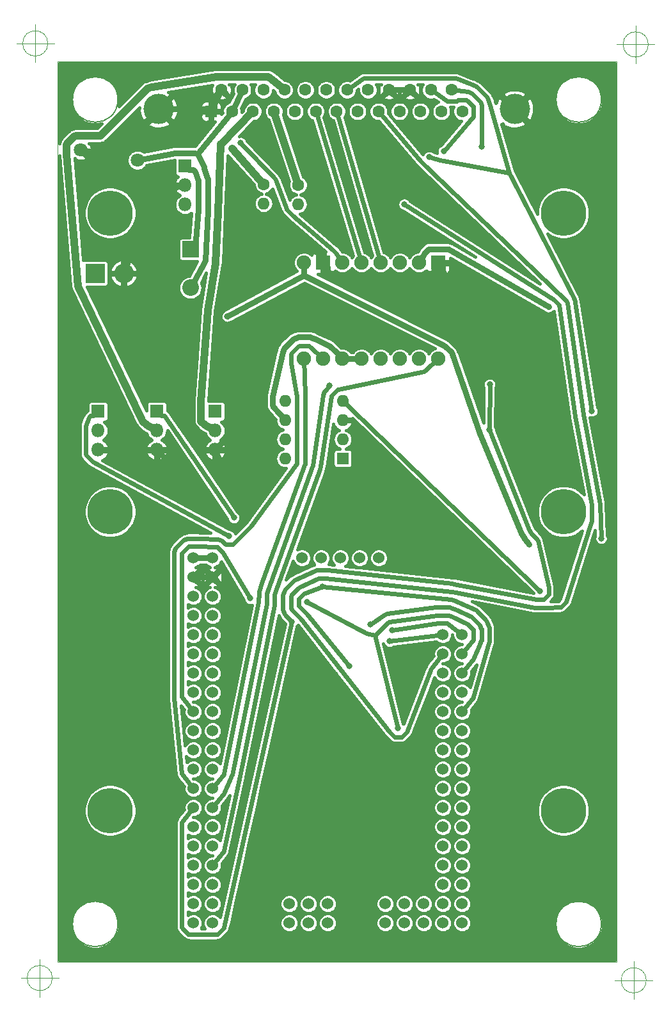
<source format=gbr>
G04 #@! TF.GenerationSoftware,KiCad,Pcbnew,(5.1.4)-1*
G04 #@! TF.CreationDate,2020-01-03T17:16:49+05:00*
G04 #@! TF.ProjectId,speeduino_ntv650,73706565-6475-4696-9e6f-5f6e74763635,rev?*
G04 #@! TF.SameCoordinates,Original*
G04 #@! TF.FileFunction,Copper,L2,Bot*
G04 #@! TF.FilePolarity,Positive*
%FSLAX46Y46*%
G04 Gerber Fmt 4.6, Leading zero omitted, Abs format (unit mm)*
G04 Created by KiCad (PCBNEW (5.1.4)-1) date 2020-01-03 17:16:49*
%MOMM*%
%LPD*%
G04 APERTURE LIST*
%ADD10C,0.100000*%
%ADD11C,0.150000*%
%ADD12O,2.600000X2.600000*%
%ADD13R,2.600000X2.600000*%
%ADD14C,1.800000*%
%ADD15C,6.000000*%
%ADD16C,4.000000*%
%ADD17C,1.600000*%
%ADD18R,1.600000X1.600000*%
%ADD19O,1.600000X1.600000*%
%ADD20R,2.200000X2.200000*%
%ADD21O,2.200000X2.200000*%
%ADD22C,1.524000*%
%ADD23O,1.800000X1.800000*%
%ADD24R,1.800000X1.800000*%
%ADD25R,1.900000X1.900000*%
%ADD26C,1.900000*%
%ADD27C,0.800000*%
%ADD28C,0.600000*%
%ADD29C,0.800000*%
%ADD30C,1.000000*%
%ADD31C,0.400000*%
G04 APERTURE END LIST*
D10*
X110806666Y-38620000D02*
G75*
G03X110806666Y-38620000I-1666666J0D01*
G01*
X106640000Y-38620000D02*
X111640000Y-38620000D01*
X109140000Y-36120000D02*
X109140000Y-41120000D01*
X190016666Y-162490000D02*
G75*
G03X190016666Y-162490000I-1666666J0D01*
G01*
X185850000Y-162490000D02*
X190850000Y-162490000D01*
X188350000Y-159990000D02*
X188350000Y-164990000D01*
D11*
X184070000Y-155040000D02*
G75*
G03X184070000Y-155040000I-3000000J0D01*
G01*
D10*
X190286666Y-38760000D02*
G75*
G03X190286666Y-38760000I-1666666J0D01*
G01*
X186120000Y-38760000D02*
X191120000Y-38760000D01*
X188620000Y-36260000D02*
X188620000Y-41260000D01*
X111396666Y-162190000D02*
G75*
G03X111396666Y-162190000I-1666666J0D01*
G01*
X107230000Y-162190000D02*
X112230000Y-162190000D01*
X109730000Y-159690000D02*
X109730000Y-164690000D01*
D11*
X120070000Y-155040000D02*
G75*
G03X120070000Y-155040000I-3000000J0D01*
G01*
X184070000Y-46040000D02*
G75*
G03X184070000Y-46040000I-3000000J0D01*
G01*
X120070000Y-46040000D02*
G75*
G03X120070000Y-46040000I-3000000J0D01*
G01*
D10*
X112070000Y-160040000D02*
X112070000Y-41040000D01*
X186070000Y-160040000D02*
X112070000Y-160040000D01*
X186070000Y-41040000D02*
X186070000Y-160040000D01*
X112070000Y-41040000D02*
X186070000Y-41040000D01*
D12*
X120860000Y-69030000D03*
D13*
X117050000Y-69030000D03*
D14*
X122660000Y-54070000D03*
X115160000Y-52670000D03*
D15*
X179070000Y-100540000D03*
X119070000Y-100540000D03*
X179070000Y-140040000D03*
X179070000Y-61040000D03*
X119070000Y-61040000D03*
X119070000Y-140040000D03*
D16*
X125490000Y-47310000D03*
X172590000Y-47310000D03*
D17*
X164275000Y-44770000D03*
X161505000Y-44770000D03*
X158735000Y-44770000D03*
X155965000Y-44770000D03*
X153195000Y-44770000D03*
X150425000Y-44770000D03*
X147655000Y-44770000D03*
X144885000Y-44770000D03*
X142115000Y-44770000D03*
X139345000Y-44770000D03*
X136575000Y-44770000D03*
X133805000Y-44770000D03*
X165660000Y-47610000D03*
X162890000Y-47610000D03*
X160120000Y-47610000D03*
X157350000Y-47610000D03*
X154580000Y-47610000D03*
X151810000Y-47610000D03*
X149040000Y-47610000D03*
X146270000Y-47610000D03*
X143500000Y-47610000D03*
X140730000Y-47610000D03*
X137960000Y-47610000D03*
X135190000Y-47610000D03*
D18*
X132420000Y-47610000D03*
X149840000Y-93510000D03*
D19*
X142220000Y-85890000D03*
X149840000Y-90970000D03*
X142220000Y-88430000D03*
X149840000Y-88430000D03*
X142220000Y-90970000D03*
X149840000Y-85890000D03*
X142220000Y-93510000D03*
D17*
X139380000Y-57230000D03*
D19*
X139380000Y-59770000D03*
D17*
X143950000Y-57340000D03*
D19*
X143950000Y-59880000D03*
D20*
X129690000Y-65860000D03*
D21*
X129690000Y-70940000D03*
D22*
X132605000Y-106645000D03*
X130065000Y-106645000D03*
X132605000Y-109185000D03*
X132605000Y-111725000D03*
X132605000Y-114265000D03*
X132605000Y-116805000D03*
X130065000Y-109185000D03*
X130065000Y-111725000D03*
X130065000Y-114265000D03*
X130065000Y-116805000D03*
X132605000Y-119345000D03*
X132605000Y-121885000D03*
X132605000Y-124425000D03*
X132605000Y-126965000D03*
X132605000Y-129505000D03*
X132605000Y-132045000D03*
X132605000Y-134585000D03*
X132605000Y-137125000D03*
X132605000Y-139665000D03*
X132605000Y-142205000D03*
X132605000Y-144745000D03*
X132605000Y-147285000D03*
X132605000Y-149825000D03*
X132605000Y-152365000D03*
X132605000Y-154905000D03*
X130065000Y-119345000D03*
X130065000Y-121885000D03*
X130065000Y-124425000D03*
X130065000Y-126965000D03*
X130065000Y-129505000D03*
X130065000Y-132045000D03*
X130065000Y-134585000D03*
X130065000Y-137125000D03*
X130065000Y-139665000D03*
X130065000Y-142205000D03*
X130065000Y-144745000D03*
X130065000Y-147285000D03*
X130065000Y-149825000D03*
X130065000Y-152365000D03*
X130065000Y-154905000D03*
X142765000Y-154905000D03*
X145305000Y-154905000D03*
X147845000Y-154905000D03*
X147845000Y-152365000D03*
X145305000Y-152365000D03*
X142765000Y-152365000D03*
X155465000Y-152365000D03*
X158005000Y-152365000D03*
X160545000Y-152365000D03*
X163085000Y-152365000D03*
X165625000Y-152365000D03*
X155465000Y-154905000D03*
X158005000Y-154905000D03*
X160545000Y-154905000D03*
X163085000Y-154905000D03*
X165625000Y-154905000D03*
X163085000Y-149815000D03*
X163085000Y-147275000D03*
X163085000Y-144735000D03*
X163085000Y-142195000D03*
X163085000Y-139655000D03*
X163085000Y-137115000D03*
X163085000Y-134575000D03*
X163085000Y-132035000D03*
X163085000Y-129495000D03*
X163085000Y-126955000D03*
X163085000Y-124415000D03*
X163085000Y-121875000D03*
X163085000Y-119335000D03*
X163085000Y-116795000D03*
X165625000Y-116795000D03*
X165625000Y-119335000D03*
X165625000Y-121875000D03*
X165625000Y-124415000D03*
X165625000Y-126955000D03*
X165625000Y-129495000D03*
X165625000Y-132035000D03*
X165625000Y-134575000D03*
X165625000Y-137115000D03*
X165625000Y-139655000D03*
X165625000Y-142195000D03*
X165625000Y-144735000D03*
X165625000Y-147275000D03*
X165625000Y-149815000D03*
X144445000Y-106645000D03*
X146985000Y-106645000D03*
X149525000Y-106645000D03*
X152065000Y-106645000D03*
X154605000Y-106645000D03*
D23*
X128960000Y-59920000D03*
X128960000Y-57380000D03*
D24*
X128960000Y-54840000D03*
D23*
X132950000Y-92350000D03*
X132950000Y-89810000D03*
D24*
X132950000Y-87270000D03*
D23*
X125230000Y-92350000D03*
X125230000Y-89810000D03*
D24*
X125230000Y-87270000D03*
D23*
X117470000Y-92350000D03*
X117470000Y-89810000D03*
D24*
X117470000Y-87270000D03*
D25*
X162500000Y-67610000D03*
D26*
X159960000Y-67610000D03*
X157420000Y-67610000D03*
X154880000Y-67610000D03*
X152340000Y-67610000D03*
X149800000Y-67610000D03*
D25*
X147260000Y-67610000D03*
D26*
X144720000Y-67610000D03*
X162500000Y-80310000D03*
X159960000Y-80310000D03*
X157420000Y-80310000D03*
X154880000Y-80310000D03*
X152340000Y-80310000D03*
X149800000Y-80310000D03*
X147260000Y-80310000D03*
X144720000Y-80310000D03*
D27*
X177077900Y-73454800D03*
X134558700Y-74703900D03*
X174536400Y-104808300D03*
X178223400Y-112004000D03*
X136327600Y-51760000D03*
X150685400Y-120920900D03*
X147113700Y-110452900D03*
X153477100Y-115456200D03*
X145126700Y-112502100D03*
X157168000Y-129156100D03*
X156405600Y-116217800D03*
X156065100Y-117676000D03*
X157967800Y-59893800D03*
X169302700Y-83708900D03*
X169237400Y-89661100D03*
X143109100Y-115095400D03*
X137563700Y-111994800D03*
X148053000Y-83854900D03*
X184050600Y-104059100D03*
X161272500Y-53647400D03*
X182827100Y-87220600D03*
X175969300Y-110994500D03*
X135170000Y-52525800D03*
X163201100Y-52869700D03*
X168230500Y-52293400D03*
X134804100Y-103751500D03*
X135426200Y-101327100D03*
D28*
X144720000Y-80310000D02*
X144820200Y-85100200D01*
X144820200Y-85100200D02*
X144820200Y-92720200D01*
X144820200Y-92720200D02*
X144820200Y-94299800D01*
X144820200Y-94299800D02*
X144817300Y-94311300D01*
X144817300Y-94311300D02*
X138928900Y-110461800D01*
X138928900Y-110461800D02*
X138898600Y-110554700D01*
X138898600Y-110554700D02*
X138752000Y-111137400D01*
X138752000Y-111137400D02*
X138726100Y-111299200D01*
X138726100Y-111299200D02*
X138713800Y-112471200D01*
X138713800Y-112471200D02*
X134117100Y-135161400D01*
X134117100Y-135161400D02*
X134080500Y-135249600D01*
X134080500Y-135249600D02*
X132605000Y-137125000D01*
X147260000Y-80310000D02*
X145491100Y-78675100D01*
X145491100Y-78675100D02*
X145333800Y-78609900D01*
X145333800Y-78609900D02*
X144106200Y-78609900D01*
X144106200Y-78609900D02*
X143948900Y-78675100D01*
X143948900Y-78675100D02*
X143085100Y-79538900D01*
X143085100Y-79538900D02*
X143019900Y-79696200D01*
X143019900Y-79696200D02*
X143019900Y-80923800D01*
X143019900Y-80923800D02*
X143770100Y-85306100D01*
X143770100Y-85306100D02*
X143770100Y-92926100D01*
X143770100Y-92926100D02*
X143770100Y-94093900D01*
X143770100Y-94093900D02*
X143727800Y-94196100D01*
X143727800Y-94196100D02*
X137654600Y-102494800D01*
X137654600Y-102494800D02*
X136593900Y-103555500D01*
X136593900Y-103555500D02*
X135264700Y-104863500D01*
X135264700Y-104863500D02*
X134343500Y-104863500D01*
X134343500Y-104863500D02*
X133809000Y-104362100D01*
X133809000Y-104362100D02*
X133370800Y-104180600D01*
X133370800Y-104180600D02*
X130850100Y-104082800D01*
X130850100Y-104082800D02*
X129279900Y-104082800D01*
X129279900Y-104082800D02*
X129275700Y-104083900D01*
X129275700Y-104083900D02*
X128807900Y-104277800D01*
X128807900Y-104277800D02*
X128804200Y-104280100D01*
X128804200Y-104280100D02*
X127700100Y-105384200D01*
X127700100Y-105384200D02*
X127697800Y-105387900D01*
X127697800Y-105387900D02*
X127503900Y-105855700D01*
X127503900Y-105855700D02*
X127502800Y-105859900D01*
X127502800Y-105859900D02*
X127502800Y-123639900D01*
X127502800Y-123639900D02*
X127502800Y-125210100D01*
X127502800Y-125210100D02*
X128552900Y-135161400D01*
X128552900Y-135161400D02*
X128589500Y-135249600D01*
X128589500Y-135249600D02*
X130065000Y-137125000D01*
D29*
X142220000Y-88430000D02*
X140627500Y-86632800D01*
X140627500Y-86632800D02*
X140569900Y-86493800D01*
X140569900Y-86493800D02*
X140569900Y-85286200D01*
X140569900Y-85286200D02*
X141869800Y-79489300D01*
X141869800Y-79489300D02*
X141884700Y-79430000D01*
X141884700Y-79430000D02*
X142094900Y-78923100D01*
X142094900Y-78923100D02*
X142126300Y-78870600D01*
X142126300Y-78870600D02*
X143280600Y-77716300D01*
X143280600Y-77716300D02*
X143333100Y-77684900D01*
X143333100Y-77684900D02*
X143840000Y-77474700D01*
X143840000Y-77474700D02*
X143899300Y-77459800D01*
X143899300Y-77459800D02*
X145540700Y-77459800D01*
X145540700Y-77459800D02*
X145600000Y-77474700D01*
X145600000Y-77474700D02*
X146106900Y-77684900D01*
X146106900Y-77684900D02*
X148087700Y-78590300D01*
X148087700Y-78590300D02*
X148979700Y-79482300D01*
X148979700Y-79482300D02*
X149800000Y-80310000D01*
X130065000Y-106645000D02*
X132605000Y-106645000D01*
X152340000Y-80310000D02*
X149800000Y-80310000D01*
X159960000Y-67610000D02*
X160699900Y-66307900D01*
X160699900Y-66307900D02*
X161197900Y-65809900D01*
X161197900Y-65809900D02*
X161902100Y-65809900D01*
X161902100Y-65809900D02*
X163802100Y-65809900D01*
X163802100Y-65809900D02*
X177077900Y-73454800D01*
D28*
X162500000Y-80310000D02*
X160731100Y-81944900D01*
X160731100Y-81944900D02*
X160573800Y-82010100D01*
X160573800Y-82010100D02*
X149256100Y-84340000D01*
X149256100Y-84340000D02*
X149153900Y-84382300D01*
X149153900Y-84382300D02*
X148332300Y-85203900D01*
X148332300Y-85203900D02*
X148290000Y-85306100D01*
X148290000Y-85306100D02*
X146920400Y-94559300D01*
X146920400Y-94559300D02*
X146816700Y-94972400D01*
X146816700Y-94972400D02*
X140910800Y-111165700D01*
X140910800Y-111165700D02*
X140826300Y-111502200D01*
X140826300Y-111502200D02*
X140814000Y-112864900D01*
X140814000Y-112864900D02*
X136217300Y-135499900D01*
X136217300Y-135499900D02*
X134117100Y-145321400D01*
X134117100Y-145321400D02*
X134080500Y-145409600D01*
X134080500Y-145409600D02*
X132605000Y-147285000D01*
D29*
X174536400Y-104808300D02*
X173888600Y-104059100D01*
X173888600Y-104059100D02*
X173810600Y-103951700D01*
X173810600Y-103951700D02*
X173510900Y-103451200D01*
X173510900Y-103451200D02*
X173474700Y-103380200D01*
X173474700Y-103380200D02*
X167987300Y-90178900D01*
X167987300Y-90178900D02*
X164300100Y-79676400D01*
X164300100Y-79676400D02*
X164219700Y-79482300D01*
X164219700Y-79482300D02*
X163327700Y-78590300D01*
X163327700Y-78590300D02*
X144729700Y-69260100D01*
X136575000Y-44770000D02*
X135190000Y-47610000D01*
X129690000Y-70940000D02*
X131640100Y-67312100D01*
X131640100Y-67312100D02*
X131960200Y-60759200D01*
X131960200Y-60759200D02*
X131960200Y-59080800D01*
X131960200Y-59080800D02*
X131960200Y-56540800D01*
X131960200Y-56540800D02*
X131938100Y-56452800D01*
X131938100Y-56452800D02*
X131510600Y-55136100D01*
X131510600Y-55136100D02*
X131453000Y-54996900D01*
X131453000Y-54996900D02*
X130655800Y-53205600D01*
X135190000Y-47610000D02*
X130655800Y-53205600D01*
X134558700Y-74703900D02*
X144729700Y-69260100D01*
X122660000Y-54070000D02*
X127707900Y-53089900D01*
X127707900Y-53089900D02*
X128412100Y-53089900D01*
X128412100Y-53089900D02*
X130212100Y-53089900D01*
X130212100Y-53089900D02*
X130655800Y-53205600D01*
X144720000Y-67610000D02*
X144729700Y-69260100D01*
X117470000Y-92350000D02*
X125230000Y-92350000D01*
X130065000Y-109185000D02*
X132605000Y-109185000D01*
X115160000Y-52670000D02*
X120553000Y-53488300D01*
X125230000Y-92350000D02*
X134225000Y-101824700D01*
X134225000Y-101824700D02*
X134928600Y-102528300D01*
X134928600Y-102528300D02*
X135923800Y-102528300D01*
X135923800Y-102528300D02*
X136627400Y-101824700D01*
X136627400Y-101824700D02*
X136627400Y-100829500D01*
X136627400Y-100829500D02*
X132950000Y-92350000D01*
X158735000Y-44770000D02*
X155965000Y-44770000D01*
X133805000Y-44770000D02*
X132820000Y-46644300D01*
X132820000Y-46644300D02*
X132820000Y-46810000D01*
X132820000Y-46810000D02*
X132820000Y-47210000D01*
X132820000Y-47210000D02*
X132420000Y-47610000D01*
X125490000Y-47310000D02*
X131620000Y-47310000D01*
X131620000Y-47310000D02*
X132020000Y-47310000D01*
X132020000Y-47310000D02*
X132420000Y-47610000D01*
X124245000Y-58409900D02*
X120860000Y-69030000D01*
X128960000Y-57380000D02*
X124245000Y-58409900D01*
X147260000Y-67610000D02*
X146710000Y-67060000D01*
X146710000Y-67060000D02*
X146710000Y-66660000D01*
X146710000Y-66660000D02*
X146710000Y-66494300D01*
X146710000Y-66494300D02*
X146475700Y-66260000D01*
X146475700Y-66260000D02*
X145353600Y-65809900D01*
X145353600Y-65809900D02*
X144086400Y-65809900D01*
X144086400Y-65809900D02*
X143892300Y-65890300D01*
X143892300Y-65890300D02*
X134040900Y-73453800D01*
X134040900Y-73453800D02*
X133308600Y-74186100D01*
X133308600Y-74186100D02*
X133308600Y-75221700D01*
X133308600Y-75221700D02*
X134700100Y-86017900D01*
X134700100Y-86017900D02*
X134700100Y-87817900D01*
X134700100Y-87817900D02*
X134700100Y-88522100D01*
X134700100Y-88522100D02*
X134700100Y-90433700D01*
X134700100Y-90433700D02*
X134627300Y-90609400D01*
X134627300Y-90609400D02*
X132950000Y-92350000D01*
X162500000Y-67610000D02*
X163050000Y-68160000D01*
X163050000Y-68160000D02*
X163050000Y-68560000D01*
X163050000Y-68560000D02*
X163050000Y-68725700D01*
X163050000Y-68725700D02*
X170552800Y-83191100D01*
X170552800Y-83191100D02*
X175282800Y-101734700D01*
X175282800Y-101734700D02*
X175549400Y-102377700D01*
X175549400Y-102377700D02*
X175682100Y-102599200D01*
X175682100Y-102599200D02*
X176680100Y-103697300D01*
X176680100Y-103697300D02*
X176836600Y-104075200D01*
X176836600Y-104075200D02*
X178269500Y-110261400D01*
X178269500Y-110261400D02*
X178269500Y-111727600D01*
X178269500Y-111727600D02*
X178223400Y-112004000D01*
X147260000Y-67610000D02*
X147810000Y-68160000D01*
X147810000Y-68160000D02*
X147810000Y-68560000D01*
X147810000Y-68560000D02*
X147810000Y-68725700D01*
X147810000Y-68725700D02*
X148044300Y-68960000D01*
X148044300Y-68960000D02*
X149196200Y-69260100D01*
X149196200Y-69260100D02*
X151706400Y-69410100D01*
X151706400Y-69410100D02*
X156786400Y-69410100D01*
X156786400Y-69410100D02*
X158053600Y-69410100D01*
X158053600Y-69410100D02*
X160563800Y-69260100D01*
X160563800Y-69260100D02*
X161715700Y-68960000D01*
X161715700Y-68960000D02*
X161950000Y-68725700D01*
X161950000Y-68725700D02*
X161950000Y-68560000D01*
X161950000Y-68560000D02*
X161950000Y-68160000D01*
X161950000Y-68160000D02*
X162500000Y-67610000D01*
X120553000Y-53488300D02*
X120909900Y-54693700D01*
X120909900Y-54693700D02*
X120982700Y-54869400D01*
X120982700Y-54869400D02*
X124245000Y-58409900D01*
X120553000Y-53488300D02*
X125490000Y-47310000D01*
D28*
X149800000Y-67610000D02*
X148960100Y-66349300D01*
X148960100Y-66349300D02*
X148520700Y-65909900D01*
X148520700Y-65909900D02*
X143263900Y-61387800D01*
X143263900Y-61387800D02*
X142442200Y-60566100D01*
X142442200Y-60566100D02*
X142399900Y-60463900D01*
X142399900Y-60463900D02*
X140930100Y-56646100D01*
X140930100Y-56646100D02*
X140887800Y-56543900D01*
X140887800Y-56543900D02*
X136327600Y-51760000D01*
X152340000Y-67610000D02*
X146270000Y-47610000D01*
X154880000Y-67610000D02*
X149040000Y-47610000D01*
X150685400Y-120920900D02*
X145115500Y-114076100D01*
X145115500Y-114076100D02*
X144007600Y-112965600D01*
X144007600Y-112965600D02*
X144007600Y-112038600D01*
X144007600Y-112038600D02*
X144663200Y-111383000D01*
X144663200Y-111383000D02*
X147113700Y-110452900D01*
X165625000Y-126955000D02*
X167100500Y-125079600D01*
X167100500Y-125079600D02*
X167137100Y-124991400D01*
X167137100Y-124991400D02*
X169185800Y-117914900D01*
X169185800Y-117914900D02*
X169237300Y-117709900D01*
X169237300Y-117709900D02*
X169237300Y-115880100D01*
X169237300Y-115880100D02*
X169185800Y-115675100D01*
X169185800Y-115675100D02*
X168932700Y-115064500D01*
X168932700Y-115064500D02*
X168824000Y-114883200D01*
X168824000Y-114883200D02*
X167536800Y-113596000D01*
X167536800Y-113596000D02*
X167355500Y-113487300D01*
X167355500Y-113487300D02*
X165289000Y-112546800D01*
X165289000Y-112546800D02*
X164535400Y-112234500D01*
X164535400Y-112234500D02*
X164129600Y-112132600D01*
X164129600Y-112132600D02*
X147113700Y-110452900D01*
X153477100Y-115456200D02*
X155351200Y-114158900D01*
X155351200Y-114158900D02*
X155692400Y-114017600D01*
X155692400Y-114017600D02*
X162170100Y-113182700D01*
X162170100Y-113182700D02*
X163999900Y-113182700D01*
X163999900Y-113182700D02*
X164204900Y-113234200D01*
X164204900Y-113234200D02*
X164815500Y-113487300D01*
X164815500Y-113487300D02*
X166882100Y-114427800D01*
X166882100Y-114427800D02*
X166885800Y-114430100D01*
X166885800Y-114430100D02*
X167989900Y-115534200D01*
X167989900Y-115534200D02*
X167992200Y-115537900D01*
X167992200Y-115537900D02*
X168186100Y-116005700D01*
X168186100Y-116005700D02*
X168187200Y-116009900D01*
X168187200Y-116009900D02*
X168187200Y-117580100D01*
X168187200Y-117580100D02*
X168186100Y-117584300D01*
X168186100Y-117584300D02*
X167992200Y-118052100D01*
X167992200Y-118052100D02*
X167100500Y-119999600D01*
X167100500Y-119999600D02*
X165625000Y-121875000D01*
X154111200Y-116834800D02*
X153000700Y-116606300D01*
X153000700Y-116606300D02*
X145126700Y-112502100D01*
X157168000Y-129156100D02*
X154111200Y-116834800D01*
X154111200Y-116834800D02*
X155929200Y-115067700D01*
X155929200Y-115067700D02*
X162299900Y-114232800D01*
X162299900Y-114232800D02*
X163870100Y-114232800D01*
X163870100Y-114232800D02*
X163874300Y-114233900D01*
X163874300Y-114233900D02*
X164342100Y-114427800D01*
X164342100Y-114427800D02*
X166289600Y-115319500D01*
X166289600Y-115319500D02*
X167100500Y-116130400D01*
X167100500Y-116130400D02*
X167137100Y-116218600D01*
X167137100Y-116218600D02*
X167137100Y-117371400D01*
X167137100Y-117371400D02*
X167100500Y-117459600D01*
X167100500Y-117459600D02*
X165625000Y-119335000D01*
X156405600Y-116217800D02*
X162508600Y-115282900D01*
X162508600Y-115282900D02*
X163661400Y-115282900D01*
X163661400Y-115282900D02*
X163749600Y-115319500D01*
X163749600Y-115319500D02*
X165625000Y-116795000D01*
X163085000Y-116795000D02*
X156065100Y-117676000D01*
X157967800Y-59893800D02*
X177814200Y-72527900D01*
X177814200Y-72527900D02*
X178487900Y-73201600D01*
X178487900Y-73201600D02*
X180626900Y-87933800D01*
X180626900Y-87933800D02*
X182820100Y-99608100D01*
X182820100Y-99608100D02*
X182820100Y-101471900D01*
X182820100Y-101471900D02*
X182762000Y-101703200D01*
X182762000Y-101703200D02*
X179373500Y-112480400D01*
X179373500Y-112480400D02*
X178699800Y-113154100D01*
X178699800Y-113154100D02*
X176682500Y-113194700D01*
X176682500Y-113194700D02*
X175256100Y-113194700D01*
X175256100Y-113194700D02*
X164311400Y-111095000D01*
X164311400Y-111095000D02*
X164233200Y-111082500D01*
X164233200Y-111082500D02*
X147590100Y-109302800D01*
X147590100Y-109302800D02*
X146637300Y-109302800D01*
X146637300Y-109302800D02*
X144107400Y-110495700D01*
X144107400Y-110495700D02*
X143120300Y-111482800D01*
X143120300Y-111482800D02*
X142988400Y-111801200D01*
X142988400Y-111801200D02*
X142988400Y-113203000D01*
X142988400Y-113203000D02*
X143120300Y-113521400D01*
X143120300Y-113521400D02*
X144228200Y-114631900D01*
X144228200Y-114631900D02*
X149535300Y-121397300D01*
X149535300Y-121397300D02*
X156017900Y-129632500D01*
X156017900Y-129632500D02*
X156691600Y-130306200D01*
X156691600Y-130306200D02*
X157644400Y-130306200D01*
X157644400Y-130306200D02*
X158318100Y-129632500D01*
X158318100Y-129632500D02*
X161572900Y-121298600D01*
X161572900Y-121298600D02*
X161609500Y-121210400D01*
X161609500Y-121210400D02*
X163085000Y-119335000D01*
X130065000Y-139665000D02*
X128589500Y-141540400D01*
X128589500Y-141540400D02*
X128552900Y-141628600D01*
X128552900Y-141628600D02*
X128552900Y-154328600D01*
X128552900Y-154328600D02*
X128552900Y-155481400D01*
X128552900Y-155481400D02*
X128589500Y-155569600D01*
X128589500Y-155569600D02*
X129400400Y-156380500D01*
X129400400Y-156380500D02*
X129488600Y-156417100D01*
X129488600Y-156417100D02*
X132028600Y-156417100D01*
X132028600Y-156417100D02*
X133181400Y-156417100D01*
X133181400Y-156417100D02*
X133269600Y-156380500D01*
X133269600Y-156380500D02*
X134080500Y-155569600D01*
X134080500Y-155569600D02*
X134117100Y-155481400D01*
X134117100Y-155481400D02*
X143109100Y-115095400D01*
X169237400Y-89661100D02*
X174187900Y-102096700D01*
X174187900Y-102096700D02*
X174519300Y-102896300D01*
X174519300Y-102896300D02*
X174768600Y-103312200D01*
X174768600Y-103312200D02*
X175686500Y-104331900D01*
X175686500Y-104331900D02*
X177119400Y-110518100D01*
X177119400Y-110518100D02*
X177119400Y-111470900D01*
X177119400Y-111470900D02*
X176445700Y-112144600D01*
X176445700Y-112144600D02*
X175492900Y-112144600D01*
X175492900Y-112144600D02*
X164522500Y-110065300D01*
X164522500Y-110065300D02*
X164316600Y-110032400D01*
X164316600Y-110032400D02*
X147826900Y-108252700D01*
X147826900Y-108252700D02*
X146400500Y-108252700D01*
X146400500Y-108252700D02*
X146059300Y-108394000D01*
X146059300Y-108394000D02*
X143559400Y-109518700D01*
X143559400Y-109518700D02*
X143439300Y-109590600D01*
X143439300Y-109590600D02*
X142215200Y-110814700D01*
X142215200Y-110814700D02*
X142143300Y-110934800D01*
X142143300Y-110934800D02*
X141910500Y-111496200D01*
X141910500Y-111496200D02*
X141876400Y-111632000D01*
X141876400Y-111632000D02*
X141876400Y-113372200D01*
X141876400Y-113372200D02*
X141910500Y-113508000D01*
X141910500Y-113508000D02*
X142143300Y-114069400D01*
X142143300Y-114069400D02*
X142215200Y-114189500D01*
X142215200Y-114189500D02*
X143109100Y-115095400D01*
X169302700Y-83708900D02*
X169237400Y-89661100D01*
X130065000Y-126965000D02*
X128589500Y-125089600D01*
X128589500Y-125089600D02*
X128552900Y-125001400D01*
X128552900Y-125001400D02*
X128552900Y-123848600D01*
X128552900Y-123848600D02*
X128552900Y-106068600D01*
X128552900Y-106068600D02*
X128589500Y-105980400D01*
X128589500Y-105980400D02*
X129400400Y-105169500D01*
X129400400Y-105169500D02*
X129488600Y-105132900D01*
X129488600Y-105132900D02*
X130641400Y-105132900D01*
X130641400Y-105132900D02*
X133171600Y-105181800D01*
X133171600Y-105181800D02*
X133241900Y-105210900D01*
X133241900Y-105210900D02*
X134039100Y-106008100D01*
X134039100Y-106008100D02*
X137563700Y-111994800D01*
X148053000Y-83854900D02*
X147444900Y-84605600D01*
X147444900Y-84605600D02*
X147438800Y-84615800D01*
X147438800Y-84615800D02*
X147242700Y-85088700D01*
X147242700Y-85088700D02*
X147239800Y-85100200D01*
X147239800Y-85100200D02*
X145870300Y-94429600D01*
X145870300Y-94429600D02*
X145817000Y-94641800D01*
X145817000Y-94641800D02*
X139914700Y-110826100D01*
X139914700Y-110826100D02*
X139908300Y-110845600D01*
X139908300Y-110845600D02*
X139781700Y-111348500D01*
X139781700Y-111348500D02*
X139776200Y-111382600D01*
X139776200Y-111382600D02*
X139763900Y-112708000D01*
X139763900Y-112708000D02*
X135167200Y-135370100D01*
X135167200Y-135370100D02*
X135166100Y-135374300D01*
X135166100Y-135374300D02*
X134972200Y-135842100D01*
X134972200Y-135842100D02*
X134080500Y-137789600D01*
X134080500Y-137789600D02*
X132605000Y-139665000D01*
X154580000Y-47610000D02*
X160122400Y-54123800D01*
X160122400Y-54123800D02*
X160796100Y-54797500D01*
X160796100Y-54797500D02*
X178392200Y-71619100D01*
X178392200Y-71619100D02*
X179396700Y-72623600D01*
X179396700Y-72623600D02*
X179538000Y-72964800D01*
X179538000Y-72964800D02*
X181677000Y-87697000D01*
X181677000Y-87697000D02*
X183870200Y-99478300D01*
X183870200Y-99478300D02*
X184050600Y-104059100D01*
X171850200Y-55715000D02*
X162724700Y-54019800D01*
X162724700Y-54019800D02*
X161272500Y-53647400D01*
X182827100Y-87220600D02*
X180588100Y-72807900D01*
X180588100Y-72807900D02*
X180554000Y-72672100D01*
X180554000Y-72672100D02*
X180321200Y-72110700D01*
X180321200Y-72110700D02*
X171850200Y-55715000D01*
X171850200Y-55715000D02*
X169257000Y-46478200D01*
X169257000Y-46478200D02*
X169001700Y-45862300D01*
X169001700Y-45862300D02*
X168889200Y-45674600D01*
X168889200Y-45674600D02*
X167595400Y-44380800D01*
X167595400Y-44380800D02*
X167407700Y-44268300D01*
X167407700Y-44268300D02*
X166791800Y-44013000D01*
X166791800Y-44013000D02*
X164858900Y-43219900D01*
X164858900Y-43219900D02*
X153778900Y-43219900D01*
X153778900Y-43219900D02*
X152611100Y-43219900D01*
X152611100Y-43219900D02*
X152508900Y-43262200D01*
X152508900Y-43262200D02*
X150425000Y-44770000D01*
D29*
X128960000Y-54840000D02*
X129460000Y-55340000D01*
X129460000Y-55340000D02*
X129860000Y-55340000D01*
X129860000Y-55340000D02*
X130025700Y-55340000D01*
X130025700Y-55340000D02*
X130260000Y-55574300D01*
X130260000Y-55574300D02*
X130710100Y-56756300D01*
X130710100Y-56756300D02*
X130710100Y-59296300D01*
X130710100Y-59296300D02*
X130710100Y-60543700D01*
X130710100Y-60543700D02*
X130390000Y-64594300D01*
X130390000Y-64594300D02*
X130390000Y-64760000D01*
X130390000Y-64760000D02*
X130390000Y-65160000D01*
X130390000Y-65160000D02*
X129690000Y-65860000D01*
D30*
X142115000Y-44770000D02*
X140144400Y-43092700D01*
X140144400Y-43092700D02*
X139968700Y-43019900D01*
X139968700Y-43019900D02*
X134428700Y-43019900D01*
X134428700Y-43019900D02*
X133181300Y-43019900D01*
X133181300Y-43019900D02*
X124657000Y-44359900D01*
X124657000Y-44359900D02*
X124578600Y-44379600D01*
X124578600Y-44379600D02*
X124058000Y-44595400D01*
X124058000Y-44595400D02*
X123988700Y-44637000D01*
X114516400Y-50819900D02*
X114303900Y-50907900D01*
X114303900Y-50907900D02*
X113397900Y-51813900D01*
X113397900Y-51813900D02*
X113309900Y-52026400D01*
X113309900Y-52026400D02*
X113309900Y-53313600D01*
X113309900Y-53313600D02*
X114799900Y-70723500D01*
X114799900Y-70723500D02*
X123379900Y-88563500D01*
X123379900Y-88563500D02*
X123936500Y-89120100D01*
X123936500Y-89120100D02*
X125230000Y-89810000D01*
X117769482Y-50819900D02*
X114516400Y-50819900D01*
X123993982Y-44595400D02*
X117769482Y-50819900D01*
X124058000Y-44595400D02*
X123993982Y-44595400D01*
D28*
X175969300Y-110994500D02*
X149840000Y-85890000D01*
D30*
X139380000Y-57230000D02*
X135170000Y-52525800D01*
X140730000Y-47610000D02*
X143950000Y-57340000D01*
X132950000Y-89810000D02*
X131656500Y-89120100D01*
X131656500Y-89120100D02*
X131099900Y-88563500D01*
X131099900Y-88563500D02*
X131099900Y-87776500D01*
X131099900Y-87776500D02*
X131099900Y-85976500D01*
X131099900Y-85976500D02*
X131958500Y-73914100D01*
X131958500Y-73914100D02*
X132990200Y-67673200D01*
X132990200Y-67673200D02*
X133310300Y-60926100D01*
X133310300Y-60926100D02*
X133719900Y-51961800D01*
X133719900Y-51961800D02*
X133747000Y-51896300D01*
X133747000Y-51896300D02*
X137960000Y-47610000D01*
D28*
X161505000Y-44770000D02*
X163543400Y-46151200D01*
X163543400Y-46151200D02*
X163621600Y-46228800D01*
X163621600Y-46228800D02*
X163702600Y-46262300D01*
X163702600Y-46262300D02*
X164847400Y-46262300D01*
X164847400Y-46262300D02*
X164928400Y-46228800D01*
X164928400Y-46228800D02*
X165006600Y-46151200D01*
X165006600Y-46151200D02*
X165087600Y-46117700D01*
X165087600Y-46117700D02*
X166232400Y-46117700D01*
X166232400Y-46117700D02*
X166313400Y-46151200D01*
X166313400Y-46151200D02*
X167118800Y-46956600D01*
X167118800Y-46956600D02*
X167152300Y-47037600D01*
X167152300Y-47037600D02*
X167152300Y-48182400D01*
X167152300Y-48182400D02*
X167118800Y-48263400D01*
X167118800Y-48263400D02*
X163201100Y-52869700D01*
X164275000Y-44770000D02*
X166449800Y-45009800D01*
X166449800Y-45009800D02*
X166461300Y-45012700D01*
X166461300Y-45012700D02*
X166934200Y-45208800D01*
X166934200Y-45208800D02*
X166944400Y-45214900D01*
X166944400Y-45214900D02*
X168055100Y-46325600D01*
X168055100Y-46325600D02*
X168061200Y-46335800D01*
X168061200Y-46335800D02*
X168257300Y-46808700D01*
X168257300Y-46808700D02*
X168260200Y-46820200D01*
X168260200Y-46820200D02*
X168260200Y-48399800D01*
X168260200Y-48399800D02*
X168230500Y-52293400D01*
X117470000Y-87270000D02*
X116870000Y-87870000D01*
X116870000Y-87870000D02*
X116570000Y-87870000D01*
X116570000Y-87870000D02*
X116445700Y-87870000D01*
X116445700Y-87870000D02*
X116270000Y-88045700D01*
X116270000Y-88045700D02*
X115819900Y-89206200D01*
X115819900Y-89206200D02*
X115819900Y-91746200D01*
X115819900Y-91746200D02*
X115819900Y-92953800D01*
X115819900Y-92953800D02*
X115877500Y-93092800D01*
X115877500Y-93092800D02*
X116727200Y-93942500D01*
X116727200Y-93942500D02*
X134804100Y-103751500D01*
X125230000Y-87270000D02*
X125830000Y-87870000D01*
X125830000Y-87870000D02*
X126130000Y-87870000D01*
X126130000Y-87870000D02*
X126254300Y-87870000D01*
X126254300Y-87870000D02*
X126430000Y-88045700D01*
X126430000Y-88045700D02*
X135426200Y-101327100D01*
D31*
G36*
X185820001Y-159790000D02*
G01*
X112320000Y-159790000D01*
X112320000Y-154717034D01*
X113790866Y-154717034D01*
X113790866Y-155362966D01*
X113916882Y-155996488D01*
X114164069Y-156593252D01*
X114522931Y-157130326D01*
X114979674Y-157587069D01*
X115516748Y-157945931D01*
X116113512Y-158193118D01*
X116747034Y-158319134D01*
X117392966Y-158319134D01*
X118026488Y-158193118D01*
X118623252Y-157945931D01*
X119160326Y-157587069D01*
X119617069Y-157130326D01*
X119975931Y-156593252D01*
X120223118Y-155996488D01*
X120349134Y-155362966D01*
X120349134Y-154717034D01*
X120223118Y-154083512D01*
X119975931Y-153486748D01*
X119617069Y-152949674D01*
X119160326Y-152492931D01*
X118623252Y-152134069D01*
X118026488Y-151886882D01*
X117392966Y-151760866D01*
X116747034Y-151760866D01*
X116113512Y-151886882D01*
X115516748Y-152134069D01*
X114979674Y-152492931D01*
X114522931Y-152949674D01*
X114164069Y-153486748D01*
X113916882Y-154083512D01*
X113790866Y-154717034D01*
X112320000Y-154717034D01*
X112320000Y-139695280D01*
X115570000Y-139695280D01*
X115570000Y-140384720D01*
X115704503Y-141060912D01*
X115968340Y-141697872D01*
X116351372Y-142271120D01*
X116838880Y-142758628D01*
X117412128Y-143141660D01*
X118049088Y-143405497D01*
X118725280Y-143540000D01*
X119414720Y-143540000D01*
X120090912Y-143405497D01*
X120727872Y-143141660D01*
X121301120Y-142758628D01*
X121788628Y-142271120D01*
X122171660Y-141697872D01*
X122435497Y-141060912D01*
X122570000Y-140384720D01*
X122570000Y-139695280D01*
X122435497Y-139019088D01*
X122171660Y-138382128D01*
X121788628Y-137808880D01*
X121301120Y-137321372D01*
X120727872Y-136938340D01*
X120090912Y-136674503D01*
X119414720Y-136540000D01*
X118725280Y-136540000D01*
X118049088Y-136674503D01*
X117412128Y-136938340D01*
X116838880Y-137321372D01*
X116351372Y-137808880D01*
X115968340Y-138382128D01*
X115704503Y-139019088D01*
X115570000Y-139695280D01*
X112320000Y-139695280D01*
X112320000Y-100195280D01*
X115570000Y-100195280D01*
X115570000Y-100884720D01*
X115704503Y-101560912D01*
X115968340Y-102197872D01*
X116351372Y-102771120D01*
X116838880Y-103258628D01*
X117412128Y-103641660D01*
X118049088Y-103905497D01*
X118725280Y-104040000D01*
X119414720Y-104040000D01*
X120090912Y-103905497D01*
X120727872Y-103641660D01*
X121301120Y-103258628D01*
X121788628Y-102771120D01*
X122171660Y-102197872D01*
X122435497Y-101560912D01*
X122570000Y-100884720D01*
X122570000Y-100195280D01*
X122435497Y-99519088D01*
X122171660Y-98882128D01*
X121788628Y-98308880D01*
X121301120Y-97821372D01*
X120727872Y-97438340D01*
X120090912Y-97174503D01*
X119414720Y-97040000D01*
X118725280Y-97040000D01*
X118049088Y-97174503D01*
X117412128Y-97438340D01*
X116838880Y-97821372D01*
X116351372Y-98308880D01*
X115968340Y-98882128D01*
X115704503Y-99519088D01*
X115570000Y-100195280D01*
X112320000Y-100195280D01*
X112320000Y-53474323D01*
X113798080Y-70744953D01*
X113796615Y-70779325D01*
X113806455Y-70842817D01*
X113807730Y-70857712D01*
X113813989Y-70891430D01*
X113826784Y-70973984D01*
X113831932Y-70988084D01*
X113834675Y-71002857D01*
X113865683Y-71080513D01*
X113877419Y-71112654D01*
X113883885Y-71126098D01*
X113907722Y-71185796D01*
X113926477Y-71214657D01*
X122445324Y-88927505D01*
X122451551Y-88948034D01*
X122487925Y-89016084D01*
X122499998Y-89041187D01*
X122511094Y-89059430D01*
X122544409Y-89121757D01*
X122562160Y-89143387D01*
X122576713Y-89167313D01*
X122624540Y-89219397D01*
X122638061Y-89235873D01*
X122657731Y-89255543D01*
X122709945Y-89312405D01*
X122727264Y-89325076D01*
X123160071Y-89757883D01*
X123160322Y-89758258D01*
X123229471Y-89827283D01*
X123264127Y-89861939D01*
X123264477Y-89862226D01*
X123299735Y-89897421D01*
X123340433Y-89924562D01*
X123378242Y-89955591D01*
X123422171Y-89979072D01*
X123422554Y-89979327D01*
X123466558Y-90002797D01*
X123551965Y-90048448D01*
X123552393Y-90048578D01*
X123894770Y-90231188D01*
X123930310Y-90348349D01*
X124060310Y-90591562D01*
X124235261Y-90804739D01*
X124448438Y-90979690D01*
X124531507Y-91024091D01*
X124517993Y-91029748D01*
X124274106Y-91194022D01*
X124066953Y-91402719D01*
X123904495Y-91647820D01*
X123792976Y-91919905D01*
X123893386Y-92150000D01*
X125030000Y-92150000D01*
X125030000Y-92130000D01*
X125430000Y-92130000D01*
X125430000Y-92150000D01*
X126566614Y-92150000D01*
X126667024Y-91919905D01*
X126555505Y-91647820D01*
X126393047Y-91402719D01*
X126185894Y-91194022D01*
X125942007Y-91029748D01*
X125928493Y-91024091D01*
X126011562Y-90979690D01*
X126224739Y-90804739D01*
X126399690Y-90591562D01*
X126529690Y-90348349D01*
X126609743Y-90084448D01*
X126636774Y-89810000D01*
X126633025Y-89771939D01*
X134528780Y-101428715D01*
X134560786Y-101589620D01*
X134628630Y-101753410D01*
X134727124Y-101900817D01*
X134852483Y-102026176D01*
X134999890Y-102124670D01*
X135163680Y-102192514D01*
X135337558Y-102227100D01*
X135514842Y-102227100D01*
X135688720Y-102192514D01*
X135852510Y-102124670D01*
X135999917Y-102026176D01*
X136125276Y-101900817D01*
X136223770Y-101753410D01*
X136291614Y-101589620D01*
X136326200Y-101415742D01*
X136326200Y-101238458D01*
X136291614Y-101064580D01*
X136223770Y-100900790D01*
X136125276Y-100753383D01*
X135999917Y-100628024D01*
X135852510Y-100529530D01*
X135852095Y-100529358D01*
X130603107Y-92780095D01*
X131512976Y-92780095D01*
X131624495Y-93052180D01*
X131786953Y-93297281D01*
X131994106Y-93505978D01*
X132237993Y-93670252D01*
X132509242Y-93783789D01*
X132519906Y-93787018D01*
X132750000Y-93685103D01*
X132750000Y-92550000D01*
X133150000Y-92550000D01*
X133150000Y-93685103D01*
X133380094Y-93787018D01*
X133390758Y-93783789D01*
X133662007Y-93670252D01*
X133905894Y-93505978D01*
X134113047Y-93297281D01*
X134275505Y-93052180D01*
X134387024Y-92780095D01*
X134286614Y-92550000D01*
X133150000Y-92550000D01*
X132750000Y-92550000D01*
X131613386Y-92550000D01*
X131512976Y-92780095D01*
X130603107Y-92780095D01*
X127115812Y-87631682D01*
X127098393Y-87599094D01*
X127071738Y-87566614D01*
X127070319Y-87564520D01*
X127046828Y-87536262D01*
X127023469Y-87507799D01*
X127021677Y-87506007D01*
X126994820Y-87473700D01*
X126966110Y-87450440D01*
X126847773Y-87332103D01*
X126822722Y-87301578D01*
X126700906Y-87201607D01*
X126632419Y-87165000D01*
X126632419Y-86370000D01*
X126622765Y-86271983D01*
X126594175Y-86177733D01*
X126547746Y-86090871D01*
X126485264Y-86014736D01*
X126409129Y-85952254D01*
X126322267Y-85905825D01*
X126228017Y-85877235D01*
X126130000Y-85867581D01*
X124330000Y-85867581D01*
X124231983Y-85877235D01*
X124137733Y-85905825D01*
X124050871Y-85952254D01*
X123974736Y-86014736D01*
X123912254Y-86090871D01*
X123865825Y-86177733D01*
X123837235Y-86271983D01*
X123827581Y-86370000D01*
X123827581Y-87187116D01*
X115961925Y-70832419D01*
X118350000Y-70832419D01*
X118448017Y-70822765D01*
X118542267Y-70794175D01*
X118629129Y-70747746D01*
X118705264Y-70685264D01*
X118767746Y-70609129D01*
X118814175Y-70522267D01*
X118842765Y-70428017D01*
X118852419Y-70330000D01*
X118852419Y-69523112D01*
X119025105Y-69523112D01*
X119060376Y-69639407D01*
X119213845Y-69978787D01*
X119430575Y-70281705D01*
X119702237Y-70536521D01*
X120018391Y-70733442D01*
X120366887Y-70864901D01*
X120660000Y-70769450D01*
X120660000Y-69230000D01*
X121060000Y-69230000D01*
X121060000Y-70769450D01*
X121353113Y-70864901D01*
X121701609Y-70733442D01*
X122017763Y-70536521D01*
X122289425Y-70281705D01*
X122506155Y-69978787D01*
X122659624Y-69639407D01*
X122694895Y-69523112D01*
X122598534Y-69230000D01*
X121060000Y-69230000D01*
X120660000Y-69230000D01*
X119121466Y-69230000D01*
X119025105Y-69523112D01*
X118852419Y-69523112D01*
X118852419Y-68536888D01*
X119025105Y-68536888D01*
X119121466Y-68830000D01*
X120660000Y-68830000D01*
X120660000Y-67290550D01*
X121060000Y-67290550D01*
X121060000Y-68830000D01*
X122598534Y-68830000D01*
X122694895Y-68536888D01*
X122659624Y-68420593D01*
X122506155Y-68081213D01*
X122289425Y-67778295D01*
X122017763Y-67523479D01*
X121701609Y-67326558D01*
X121353113Y-67195099D01*
X121060000Y-67290550D01*
X120660000Y-67290550D01*
X120366887Y-67195099D01*
X120018391Y-67326558D01*
X119702237Y-67523479D01*
X119430575Y-67778295D01*
X119213845Y-68081213D01*
X119060376Y-68420593D01*
X119025105Y-68536888D01*
X118852419Y-68536888D01*
X118852419Y-67730000D01*
X118842765Y-67631983D01*
X118814175Y-67537733D01*
X118767746Y-67450871D01*
X118705264Y-67374736D01*
X118629129Y-67312254D01*
X118542267Y-67265825D01*
X118448017Y-67237235D01*
X118350000Y-67227581D01*
X115750000Y-67227581D01*
X115651983Y-67237235D01*
X115557733Y-67265825D01*
X115509827Y-67291431D01*
X114945306Y-60695280D01*
X115570000Y-60695280D01*
X115570000Y-61384720D01*
X115704503Y-62060912D01*
X115968340Y-62697872D01*
X116351372Y-63271120D01*
X116838880Y-63758628D01*
X117412128Y-64141660D01*
X118049088Y-64405497D01*
X118725280Y-64540000D01*
X119414720Y-64540000D01*
X120090912Y-64405497D01*
X120727872Y-64141660D01*
X121301120Y-63758628D01*
X121788628Y-63271120D01*
X122171660Y-62697872D01*
X122435497Y-62060912D01*
X122570000Y-61384720D01*
X122570000Y-60695280D01*
X122435497Y-60019088D01*
X122171660Y-59382128D01*
X121788628Y-58808880D01*
X121301120Y-58321372D01*
X120727872Y-57938340D01*
X120090912Y-57674503D01*
X119414720Y-57540000D01*
X118725280Y-57540000D01*
X118049088Y-57674503D01*
X117412128Y-57938340D01*
X116838880Y-58321372D01*
X116351372Y-58808880D01*
X115968340Y-59382128D01*
X115704503Y-60019088D01*
X115570000Y-60695280D01*
X114945306Y-60695280D01*
X114351845Y-53761000D01*
X114352173Y-53760673D01*
X114443694Y-53996172D01*
X114716181Y-54110434D01*
X115005723Y-54169341D01*
X115301195Y-54170629D01*
X115591240Y-54114249D01*
X115864713Y-54002367D01*
X115876306Y-53996172D01*
X115967828Y-53760671D01*
X115160000Y-52952843D01*
X115145858Y-52966985D01*
X114863015Y-52684142D01*
X114877157Y-52670000D01*
X114863015Y-52655858D01*
X115145858Y-52373015D01*
X115160000Y-52387157D01*
X115174142Y-52373015D01*
X115456985Y-52655858D01*
X115442843Y-52670000D01*
X116250671Y-53477828D01*
X116486172Y-53386306D01*
X116600434Y-53113819D01*
X116659341Y-52824277D01*
X116660629Y-52528805D01*
X116604249Y-52238760D01*
X116492367Y-51965287D01*
X116486172Y-51953694D01*
X116250673Y-51862173D01*
X116292946Y-51819900D01*
X117720362Y-51819900D01*
X117769482Y-51824738D01*
X117818602Y-51819900D01*
X117965516Y-51805430D01*
X118154017Y-51748249D01*
X118327740Y-51655392D01*
X118480010Y-51530428D01*
X118511331Y-51492263D01*
X120816618Y-49186976D01*
X123895867Y-49186976D01*
X124120674Y-49534976D01*
X124581057Y-49759366D01*
X125076369Y-49889627D01*
X125587578Y-49920756D01*
X126095036Y-49851554D01*
X126579243Y-49684682D01*
X126859326Y-49534976D01*
X127084133Y-49186976D01*
X125490000Y-47592843D01*
X123895867Y-49186976D01*
X120816618Y-49186976D01*
X122897609Y-47105986D01*
X122879244Y-47407578D01*
X122948446Y-47915036D01*
X123115318Y-48399243D01*
X123265024Y-48679326D01*
X123613024Y-48904133D01*
X125207157Y-47310000D01*
X125772843Y-47310000D01*
X127366976Y-48904133D01*
X127714976Y-48679326D01*
X127846245Y-48410000D01*
X131017097Y-48410000D01*
X131028682Y-48527621D01*
X131062990Y-48640721D01*
X131118704Y-48744955D01*
X131193683Y-48836317D01*
X131285045Y-48911296D01*
X131389279Y-48967010D01*
X131502379Y-49001318D01*
X131620000Y-49012903D01*
X132070000Y-49010000D01*
X132220000Y-48860000D01*
X132220000Y-47810000D01*
X131170000Y-47810000D01*
X131020000Y-47960000D01*
X131017097Y-48410000D01*
X127846245Y-48410000D01*
X127939366Y-48218943D01*
X128069627Y-47723631D01*
X128100756Y-47212422D01*
X128045878Y-46810000D01*
X131017097Y-46810000D01*
X131020000Y-47260000D01*
X131170000Y-47410000D01*
X132220000Y-47410000D01*
X132220000Y-46360000D01*
X132620000Y-46360000D01*
X132620000Y-47410000D01*
X133670000Y-47410000D01*
X133820000Y-47260000D01*
X133822903Y-46810000D01*
X133811318Y-46692379D01*
X133777010Y-46579279D01*
X133721296Y-46475045D01*
X133646317Y-46383683D01*
X133554955Y-46308704D01*
X133450721Y-46252990D01*
X133337621Y-46218682D01*
X133220000Y-46207097D01*
X132770000Y-46210000D01*
X132620000Y-46360000D01*
X132220000Y-46360000D01*
X132070000Y-46210000D01*
X131620000Y-46207097D01*
X131502379Y-46218682D01*
X131389279Y-46252990D01*
X131285045Y-46308704D01*
X131193683Y-46383683D01*
X131118704Y-46475045D01*
X131062990Y-46579279D01*
X131028682Y-46692379D01*
X131017097Y-46810000D01*
X128045878Y-46810000D01*
X128031554Y-46704964D01*
X127864682Y-46220757D01*
X127714976Y-45940674D01*
X127479830Y-45788770D01*
X133069073Y-45788770D01*
X133148321Y-46014101D01*
X133403651Y-46118308D01*
X133674404Y-46170699D01*
X133950177Y-46169263D01*
X134220370Y-46114054D01*
X134461679Y-46014101D01*
X134540927Y-45788770D01*
X133805000Y-45052843D01*
X133069073Y-45788770D01*
X127479830Y-45788770D01*
X127366976Y-45715867D01*
X125772843Y-47310000D01*
X125207157Y-47310000D01*
X125193015Y-47295858D01*
X125475858Y-47013015D01*
X125490000Y-47027157D01*
X127084133Y-45433024D01*
X126859326Y-45085024D01*
X126767726Y-45040378D01*
X132553754Y-44130829D01*
X132456692Y-44368651D01*
X132404301Y-44639404D01*
X132405737Y-44915177D01*
X132460946Y-45185370D01*
X132560899Y-45426679D01*
X132786230Y-45505927D01*
X133522157Y-44770000D01*
X133508015Y-44755858D01*
X133790858Y-44473015D01*
X133805000Y-44487157D01*
X133819142Y-44473015D01*
X134101985Y-44755858D01*
X134087843Y-44770000D01*
X134823770Y-45505927D01*
X135049101Y-45426679D01*
X135153308Y-45171349D01*
X135205699Y-44900596D01*
X135204263Y-44624823D01*
X135149054Y-44354630D01*
X135049101Y-44113321D01*
X134823772Y-44034074D01*
X134837946Y-44019900D01*
X135512704Y-44019900D01*
X135422955Y-44154219D01*
X135324958Y-44390804D01*
X135275000Y-44641961D01*
X135275000Y-44898039D01*
X135324958Y-45149196D01*
X135354259Y-45219934D01*
X134795131Y-46366450D01*
X134574219Y-46457955D01*
X134361298Y-46600224D01*
X134180224Y-46781298D01*
X134037955Y-46994219D01*
X133939958Y-47230804D01*
X133890000Y-47481961D01*
X133890000Y-47738039D01*
X133897463Y-47775556D01*
X133780230Y-47920230D01*
X133670000Y-47810000D01*
X132620000Y-47810000D01*
X132620000Y-48860000D01*
X132770000Y-49010000D01*
X132896512Y-49010816D01*
X130316179Y-52195174D01*
X130265183Y-52187106D01*
X130194386Y-52189900D01*
X127754166Y-52189900D01*
X127712038Y-52185556D01*
X127665764Y-52189900D01*
X127663693Y-52189900D01*
X127621586Y-52194047D01*
X127579756Y-52197974D01*
X127577737Y-52198366D01*
X127531469Y-52202923D01*
X127490930Y-52215220D01*
X123549394Y-52980508D01*
X123323149Y-52829336D01*
X123068365Y-52723801D01*
X122797888Y-52670000D01*
X122522112Y-52670000D01*
X122251635Y-52723801D01*
X121996851Y-52829336D01*
X121767552Y-52982549D01*
X121572549Y-53177552D01*
X121419336Y-53406851D01*
X121313801Y-53661635D01*
X121260000Y-53932112D01*
X121260000Y-54207888D01*
X121313801Y-54478365D01*
X121419336Y-54733149D01*
X121572549Y-54962448D01*
X121767552Y-55157451D01*
X121996851Y-55310664D01*
X122251635Y-55416199D01*
X122522112Y-55470000D01*
X122797888Y-55470000D01*
X123068365Y-55416199D01*
X123323149Y-55310664D01*
X123552448Y-55157451D01*
X123747451Y-54962448D01*
X123890859Y-54747823D01*
X127557581Y-54035894D01*
X127557581Y-55740000D01*
X127567235Y-55838017D01*
X127595825Y-55932267D01*
X127642254Y-56019129D01*
X127704736Y-56095264D01*
X127780871Y-56157746D01*
X127867733Y-56204175D01*
X127961983Y-56232765D01*
X127992449Y-56235766D01*
X127796953Y-56432719D01*
X127634495Y-56677820D01*
X127522976Y-56949905D01*
X127623386Y-57180000D01*
X128760000Y-57180000D01*
X128760000Y-57160000D01*
X129160000Y-57160000D01*
X129160000Y-57180000D01*
X129180000Y-57180000D01*
X129180000Y-57580000D01*
X129160000Y-57580000D01*
X129160000Y-57600000D01*
X128760000Y-57600000D01*
X128760000Y-57580000D01*
X127623386Y-57580000D01*
X127522976Y-57810095D01*
X127634495Y-58082180D01*
X127796953Y-58327281D01*
X128004106Y-58535978D01*
X128247993Y-58700252D01*
X128261507Y-58705909D01*
X128178438Y-58750310D01*
X127965261Y-58925261D01*
X127790310Y-59138438D01*
X127660310Y-59381651D01*
X127580257Y-59645552D01*
X127553226Y-59920000D01*
X127580257Y-60194448D01*
X127660310Y-60458349D01*
X127790310Y-60701562D01*
X127965261Y-60914739D01*
X128178438Y-61089690D01*
X128421651Y-61219690D01*
X128685552Y-61299743D01*
X128891223Y-61320000D01*
X129028777Y-61320000D01*
X129234448Y-61299743D01*
X129498349Y-61219690D01*
X129741562Y-61089690D01*
X129765714Y-61069869D01*
X129513804Y-64257581D01*
X128590000Y-64257581D01*
X128491983Y-64267235D01*
X128397733Y-64295825D01*
X128310871Y-64342254D01*
X128234736Y-64404736D01*
X128172254Y-64480871D01*
X128125825Y-64567733D01*
X128097235Y-64661983D01*
X128087581Y-64760000D01*
X128087581Y-66960000D01*
X128097235Y-67058017D01*
X128125825Y-67152267D01*
X128172254Y-67239129D01*
X128234736Y-67315264D01*
X128310871Y-67377746D01*
X128397733Y-67424175D01*
X128491983Y-67452765D01*
X128590000Y-67462419D01*
X130537517Y-67462419D01*
X129523616Y-69348646D01*
X129376345Y-69363151D01*
X129074744Y-69454641D01*
X128796787Y-69603212D01*
X128553155Y-69803155D01*
X128353212Y-70046787D01*
X128204641Y-70324744D01*
X128113151Y-70626345D01*
X128082259Y-70940000D01*
X128113151Y-71253655D01*
X128204641Y-71555256D01*
X128353212Y-71833213D01*
X128553155Y-72076845D01*
X128796787Y-72276788D01*
X129074744Y-72425359D01*
X129376345Y-72516849D01*
X129611403Y-72540000D01*
X129768597Y-72540000D01*
X130003655Y-72516849D01*
X130305256Y-72425359D01*
X130583213Y-72276788D01*
X130826845Y-72076845D01*
X131026788Y-71833213D01*
X131175359Y-71555256D01*
X131266849Y-71253655D01*
X131297741Y-70940000D01*
X131266849Y-70626345D01*
X131175359Y-70324744D01*
X131109116Y-70200812D01*
X131758491Y-68992737D01*
X130972296Y-73748548D01*
X130964512Y-73794104D01*
X130964321Y-73796792D01*
X130963879Y-73799464D01*
X130960835Y-73845760D01*
X130103385Y-85892008D01*
X130099901Y-85927380D01*
X130099901Y-85940953D01*
X130098937Y-85954496D01*
X130099901Y-85990041D01*
X130099900Y-87727379D01*
X130099900Y-88514380D01*
X130095062Y-88563500D01*
X130114370Y-88759534D01*
X130140084Y-88844300D01*
X130171551Y-88948034D01*
X130264408Y-89121758D01*
X130389372Y-89274028D01*
X130427537Y-89305349D01*
X130880071Y-89757883D01*
X130880322Y-89758258D01*
X130949471Y-89827283D01*
X130984127Y-89861939D01*
X130984477Y-89862226D01*
X131019735Y-89897421D01*
X131060433Y-89924562D01*
X131098242Y-89955591D01*
X131142171Y-89979072D01*
X131142554Y-89979327D01*
X131186558Y-90002797D01*
X131271965Y-90048448D01*
X131272393Y-90048578D01*
X131614770Y-90231188D01*
X131650310Y-90348349D01*
X131780310Y-90591562D01*
X131955261Y-90804739D01*
X132168438Y-90979690D01*
X132251507Y-91024091D01*
X132237993Y-91029748D01*
X131994106Y-91194022D01*
X131786953Y-91402719D01*
X131624495Y-91647820D01*
X131512976Y-91919905D01*
X131613386Y-92150000D01*
X132750000Y-92150000D01*
X132750000Y-92130000D01*
X133150000Y-92130000D01*
X133150000Y-92150000D01*
X134286614Y-92150000D01*
X134387024Y-91919905D01*
X134275505Y-91647820D01*
X134113047Y-91402719D01*
X133905894Y-91194022D01*
X133662007Y-91029748D01*
X133648493Y-91024091D01*
X133731562Y-90979690D01*
X133944739Y-90804739D01*
X134119690Y-90591562D01*
X134249690Y-90348349D01*
X134329743Y-90084448D01*
X134356774Y-89810000D01*
X134329743Y-89535552D01*
X134249690Y-89271651D01*
X134119690Y-89028438D01*
X133944739Y-88815261D01*
X133770687Y-88672419D01*
X133850000Y-88672419D01*
X133948017Y-88662765D01*
X134042267Y-88634175D01*
X134129129Y-88587746D01*
X134205264Y-88525264D01*
X134267746Y-88449129D01*
X134314175Y-88362267D01*
X134342765Y-88268017D01*
X134352419Y-88170000D01*
X134352419Y-86370000D01*
X134342765Y-86271983D01*
X134314175Y-86177733D01*
X134267746Y-86090871D01*
X134205264Y-86014736D01*
X134129129Y-85952254D01*
X134042267Y-85905825D01*
X133948017Y-85877235D01*
X133850000Y-85867581D01*
X132110182Y-85867581D01*
X132952679Y-74031407D01*
X133962249Y-67924380D01*
X133965332Y-67915717D01*
X133978285Y-67827376D01*
X133984821Y-67787837D01*
X133985422Y-67778699D01*
X133986748Y-67769654D01*
X133988644Y-67729690D01*
X133994506Y-67640530D01*
X133993307Y-67631407D01*
X134306890Y-61021674D01*
X134307015Y-61020813D01*
X134309205Y-60972876D01*
X134311504Y-60924425D01*
X134311459Y-60923546D01*
X134653049Y-53447683D01*
X138080000Y-57276914D01*
X138080000Y-57358039D01*
X138129958Y-57609196D01*
X138227955Y-57845781D01*
X138370224Y-58058702D01*
X138551298Y-58239776D01*
X138764219Y-58382045D01*
X139000804Y-58480042D01*
X139093365Y-58498453D01*
X138880104Y-58563145D01*
X138654264Y-58683860D01*
X138456313Y-58846313D01*
X138293860Y-59044264D01*
X138173145Y-59270104D01*
X138098810Y-59515155D01*
X138073710Y-59770000D01*
X138098810Y-60024845D01*
X138173145Y-60269896D01*
X138293860Y-60495736D01*
X138456313Y-60693687D01*
X138654264Y-60856140D01*
X138880104Y-60976855D01*
X139125155Y-61051190D01*
X139316136Y-61070000D01*
X139443864Y-61070000D01*
X139634845Y-61051190D01*
X139879896Y-60976855D01*
X140105736Y-60856140D01*
X140303687Y-60693687D01*
X140466140Y-60495736D01*
X140586855Y-60269896D01*
X140661190Y-60024845D01*
X140686290Y-59770000D01*
X140661190Y-59515155D01*
X140586855Y-59270104D01*
X140466140Y-59044264D01*
X140303687Y-58846313D01*
X140105736Y-58683860D01*
X139879896Y-58563145D01*
X139666635Y-58498453D01*
X139759196Y-58480042D01*
X139995781Y-58382045D01*
X140208702Y-58239776D01*
X140389776Y-58058702D01*
X140532045Y-57845781D01*
X140533433Y-57842430D01*
X141642796Y-60724000D01*
X141645687Y-60733539D01*
X141656879Y-60760580D01*
X141667433Y-60787994D01*
X141671925Y-60796933D01*
X141688028Y-60835839D01*
X141699521Y-60873727D01*
X141736537Y-60942980D01*
X141773685Y-61012523D01*
X141773754Y-61012608D01*
X141773807Y-61012706D01*
X141824020Y-61073890D01*
X141873624Y-61134367D01*
X141904222Y-61159492D01*
X142691693Y-61946964D01*
X142712398Y-61968652D01*
X142719431Y-61974702D01*
X142725998Y-61981269D01*
X142749198Y-62000309D01*
X147544548Y-66125452D01*
X147460000Y-66210000D01*
X147460000Y-67410000D01*
X147480000Y-67410000D01*
X147480000Y-67810000D01*
X147460000Y-67810000D01*
X147460000Y-69010000D01*
X147610000Y-69160000D01*
X148210000Y-69162903D01*
X148327621Y-69151318D01*
X148440721Y-69117010D01*
X148544955Y-69061296D01*
X148636317Y-68986317D01*
X148711296Y-68894955D01*
X148767010Y-68790721D01*
X148801318Y-68677621D01*
X148802725Y-68663335D01*
X148875679Y-68736289D01*
X149113167Y-68894973D01*
X149377051Y-69004277D01*
X149657187Y-69060000D01*
X149942813Y-69060000D01*
X150222949Y-69004277D01*
X150486833Y-68894973D01*
X150724321Y-68736289D01*
X150926289Y-68534321D01*
X151070000Y-68319242D01*
X151213711Y-68534321D01*
X151415679Y-68736289D01*
X151653167Y-68894973D01*
X151917051Y-69004277D01*
X152197187Y-69060000D01*
X152482813Y-69060000D01*
X152762949Y-69004277D01*
X153026833Y-68894973D01*
X153264321Y-68736289D01*
X153466289Y-68534321D01*
X153610000Y-68319242D01*
X153753711Y-68534321D01*
X153955679Y-68736289D01*
X154193167Y-68894973D01*
X154457051Y-69004277D01*
X154737187Y-69060000D01*
X155022813Y-69060000D01*
X155302949Y-69004277D01*
X155566833Y-68894973D01*
X155804321Y-68736289D01*
X156006289Y-68534321D01*
X156150000Y-68319242D01*
X156293711Y-68534321D01*
X156495679Y-68736289D01*
X156733167Y-68894973D01*
X156997051Y-69004277D01*
X157277187Y-69060000D01*
X157562813Y-69060000D01*
X157842949Y-69004277D01*
X158106833Y-68894973D01*
X158344321Y-68736289D01*
X158546289Y-68534321D01*
X158690000Y-68319242D01*
X158833711Y-68534321D01*
X159035679Y-68736289D01*
X159273167Y-68894973D01*
X159537051Y-69004277D01*
X159817187Y-69060000D01*
X160102813Y-69060000D01*
X160382949Y-69004277D01*
X160646833Y-68894973D01*
X160884321Y-68736289D01*
X160957275Y-68663335D01*
X160958682Y-68677621D01*
X160992990Y-68790721D01*
X161048704Y-68894955D01*
X161123683Y-68986317D01*
X161215045Y-69061296D01*
X161319279Y-69117010D01*
X161432379Y-69151318D01*
X161550000Y-69162903D01*
X162150000Y-69160000D01*
X162300000Y-69010000D01*
X162300000Y-67810000D01*
X162700000Y-67810000D01*
X162700000Y-69010000D01*
X162850000Y-69160000D01*
X163450000Y-69162903D01*
X163567621Y-69151318D01*
X163680721Y-69117010D01*
X163784955Y-69061296D01*
X163876317Y-68986317D01*
X163951296Y-68894955D01*
X164007010Y-68790721D01*
X164041318Y-68677621D01*
X164052903Y-68560000D01*
X164050000Y-67960000D01*
X163900000Y-67810000D01*
X162700000Y-67810000D01*
X162300000Y-67810000D01*
X162280000Y-67810000D01*
X162280000Y-67410000D01*
X162300000Y-67410000D01*
X162300000Y-67390000D01*
X162700000Y-67390000D01*
X162700000Y-67410000D01*
X163900000Y-67410000D01*
X164050000Y-67260000D01*
X164051297Y-66991956D01*
X176602797Y-74219767D01*
X176651590Y-74252370D01*
X176720387Y-74280867D01*
X176788168Y-74311486D01*
X176802126Y-74314724D01*
X176815380Y-74320214D01*
X176888408Y-74334740D01*
X176960866Y-74351549D01*
X176975190Y-74352002D01*
X176989258Y-74354800D01*
X177063716Y-74354800D01*
X177138062Y-74357150D01*
X177152197Y-74354800D01*
X177166542Y-74354800D01*
X177239571Y-74340274D01*
X177312946Y-74328075D01*
X177326351Y-74323012D01*
X177340420Y-74320214D01*
X177409214Y-74291718D01*
X177478797Y-74265440D01*
X177490956Y-74257860D01*
X177504210Y-74252370D01*
X177566134Y-74210993D01*
X177629242Y-74171652D01*
X177639686Y-74161848D01*
X177651617Y-74153876D01*
X177704280Y-74101213D01*
X177758499Y-74050317D01*
X177766831Y-74038662D01*
X177776976Y-74028517D01*
X177795540Y-74000734D01*
X179831947Y-88026338D01*
X179833400Y-88042891D01*
X179837586Y-88065172D01*
X179840847Y-88087633D01*
X179844840Y-88103784D01*
X181755873Y-98276125D01*
X181301120Y-97821372D01*
X180727872Y-97438340D01*
X180090912Y-97174503D01*
X179414720Y-97040000D01*
X178725280Y-97040000D01*
X178049088Y-97174503D01*
X177412128Y-97438340D01*
X176838880Y-97821372D01*
X176351372Y-98308880D01*
X175968340Y-98882128D01*
X175704503Y-99519088D01*
X175570000Y-100195280D01*
X175570000Y-100884720D01*
X175704503Y-101560912D01*
X175968340Y-102197872D01*
X176351372Y-102771120D01*
X176838880Y-103258628D01*
X177412128Y-103641660D01*
X178049088Y-103905497D01*
X178725280Y-104040000D01*
X179414720Y-104040000D01*
X180090912Y-103905497D01*
X180727872Y-103641660D01*
X181301120Y-103258628D01*
X181495437Y-103064311D01*
X178669152Y-112053378D01*
X178361788Y-112360741D01*
X177340372Y-112381298D01*
X177657302Y-112064369D01*
X177687822Y-112039322D01*
X177712870Y-112008801D01*
X177787793Y-111917507D01*
X177862079Y-111778528D01*
X177869921Y-111752675D01*
X177907824Y-111627727D01*
X177919400Y-111510193D01*
X177919400Y-111510191D01*
X177923270Y-111470900D01*
X177919400Y-111431609D01*
X177919400Y-110544854D01*
X177922877Y-110492970D01*
X177914322Y-110427251D01*
X177907824Y-110361273D01*
X177892725Y-110311497D01*
X176482330Y-104222460D01*
X176482065Y-104216655D01*
X176464581Y-104145834D01*
X176456999Y-104113098D01*
X176455146Y-104107614D01*
X176444296Y-104063662D01*
X176429987Y-104033139D01*
X176419199Y-104001207D01*
X176396622Y-103961970D01*
X176377404Y-103920977D01*
X176357415Y-103893832D01*
X176340605Y-103864618D01*
X176310812Y-103830546D01*
X176307374Y-103825877D01*
X176284854Y-103800860D01*
X176236874Y-103745988D01*
X176232272Y-103742446D01*
X175414973Y-102834505D01*
X175235773Y-102535551D01*
X174929101Y-101795615D01*
X170136183Y-89755861D01*
X170137400Y-89749742D01*
X170137400Y-89572458D01*
X170102814Y-89398580D01*
X170041940Y-89251616D01*
X170098034Y-84138557D01*
X170100270Y-84135210D01*
X170168114Y-83971420D01*
X170202700Y-83797542D01*
X170202700Y-83620258D01*
X170168114Y-83446380D01*
X170100270Y-83282590D01*
X170001776Y-83135183D01*
X169876417Y-83009824D01*
X169729010Y-82911330D01*
X169565220Y-82843486D01*
X169391342Y-82808900D01*
X169214058Y-82808900D01*
X169040180Y-82843486D01*
X168876390Y-82911330D01*
X168728983Y-83009824D01*
X168603624Y-83135183D01*
X168505130Y-83282590D01*
X168437286Y-83446380D01*
X168402700Y-83620258D01*
X168402700Y-83797542D01*
X168437286Y-83971420D01*
X168498160Y-84118384D01*
X168447110Y-88771684D01*
X165155710Y-79396566D01*
X165148507Y-79372823D01*
X165141073Y-79354877D01*
X165134642Y-79336558D01*
X165124175Y-79314080D01*
X165068106Y-79178721D01*
X165055213Y-79136218D01*
X165034274Y-79097043D01*
X165034272Y-79097039D01*
X164982937Y-79000999D01*
X164971642Y-78979867D01*
X164968877Y-78976497D01*
X164925348Y-78923458D01*
X164887354Y-78877162D01*
X164887348Y-78877156D01*
X164859171Y-78842823D01*
X164824842Y-78814650D01*
X164018465Y-78008273D01*
X164011691Y-77998682D01*
X163955880Y-77945688D01*
X163932837Y-77922645D01*
X163923811Y-77915237D01*
X163883130Y-77876610D01*
X163855441Y-77859128D01*
X163830131Y-77838357D01*
X163780661Y-77811915D01*
X163770784Y-77805679D01*
X163741642Y-77791059D01*
X163673781Y-77754787D01*
X163662548Y-77751379D01*
X146540808Y-69161786D01*
X146910000Y-69160000D01*
X147060000Y-69010000D01*
X147060000Y-67810000D01*
X147040000Y-67810000D01*
X147040000Y-67410000D01*
X147060000Y-67410000D01*
X147060000Y-66210000D01*
X146910000Y-66060000D01*
X146310000Y-66057097D01*
X146192379Y-66068682D01*
X146079279Y-66102990D01*
X145975045Y-66158704D01*
X145883683Y-66233683D01*
X145808704Y-66325045D01*
X145752990Y-66429279D01*
X145718682Y-66542379D01*
X145717275Y-66556665D01*
X145644321Y-66483711D01*
X145406833Y-66325027D01*
X145142949Y-66215723D01*
X144862813Y-66160000D01*
X144577187Y-66160000D01*
X144297051Y-66215723D01*
X144033167Y-66325027D01*
X143795679Y-66483711D01*
X143593711Y-66685679D01*
X143435027Y-66923167D01*
X143325723Y-67187051D01*
X143270000Y-67467187D01*
X143270000Y-67752813D01*
X143325723Y-68032949D01*
X143435027Y-68296833D01*
X143593711Y-68534321D01*
X143795679Y-68736289D01*
X143798107Y-68737911D01*
X134173218Y-73889419D01*
X134132390Y-73906330D01*
X134095227Y-73931161D01*
X134095026Y-73931269D01*
X134061625Y-73953613D01*
X133984983Y-74004824D01*
X133984797Y-74005010D01*
X133984595Y-74005145D01*
X133924635Y-74065172D01*
X133859624Y-74130183D01*
X133859477Y-74130402D01*
X133859306Y-74130574D01*
X133812015Y-74201435D01*
X133761130Y-74277590D01*
X133761030Y-74277831D01*
X133760894Y-74278035D01*
X133728175Y-74357150D01*
X133693286Y-74441380D01*
X133693236Y-74441633D01*
X133693141Y-74441862D01*
X133676362Y-74526463D01*
X133658700Y-74615258D01*
X133658700Y-74615518D01*
X133658652Y-74615760D01*
X133658700Y-74701715D01*
X133658700Y-74792542D01*
X133658751Y-74792798D01*
X133658751Y-74793043D01*
X133675462Y-74876812D01*
X133693286Y-74966420D01*
X133693386Y-74966662D01*
X133693434Y-74966901D01*
X133726044Y-75045504D01*
X133761130Y-75130210D01*
X133761276Y-75130428D01*
X133761369Y-75130653D01*
X133808688Y-75201385D01*
X133859624Y-75277617D01*
X133859810Y-75277803D01*
X133859945Y-75278005D01*
X133919972Y-75337965D01*
X133984983Y-75402976D01*
X133985202Y-75403123D01*
X133985374Y-75403294D01*
X134056235Y-75450585D01*
X134132390Y-75501470D01*
X134132631Y-75501570D01*
X134132835Y-75501706D01*
X134212456Y-75534634D01*
X134296180Y-75569314D01*
X134296433Y-75569364D01*
X134296662Y-75569459D01*
X134381263Y-75586238D01*
X134470058Y-75603900D01*
X134470318Y-75603900D01*
X134470560Y-75603948D01*
X134556515Y-75603900D01*
X134647342Y-75603900D01*
X134647598Y-75603849D01*
X134647843Y-75603849D01*
X134731612Y-75587138D01*
X134821220Y-75569314D01*
X134821462Y-75569214D01*
X134821701Y-75569166D01*
X134900385Y-75536523D01*
X134985010Y-75501470D01*
X135022169Y-75476641D01*
X144743104Y-70273730D01*
X162018026Y-78940172D01*
X161813167Y-79025027D01*
X161575679Y-79183711D01*
X161373711Y-79385679D01*
X161230000Y-79600758D01*
X161086289Y-79385679D01*
X160884321Y-79183711D01*
X160646833Y-79025027D01*
X160382949Y-78915723D01*
X160102813Y-78860000D01*
X159817187Y-78860000D01*
X159537051Y-78915723D01*
X159273167Y-79025027D01*
X159035679Y-79183711D01*
X158833711Y-79385679D01*
X158690000Y-79600758D01*
X158546289Y-79385679D01*
X158344321Y-79183711D01*
X158106833Y-79025027D01*
X157842949Y-78915723D01*
X157562813Y-78860000D01*
X157277187Y-78860000D01*
X156997051Y-78915723D01*
X156733167Y-79025027D01*
X156495679Y-79183711D01*
X156293711Y-79385679D01*
X156150000Y-79600758D01*
X156006289Y-79385679D01*
X155804321Y-79183711D01*
X155566833Y-79025027D01*
X155302949Y-78915723D01*
X155022813Y-78860000D01*
X154737187Y-78860000D01*
X154457051Y-78915723D01*
X154193167Y-79025027D01*
X153955679Y-79183711D01*
X153753711Y-79385679D01*
X153610000Y-79600758D01*
X153466289Y-79385679D01*
X153264321Y-79183711D01*
X153026833Y-79025027D01*
X152762949Y-78915723D01*
X152482813Y-78860000D01*
X152197187Y-78860000D01*
X151917051Y-78915723D01*
X151653167Y-79025027D01*
X151415679Y-79183711D01*
X151213711Y-79385679D01*
X151197460Y-79410000D01*
X150942540Y-79410000D01*
X150926289Y-79385679D01*
X150724321Y-79183711D01*
X150486833Y-79025027D01*
X150222949Y-78915723D01*
X149942813Y-78860000D01*
X149657187Y-78860000D01*
X149634671Y-78864479D01*
X149617427Y-78847235D01*
X149587828Y-78817369D01*
X149586274Y-78816082D01*
X148766863Y-77996671D01*
X148749797Y-77974277D01*
X148704321Y-77934129D01*
X148692837Y-77922645D01*
X148671193Y-77904882D01*
X148616895Y-77856946D01*
X148602765Y-77848726D01*
X148590131Y-77838357D01*
X148526279Y-77804228D01*
X148502052Y-77790133D01*
X148487259Y-77783371D01*
X148433781Y-77754787D01*
X148406850Y-77746618D01*
X146506639Y-76878055D01*
X146492479Y-76870479D01*
X146466458Y-76859689D01*
X146440840Y-76847979D01*
X146425650Y-76842767D01*
X146006207Y-76668833D01*
X145987259Y-76657457D01*
X145924477Y-76634942D01*
X145903908Y-76626412D01*
X145882888Y-76620027D01*
X145862194Y-76612605D01*
X145840584Y-76607175D01*
X145776781Y-76587793D01*
X145761498Y-76586282D01*
X145717131Y-76572823D01*
X145651213Y-76566331D01*
X145585735Y-76556569D01*
X145518967Y-76559800D01*
X143921032Y-76559800D01*
X143854264Y-76556569D01*
X143788785Y-76566331D01*
X143722869Y-76572823D01*
X143678502Y-76586282D01*
X143663218Y-76587793D01*
X143599415Y-76607175D01*
X143577805Y-76612605D01*
X143557112Y-76620026D01*
X143536091Y-76626412D01*
X143515519Y-76634943D01*
X143452741Y-76657457D01*
X143433794Y-76668832D01*
X143050238Y-76827885D01*
X143029237Y-76833124D01*
X142968513Y-76861774D01*
X142947521Y-76870479D01*
X142928548Y-76880630D01*
X142909076Y-76889817D01*
X142889565Y-76901487D01*
X142830370Y-76933157D01*
X142818874Y-76942599D01*
X142778168Y-76964357D01*
X142727038Y-77006319D01*
X142673906Y-77045646D01*
X142628901Y-77095207D01*
X141505210Y-78218898D01*
X141455646Y-78263905D01*
X141416307Y-78317052D01*
X141374357Y-78368169D01*
X141352601Y-78408871D01*
X141343157Y-78420370D01*
X141311487Y-78479563D01*
X141299817Y-78499076D01*
X141290630Y-78518548D01*
X141280479Y-78537521D01*
X141271774Y-78558513D01*
X141243124Y-78619237D01*
X141237885Y-78640238D01*
X141078833Y-79023793D01*
X141067457Y-79042741D01*
X141044942Y-79105523D01*
X141036412Y-79126092D01*
X141030027Y-79147112D01*
X141022605Y-79167806D01*
X141017175Y-79189416D01*
X140997793Y-79253219D01*
X140995746Y-79273923D01*
X140994117Y-79281186D01*
X140986160Y-79312854D01*
X140984463Y-79324240D01*
X139698987Y-85056815D01*
X139682924Y-85109769D01*
X139675308Y-85187098D01*
X139665812Y-85264280D01*
X139669901Y-85319481D01*
X139669900Y-86449668D01*
X139665547Y-86493935D01*
X139673708Y-86576667D01*
X139682923Y-86670230D01*
X139682944Y-86670298D01*
X139682950Y-86670362D01*
X139707818Y-86752299D01*
X139734386Y-86839880D01*
X139755359Y-86879118D01*
X139768677Y-86911256D01*
X139772645Y-86927888D01*
X139802549Y-86992996D01*
X139812984Y-87018178D01*
X139821003Y-87033175D01*
X139846639Y-87088991D01*
X139862713Y-87111181D01*
X139875633Y-87135344D01*
X139914602Y-87182814D01*
X139924582Y-87196591D01*
X139942666Y-87217000D01*
X139988121Y-87272370D01*
X140001339Y-87283215D01*
X140924093Y-88324579D01*
X140913710Y-88430000D01*
X140938810Y-88684845D01*
X141013145Y-88929896D01*
X141133860Y-89155736D01*
X141296313Y-89353687D01*
X141494264Y-89516140D01*
X141720104Y-89636855D01*
X141928266Y-89700000D01*
X141720104Y-89763145D01*
X141494264Y-89883860D01*
X141296313Y-90046313D01*
X141133860Y-90244264D01*
X141013145Y-90470104D01*
X140938810Y-90715155D01*
X140913710Y-90970000D01*
X140938810Y-91224845D01*
X141013145Y-91469896D01*
X141133860Y-91695736D01*
X141296313Y-91893687D01*
X141494264Y-92056140D01*
X141720104Y-92176855D01*
X141928266Y-92240000D01*
X141720104Y-92303145D01*
X141494264Y-92423860D01*
X141296313Y-92586313D01*
X141133860Y-92784264D01*
X141013145Y-93010104D01*
X140938810Y-93255155D01*
X140913710Y-93510000D01*
X140938810Y-93764845D01*
X141013145Y-94009896D01*
X141133860Y-94235736D01*
X141296313Y-94433687D01*
X141494264Y-94596140D01*
X141720104Y-94716855D01*
X141965155Y-94791190D01*
X142156136Y-94810000D01*
X142283864Y-94810000D01*
X142287446Y-94809647D01*
X137045379Y-101972650D01*
X136030562Y-102987468D01*
X135626486Y-103385100D01*
X135601670Y-103325190D01*
X135503176Y-103177783D01*
X135377817Y-103052424D01*
X135230410Y-102953930D01*
X135066620Y-102886086D01*
X134892742Y-102851500D01*
X134822877Y-102851500D01*
X118024416Y-93736215D01*
X118182007Y-93670252D01*
X118425894Y-93505978D01*
X118633047Y-93297281D01*
X118795505Y-93052180D01*
X118907024Y-92780095D01*
X123792976Y-92780095D01*
X123904495Y-93052180D01*
X124066953Y-93297281D01*
X124274106Y-93505978D01*
X124517993Y-93670252D01*
X124789242Y-93783789D01*
X124799906Y-93787018D01*
X125030000Y-93685103D01*
X125030000Y-92550000D01*
X125430000Y-92550000D01*
X125430000Y-93685103D01*
X125660094Y-93787018D01*
X125670758Y-93783789D01*
X125942007Y-93670252D01*
X126185894Y-93505978D01*
X126393047Y-93297281D01*
X126555505Y-93052180D01*
X126667024Y-92780095D01*
X126566614Y-92550000D01*
X125430000Y-92550000D01*
X125030000Y-92550000D01*
X123893386Y-92550000D01*
X123792976Y-92780095D01*
X118907024Y-92780095D01*
X118806614Y-92550000D01*
X117670000Y-92550000D01*
X117670000Y-92570000D01*
X117270000Y-92570000D01*
X117270000Y-92550000D01*
X117250000Y-92550000D01*
X117250000Y-92150000D01*
X117270000Y-92150000D01*
X117270000Y-92130000D01*
X117670000Y-92130000D01*
X117670000Y-92150000D01*
X118806614Y-92150000D01*
X118907024Y-91919905D01*
X118795505Y-91647820D01*
X118633047Y-91402719D01*
X118425894Y-91194022D01*
X118182007Y-91029748D01*
X118168493Y-91024091D01*
X118251562Y-90979690D01*
X118464739Y-90804739D01*
X118639690Y-90591562D01*
X118769690Y-90348349D01*
X118849743Y-90084448D01*
X118876774Y-89810000D01*
X118849743Y-89535552D01*
X118769690Y-89271651D01*
X118639690Y-89028438D01*
X118464739Y-88815261D01*
X118290687Y-88672419D01*
X118370000Y-88672419D01*
X118468017Y-88662765D01*
X118562267Y-88634175D01*
X118649129Y-88587746D01*
X118725264Y-88525264D01*
X118787746Y-88449129D01*
X118834175Y-88362267D01*
X118862765Y-88268017D01*
X118872419Y-88170000D01*
X118872419Y-86370000D01*
X118862765Y-86271983D01*
X118834175Y-86177733D01*
X118787746Y-86090871D01*
X118725264Y-86014736D01*
X118649129Y-85952254D01*
X118562267Y-85905825D01*
X118468017Y-85877235D01*
X118370000Y-85867581D01*
X116570000Y-85867581D01*
X116471983Y-85877235D01*
X116377733Y-85905825D01*
X116290871Y-85952254D01*
X116214736Y-86014736D01*
X116152254Y-86090871D01*
X116105825Y-86177733D01*
X116077235Y-86271983D01*
X116067581Y-86370000D01*
X116067581Y-87165000D01*
X115999094Y-87201607D01*
X115877278Y-87301578D01*
X115852227Y-87332103D01*
X115725659Y-87458671D01*
X115688817Y-87490333D01*
X115645826Y-87545213D01*
X115601607Y-87599094D01*
X115597288Y-87607174D01*
X115591637Y-87614388D01*
X115560187Y-87676586D01*
X115527321Y-87738073D01*
X115513217Y-87784568D01*
X115091541Y-88871783D01*
X115077221Y-88898573D01*
X115063116Y-88945071D01*
X115059827Y-88953551D01*
X115051719Y-88982640D01*
X115031476Y-89049374D01*
X115030578Y-89058496D01*
X115028119Y-89067317D01*
X115022866Y-89136796D01*
X115019900Y-89166908D01*
X115019900Y-89176021D01*
X115016238Y-89224454D01*
X115019900Y-89254599D01*
X115019901Y-91706898D01*
X115019900Y-91706908D01*
X115019901Y-92914560D01*
X115016030Y-92953919D01*
X115024198Y-93036721D01*
X115031477Y-93110627D01*
X115031494Y-93110682D01*
X115031500Y-93110745D01*
X115055651Y-93190317D01*
X115077222Y-93261428D01*
X115095859Y-93296296D01*
X115123377Y-93362702D01*
X115134821Y-93400427D01*
X115153463Y-93435303D01*
X115153485Y-93435357D01*
X115171574Y-93469188D01*
X115209107Y-93539406D01*
X115209146Y-93539453D01*
X115209174Y-93539506D01*
X115258850Y-93600018D01*
X115284031Y-93630701D01*
X115284074Y-93630744D01*
X115309164Y-93661307D01*
X115339641Y-93686311D01*
X116159940Y-94506611D01*
X116213332Y-94560679D01*
X116248110Y-94584235D01*
X116280593Y-94610893D01*
X116347834Y-94646834D01*
X132370569Y-103341191D01*
X130904864Y-103284324D01*
X130889393Y-103282800D01*
X130865591Y-103282800D01*
X130841853Y-103281879D01*
X130826364Y-103282800D01*
X129303690Y-103282800D01*
X129275508Y-103280031D01*
X129260835Y-103281480D01*
X129231856Y-103280367D01*
X129177676Y-103288998D01*
X129123073Y-103294376D01*
X129119629Y-103295421D01*
X129118684Y-103295514D01*
X129058093Y-103313910D01*
X129035002Y-103319958D01*
X129020484Y-103325329D01*
X129005675Y-103329825D01*
X129004206Y-103330434D01*
X128972272Y-103340121D01*
X128953779Y-103350006D01*
X128924236Y-103360935D01*
X128910976Y-103369077D01*
X128550155Y-103518634D01*
X128524856Y-103525409D01*
X128506754Y-103534332D01*
X128496572Y-103537421D01*
X128468049Y-103552667D01*
X128465279Y-103553815D01*
X128442284Y-103566113D01*
X128418925Y-103577628D01*
X128407658Y-103584632D01*
X128361135Y-103609513D01*
X128360085Y-103610375D01*
X128357593Y-103611707D01*
X128306841Y-103653359D01*
X128254774Y-103693298D01*
X128243652Y-103705976D01*
X128239343Y-103709514D01*
X128221994Y-103730664D01*
X128220059Y-103732870D01*
X127152881Y-104800049D01*
X127150657Y-104802000D01*
X127129514Y-104819343D01*
X127125978Y-104823650D01*
X127113298Y-104834773D01*
X127073350Y-104886852D01*
X127031707Y-104937594D01*
X127030376Y-104940084D01*
X127029513Y-104941135D01*
X127004634Y-104987653D01*
X126997628Y-104998924D01*
X126986107Y-105022296D01*
X126973815Y-105045279D01*
X126972665Y-105048054D01*
X126957421Y-105076573D01*
X126954334Y-105086750D01*
X126945409Y-105104855D01*
X126938634Y-105130157D01*
X126789079Y-105490972D01*
X126780935Y-105504235D01*
X126770004Y-105533784D01*
X126760121Y-105552273D01*
X126750434Y-105584207D01*
X126749825Y-105585676D01*
X126745331Y-105600479D01*
X126739958Y-105615002D01*
X126733908Y-105638100D01*
X126715514Y-105698685D01*
X126715421Y-105699630D01*
X126714376Y-105703074D01*
X126708998Y-105757674D01*
X126700367Y-105811856D01*
X126701479Y-105840829D01*
X126700030Y-105855509D01*
X126702800Y-105883700D01*
X126702801Y-123600598D01*
X126702800Y-123600608D01*
X126702801Y-125134119D01*
X126702272Y-125136878D01*
X126702801Y-125212877D01*
X126702801Y-125249393D01*
X126703074Y-125252170D01*
X126703094Y-125254976D01*
X126706948Y-125291499D01*
X126714377Y-125366927D01*
X126715190Y-125369609D01*
X127757085Y-135243161D01*
X127764577Y-135318733D01*
X127776798Y-135358926D01*
X127785286Y-135400099D01*
X127815027Y-135470510D01*
X127847347Y-135548395D01*
X127872894Y-135613854D01*
X127898737Y-135654312D01*
X127921394Y-135696634D01*
X127965988Y-135750901D01*
X128832521Y-136852290D01*
X128803000Y-137000704D01*
X128803000Y-137249296D01*
X128851498Y-137493112D01*
X128946630Y-137722781D01*
X129084741Y-137929478D01*
X129260522Y-138105259D01*
X129467219Y-138243370D01*
X129696888Y-138338502D01*
X129940704Y-138387000D01*
X130189296Y-138387000D01*
X130433112Y-138338502D01*
X130662781Y-138243370D01*
X130869478Y-138105259D01*
X131045259Y-137929478D01*
X131183370Y-137722781D01*
X131278502Y-137493112D01*
X131327000Y-137249296D01*
X131327000Y-137000704D01*
X131278502Y-136756888D01*
X131183370Y-136527219D01*
X131045259Y-136320522D01*
X130869478Y-136144741D01*
X130662781Y-136006630D01*
X130433112Y-135911498D01*
X130189296Y-135863000D01*
X130090021Y-135863000D01*
X130077432Y-135847000D01*
X130189296Y-135847000D01*
X130433112Y-135798502D01*
X130662781Y-135703370D01*
X130869478Y-135565259D01*
X131045259Y-135389478D01*
X131183370Y-135182781D01*
X131278502Y-134953112D01*
X131327000Y-134709296D01*
X131327000Y-134460704D01*
X131278502Y-134216888D01*
X131183370Y-133987219D01*
X131045259Y-133780522D01*
X130869478Y-133604741D01*
X130662781Y-133466630D01*
X130433112Y-133371498D01*
X130189296Y-133323000D01*
X129940704Y-133323000D01*
X129696888Y-133371498D01*
X129467219Y-133466630D01*
X129260522Y-133604741D01*
X129199515Y-133665748D01*
X129116757Y-132881494D01*
X129260522Y-133025259D01*
X129467219Y-133163370D01*
X129696888Y-133258502D01*
X129940704Y-133307000D01*
X130189296Y-133307000D01*
X130433112Y-133258502D01*
X130662781Y-133163370D01*
X130869478Y-133025259D01*
X131045259Y-132849478D01*
X131183370Y-132642781D01*
X131278502Y-132413112D01*
X131327000Y-132169296D01*
X131327000Y-131920704D01*
X131343000Y-131920704D01*
X131343000Y-132169296D01*
X131391498Y-132413112D01*
X131486630Y-132642781D01*
X131624741Y-132849478D01*
X131800522Y-133025259D01*
X132007219Y-133163370D01*
X132236888Y-133258502D01*
X132480704Y-133307000D01*
X132729296Y-133307000D01*
X132973112Y-133258502D01*
X133202781Y-133163370D01*
X133409478Y-133025259D01*
X133585259Y-132849478D01*
X133723370Y-132642781D01*
X133818502Y-132413112D01*
X133867000Y-132169296D01*
X133867000Y-131920704D01*
X133818502Y-131676888D01*
X133723370Y-131447219D01*
X133585259Y-131240522D01*
X133409478Y-131064741D01*
X133202781Y-130926630D01*
X132973112Y-130831498D01*
X132729296Y-130783000D01*
X132480704Y-130783000D01*
X132236888Y-130831498D01*
X132007219Y-130926630D01*
X131800522Y-131064741D01*
X131624741Y-131240522D01*
X131486630Y-131447219D01*
X131391498Y-131676888D01*
X131343000Y-131920704D01*
X131327000Y-131920704D01*
X131278502Y-131676888D01*
X131183370Y-131447219D01*
X131045259Y-131240522D01*
X130869478Y-131064741D01*
X130662781Y-130926630D01*
X130433112Y-130831498D01*
X130189296Y-130783000D01*
X129940704Y-130783000D01*
X129696888Y-130831498D01*
X129467219Y-130926630D01*
X129260522Y-131064741D01*
X129084741Y-131240522D01*
X128962846Y-131422950D01*
X128747341Y-129380704D01*
X128803000Y-129380704D01*
X128803000Y-129629296D01*
X128851498Y-129873112D01*
X128946630Y-130102781D01*
X129084741Y-130309478D01*
X129260522Y-130485259D01*
X129467219Y-130623370D01*
X129696888Y-130718502D01*
X129940704Y-130767000D01*
X130189296Y-130767000D01*
X130433112Y-130718502D01*
X130662781Y-130623370D01*
X130869478Y-130485259D01*
X131045259Y-130309478D01*
X131183370Y-130102781D01*
X131278502Y-129873112D01*
X131327000Y-129629296D01*
X131327000Y-129380704D01*
X131343000Y-129380704D01*
X131343000Y-129629296D01*
X131391498Y-129873112D01*
X131486630Y-130102781D01*
X131624741Y-130309478D01*
X131800522Y-130485259D01*
X132007219Y-130623370D01*
X132236888Y-130718502D01*
X132480704Y-130767000D01*
X132729296Y-130767000D01*
X132973112Y-130718502D01*
X133202781Y-130623370D01*
X133409478Y-130485259D01*
X133585259Y-130309478D01*
X133723370Y-130102781D01*
X133818502Y-129873112D01*
X133867000Y-129629296D01*
X133867000Y-129380704D01*
X133818502Y-129136888D01*
X133723370Y-128907219D01*
X133585259Y-128700522D01*
X133409478Y-128524741D01*
X133202781Y-128386630D01*
X132973112Y-128291498D01*
X132729296Y-128243000D01*
X132480704Y-128243000D01*
X132236888Y-128291498D01*
X132007219Y-128386630D01*
X131800522Y-128524741D01*
X131624741Y-128700522D01*
X131486630Y-128907219D01*
X131391498Y-129136888D01*
X131343000Y-129380704D01*
X131327000Y-129380704D01*
X131278502Y-129136888D01*
X131183370Y-128907219D01*
X131045259Y-128700522D01*
X130869478Y-128524741D01*
X130662781Y-128386630D01*
X130433112Y-128291498D01*
X130189296Y-128243000D01*
X129940704Y-128243000D01*
X129696888Y-128291498D01*
X129467219Y-128386630D01*
X129260522Y-128524741D01*
X129084741Y-128700522D01*
X128946630Y-128907219D01*
X128851498Y-129136888D01*
X128803000Y-129380704D01*
X128747341Y-129380704D01*
X128406510Y-126150816D01*
X128832521Y-126692290D01*
X128803000Y-126840704D01*
X128803000Y-127089296D01*
X128851498Y-127333112D01*
X128946630Y-127562781D01*
X129084741Y-127769478D01*
X129260522Y-127945259D01*
X129467219Y-128083370D01*
X129696888Y-128178502D01*
X129940704Y-128227000D01*
X130189296Y-128227000D01*
X130433112Y-128178502D01*
X130662781Y-128083370D01*
X130869478Y-127945259D01*
X131045259Y-127769478D01*
X131183370Y-127562781D01*
X131278502Y-127333112D01*
X131327000Y-127089296D01*
X131327000Y-126840704D01*
X131343000Y-126840704D01*
X131343000Y-127089296D01*
X131391498Y-127333112D01*
X131486630Y-127562781D01*
X131624741Y-127769478D01*
X131800522Y-127945259D01*
X132007219Y-128083370D01*
X132236888Y-128178502D01*
X132480704Y-128227000D01*
X132729296Y-128227000D01*
X132973112Y-128178502D01*
X133202781Y-128083370D01*
X133409478Y-127945259D01*
X133585259Y-127769478D01*
X133723370Y-127562781D01*
X133818502Y-127333112D01*
X133867000Y-127089296D01*
X133867000Y-126840704D01*
X133818502Y-126596888D01*
X133723370Y-126367219D01*
X133585259Y-126160522D01*
X133409478Y-125984741D01*
X133202781Y-125846630D01*
X132973112Y-125751498D01*
X132729296Y-125703000D01*
X132480704Y-125703000D01*
X132236888Y-125751498D01*
X132007219Y-125846630D01*
X131800522Y-125984741D01*
X131624741Y-126160522D01*
X131486630Y-126367219D01*
X131391498Y-126596888D01*
X131343000Y-126840704D01*
X131327000Y-126840704D01*
X131278502Y-126596888D01*
X131183370Y-126367219D01*
X131045259Y-126160522D01*
X130869478Y-125984741D01*
X130662781Y-125846630D01*
X130433112Y-125751498D01*
X130189296Y-125703000D01*
X130090021Y-125703000D01*
X130077432Y-125687000D01*
X130189296Y-125687000D01*
X130433112Y-125638502D01*
X130662781Y-125543370D01*
X130869478Y-125405259D01*
X131045259Y-125229478D01*
X131183370Y-125022781D01*
X131278502Y-124793112D01*
X131327000Y-124549296D01*
X131327000Y-124300704D01*
X131343000Y-124300704D01*
X131343000Y-124549296D01*
X131391498Y-124793112D01*
X131486630Y-125022781D01*
X131624741Y-125229478D01*
X131800522Y-125405259D01*
X132007219Y-125543370D01*
X132236888Y-125638502D01*
X132480704Y-125687000D01*
X132729296Y-125687000D01*
X132973112Y-125638502D01*
X133202781Y-125543370D01*
X133409478Y-125405259D01*
X133585259Y-125229478D01*
X133723370Y-125022781D01*
X133818502Y-124793112D01*
X133867000Y-124549296D01*
X133867000Y-124300704D01*
X133818502Y-124056888D01*
X133723370Y-123827219D01*
X133585259Y-123620522D01*
X133409478Y-123444741D01*
X133202781Y-123306630D01*
X132973112Y-123211498D01*
X132729296Y-123163000D01*
X132480704Y-123163000D01*
X132236888Y-123211498D01*
X132007219Y-123306630D01*
X131800522Y-123444741D01*
X131624741Y-123620522D01*
X131486630Y-123827219D01*
X131391498Y-124056888D01*
X131343000Y-124300704D01*
X131327000Y-124300704D01*
X131278502Y-124056888D01*
X131183370Y-123827219D01*
X131045259Y-123620522D01*
X130869478Y-123444741D01*
X130662781Y-123306630D01*
X130433112Y-123211498D01*
X130189296Y-123163000D01*
X129940704Y-123163000D01*
X129696888Y-123211498D01*
X129467219Y-123306630D01*
X129352900Y-123383016D01*
X129352900Y-122926984D01*
X129467219Y-123003370D01*
X129696888Y-123098502D01*
X129940704Y-123147000D01*
X130189296Y-123147000D01*
X130433112Y-123098502D01*
X130662781Y-123003370D01*
X130869478Y-122865259D01*
X131045259Y-122689478D01*
X131183370Y-122482781D01*
X131278502Y-122253112D01*
X131327000Y-122009296D01*
X131327000Y-121760704D01*
X131343000Y-121760704D01*
X131343000Y-122009296D01*
X131391498Y-122253112D01*
X131486630Y-122482781D01*
X131624741Y-122689478D01*
X131800522Y-122865259D01*
X132007219Y-123003370D01*
X132236888Y-123098502D01*
X132480704Y-123147000D01*
X132729296Y-123147000D01*
X132973112Y-123098502D01*
X133202781Y-123003370D01*
X133409478Y-122865259D01*
X133585259Y-122689478D01*
X133723370Y-122482781D01*
X133818502Y-122253112D01*
X133867000Y-122009296D01*
X133867000Y-121760704D01*
X133818502Y-121516888D01*
X133723370Y-121287219D01*
X133585259Y-121080522D01*
X133409478Y-120904741D01*
X133202781Y-120766630D01*
X132973112Y-120671498D01*
X132729296Y-120623000D01*
X132480704Y-120623000D01*
X132236888Y-120671498D01*
X132007219Y-120766630D01*
X131800522Y-120904741D01*
X131624741Y-121080522D01*
X131486630Y-121287219D01*
X131391498Y-121516888D01*
X131343000Y-121760704D01*
X131327000Y-121760704D01*
X131278502Y-121516888D01*
X131183370Y-121287219D01*
X131045259Y-121080522D01*
X130869478Y-120904741D01*
X130662781Y-120766630D01*
X130433112Y-120671498D01*
X130189296Y-120623000D01*
X129940704Y-120623000D01*
X129696888Y-120671498D01*
X129467219Y-120766630D01*
X129352900Y-120843016D01*
X129352900Y-120386984D01*
X129467219Y-120463370D01*
X129696888Y-120558502D01*
X129940704Y-120607000D01*
X130189296Y-120607000D01*
X130433112Y-120558502D01*
X130662781Y-120463370D01*
X130869478Y-120325259D01*
X131045259Y-120149478D01*
X131183370Y-119942781D01*
X131278502Y-119713112D01*
X131327000Y-119469296D01*
X131327000Y-119220704D01*
X131343000Y-119220704D01*
X131343000Y-119469296D01*
X131391498Y-119713112D01*
X131486630Y-119942781D01*
X131624741Y-120149478D01*
X131800522Y-120325259D01*
X132007219Y-120463370D01*
X132236888Y-120558502D01*
X132480704Y-120607000D01*
X132729296Y-120607000D01*
X132973112Y-120558502D01*
X133202781Y-120463370D01*
X133409478Y-120325259D01*
X133585259Y-120149478D01*
X133723370Y-119942781D01*
X133818502Y-119713112D01*
X133867000Y-119469296D01*
X133867000Y-119220704D01*
X133818502Y-118976888D01*
X133723370Y-118747219D01*
X133585259Y-118540522D01*
X133409478Y-118364741D01*
X133202781Y-118226630D01*
X132973112Y-118131498D01*
X132729296Y-118083000D01*
X132480704Y-118083000D01*
X132236888Y-118131498D01*
X132007219Y-118226630D01*
X131800522Y-118364741D01*
X131624741Y-118540522D01*
X131486630Y-118747219D01*
X131391498Y-118976888D01*
X131343000Y-119220704D01*
X131327000Y-119220704D01*
X131278502Y-118976888D01*
X131183370Y-118747219D01*
X131045259Y-118540522D01*
X130869478Y-118364741D01*
X130662781Y-118226630D01*
X130433112Y-118131498D01*
X130189296Y-118083000D01*
X129940704Y-118083000D01*
X129696888Y-118131498D01*
X129467219Y-118226630D01*
X129352900Y-118303016D01*
X129352900Y-117846984D01*
X129467219Y-117923370D01*
X129696888Y-118018502D01*
X129940704Y-118067000D01*
X130189296Y-118067000D01*
X130433112Y-118018502D01*
X130662781Y-117923370D01*
X130869478Y-117785259D01*
X131045259Y-117609478D01*
X131183370Y-117402781D01*
X131278502Y-117173112D01*
X131327000Y-116929296D01*
X131327000Y-116680704D01*
X131343000Y-116680704D01*
X131343000Y-116929296D01*
X131391498Y-117173112D01*
X131486630Y-117402781D01*
X131624741Y-117609478D01*
X131800522Y-117785259D01*
X132007219Y-117923370D01*
X132236888Y-118018502D01*
X132480704Y-118067000D01*
X132729296Y-118067000D01*
X132973112Y-118018502D01*
X133202781Y-117923370D01*
X133409478Y-117785259D01*
X133585259Y-117609478D01*
X133723370Y-117402781D01*
X133818502Y-117173112D01*
X133867000Y-116929296D01*
X133867000Y-116680704D01*
X133818502Y-116436888D01*
X133723370Y-116207219D01*
X133585259Y-116000522D01*
X133409478Y-115824741D01*
X133202781Y-115686630D01*
X132973112Y-115591498D01*
X132729296Y-115543000D01*
X132480704Y-115543000D01*
X132236888Y-115591498D01*
X132007219Y-115686630D01*
X131800522Y-115824741D01*
X131624741Y-116000522D01*
X131486630Y-116207219D01*
X131391498Y-116436888D01*
X131343000Y-116680704D01*
X131327000Y-116680704D01*
X131278502Y-116436888D01*
X131183370Y-116207219D01*
X131045259Y-116000522D01*
X130869478Y-115824741D01*
X130662781Y-115686630D01*
X130433112Y-115591498D01*
X130189296Y-115543000D01*
X129940704Y-115543000D01*
X129696888Y-115591498D01*
X129467219Y-115686630D01*
X129352900Y-115763016D01*
X129352900Y-115306984D01*
X129467219Y-115383370D01*
X129696888Y-115478502D01*
X129940704Y-115527000D01*
X130189296Y-115527000D01*
X130433112Y-115478502D01*
X130662781Y-115383370D01*
X130869478Y-115245259D01*
X131045259Y-115069478D01*
X131183370Y-114862781D01*
X131278502Y-114633112D01*
X131327000Y-114389296D01*
X131327000Y-114140704D01*
X131343000Y-114140704D01*
X131343000Y-114389296D01*
X131391498Y-114633112D01*
X131486630Y-114862781D01*
X131624741Y-115069478D01*
X131800522Y-115245259D01*
X132007219Y-115383370D01*
X132236888Y-115478502D01*
X132480704Y-115527000D01*
X132729296Y-115527000D01*
X132973112Y-115478502D01*
X133202781Y-115383370D01*
X133409478Y-115245259D01*
X133585259Y-115069478D01*
X133723370Y-114862781D01*
X133818502Y-114633112D01*
X133867000Y-114389296D01*
X133867000Y-114140704D01*
X133818502Y-113896888D01*
X133723370Y-113667219D01*
X133585259Y-113460522D01*
X133409478Y-113284741D01*
X133202781Y-113146630D01*
X132973112Y-113051498D01*
X132729296Y-113003000D01*
X132480704Y-113003000D01*
X132236888Y-113051498D01*
X132007219Y-113146630D01*
X131800522Y-113284741D01*
X131624741Y-113460522D01*
X131486630Y-113667219D01*
X131391498Y-113896888D01*
X131343000Y-114140704D01*
X131327000Y-114140704D01*
X131278502Y-113896888D01*
X131183370Y-113667219D01*
X131045259Y-113460522D01*
X130869478Y-113284741D01*
X130662781Y-113146630D01*
X130433112Y-113051498D01*
X130189296Y-113003000D01*
X129940704Y-113003000D01*
X129696888Y-113051498D01*
X129467219Y-113146630D01*
X129352900Y-113223016D01*
X129352900Y-112766984D01*
X129467219Y-112843370D01*
X129696888Y-112938502D01*
X129940704Y-112987000D01*
X130189296Y-112987000D01*
X130433112Y-112938502D01*
X130662781Y-112843370D01*
X130869478Y-112705259D01*
X131045259Y-112529478D01*
X131183370Y-112322781D01*
X131278502Y-112093112D01*
X131327000Y-111849296D01*
X131327000Y-111600704D01*
X131343000Y-111600704D01*
X131343000Y-111849296D01*
X131391498Y-112093112D01*
X131486630Y-112322781D01*
X131624741Y-112529478D01*
X131800522Y-112705259D01*
X132007219Y-112843370D01*
X132236888Y-112938502D01*
X132480704Y-112987000D01*
X132729296Y-112987000D01*
X132973112Y-112938502D01*
X133202781Y-112843370D01*
X133409478Y-112705259D01*
X133585259Y-112529478D01*
X133723370Y-112322781D01*
X133818502Y-112093112D01*
X133867000Y-111849296D01*
X133867000Y-111600704D01*
X133818502Y-111356888D01*
X133723370Y-111127219D01*
X133585259Y-110920522D01*
X133409478Y-110744741D01*
X133202781Y-110606630D01*
X132973112Y-110511498D01*
X132943755Y-110505659D01*
X133014334Y-110490942D01*
X133238998Y-110397883D01*
X133313568Y-110176410D01*
X132605000Y-109467843D01*
X131896432Y-110176410D01*
X131971002Y-110397883D01*
X132219806Y-110498265D01*
X132262640Y-110506376D01*
X132236888Y-110511498D01*
X132007219Y-110606630D01*
X131800522Y-110744741D01*
X131624741Y-110920522D01*
X131486630Y-111127219D01*
X131391498Y-111356888D01*
X131343000Y-111600704D01*
X131327000Y-111600704D01*
X131278502Y-111356888D01*
X131183370Y-111127219D01*
X131045259Y-110920522D01*
X130869478Y-110744741D01*
X130662781Y-110606630D01*
X130433112Y-110511498D01*
X130403755Y-110505659D01*
X130474334Y-110490942D01*
X130698998Y-110397883D01*
X130773568Y-110176410D01*
X130065000Y-109467843D01*
X130050858Y-109481985D01*
X129768015Y-109199142D01*
X129782157Y-109185000D01*
X130347843Y-109185000D01*
X131056410Y-109893568D01*
X131277883Y-109818998D01*
X131334249Y-109679292D01*
X131392117Y-109818998D01*
X131613590Y-109893568D01*
X132322157Y-109185000D01*
X132887843Y-109185000D01*
X133596410Y-109893568D01*
X133817883Y-109818998D01*
X133918265Y-109570194D01*
X133968178Y-109306588D01*
X133965706Y-109038309D01*
X133910942Y-108775666D01*
X133817883Y-108551002D01*
X133596410Y-108476432D01*
X132887843Y-109185000D01*
X132322157Y-109185000D01*
X131613590Y-108476432D01*
X131392117Y-108551002D01*
X131335751Y-108690708D01*
X131277883Y-108551002D01*
X131056410Y-108476432D01*
X130347843Y-109185000D01*
X129782157Y-109185000D01*
X129768015Y-109170858D01*
X130050858Y-108888015D01*
X130065000Y-108902157D01*
X130773568Y-108193590D01*
X130698998Y-107972117D01*
X130450194Y-107871735D01*
X130407360Y-107863624D01*
X130433112Y-107858502D01*
X130662781Y-107763370D01*
X130869478Y-107625259D01*
X130949737Y-107545000D01*
X131720263Y-107545000D01*
X131800522Y-107625259D01*
X132007219Y-107763370D01*
X132236888Y-107858502D01*
X132266245Y-107864341D01*
X132195666Y-107879058D01*
X131971002Y-107972117D01*
X131896432Y-108193590D01*
X132605000Y-108902157D01*
X133313568Y-108193590D01*
X133238998Y-107972117D01*
X132990194Y-107871735D01*
X132947360Y-107863624D01*
X132973112Y-107858502D01*
X133202781Y-107763370D01*
X133409478Y-107625259D01*
X133585259Y-107449478D01*
X133723370Y-107242781D01*
X133770569Y-107128832D01*
X136663700Y-112042952D01*
X136663700Y-112083442D01*
X136698286Y-112257320D01*
X136766130Y-112421110D01*
X136864624Y-112568517D01*
X136989983Y-112693876D01*
X137137390Y-112792370D01*
X137301180Y-112860214D01*
X137475058Y-112894800D01*
X137652342Y-112894800D01*
X137818426Y-112861764D01*
X133581380Y-133776643D01*
X133409478Y-133604741D01*
X133202781Y-133466630D01*
X132973112Y-133371498D01*
X132729296Y-133323000D01*
X132480704Y-133323000D01*
X132236888Y-133371498D01*
X132007219Y-133466630D01*
X131800522Y-133604741D01*
X131624741Y-133780522D01*
X131486630Y-133987219D01*
X131391498Y-134216888D01*
X131343000Y-134460704D01*
X131343000Y-134709296D01*
X131391498Y-134953112D01*
X131486630Y-135182781D01*
X131624741Y-135389478D01*
X131800522Y-135565259D01*
X132007219Y-135703370D01*
X132236888Y-135798502D01*
X132480704Y-135847000D01*
X132592567Y-135847000D01*
X132579979Y-135863000D01*
X132480704Y-135863000D01*
X132236888Y-135911498D01*
X132007219Y-136006630D01*
X131800522Y-136144741D01*
X131624741Y-136320522D01*
X131486630Y-136527219D01*
X131391498Y-136756888D01*
X131343000Y-137000704D01*
X131343000Y-137249296D01*
X131391498Y-137493112D01*
X131486630Y-137722781D01*
X131624741Y-137929478D01*
X131800522Y-138105259D01*
X132007219Y-138243370D01*
X132236888Y-138338502D01*
X132480704Y-138387000D01*
X132592567Y-138387000D01*
X132579979Y-138403000D01*
X132480704Y-138403000D01*
X132236888Y-138451498D01*
X132007219Y-138546630D01*
X131800522Y-138684741D01*
X131624741Y-138860522D01*
X131486630Y-139067219D01*
X131391498Y-139296888D01*
X131343000Y-139540704D01*
X131343000Y-139789296D01*
X131391498Y-140033112D01*
X131486630Y-140262781D01*
X131624741Y-140469478D01*
X131800522Y-140645259D01*
X132007219Y-140783370D01*
X132236888Y-140878502D01*
X132480704Y-140927000D01*
X132729296Y-140927000D01*
X132973112Y-140878502D01*
X133202781Y-140783370D01*
X133409478Y-140645259D01*
X133585259Y-140469478D01*
X133723370Y-140262781D01*
X133818502Y-140033112D01*
X133867000Y-139789296D01*
X133867000Y-139540704D01*
X133837478Y-139392289D01*
X134695075Y-138302261D01*
X134732066Y-138260416D01*
X134763487Y-138206487D01*
X134797107Y-138153855D01*
X134817423Y-138101799D01*
X134865096Y-137997681D01*
X133592106Y-143950769D01*
X133585259Y-143940522D01*
X133409478Y-143764741D01*
X133202781Y-143626630D01*
X132973112Y-143531498D01*
X132729296Y-143483000D01*
X132480704Y-143483000D01*
X132236888Y-143531498D01*
X132007219Y-143626630D01*
X131800522Y-143764741D01*
X131624741Y-143940522D01*
X131486630Y-144147219D01*
X131391498Y-144376888D01*
X131343000Y-144620704D01*
X131343000Y-144869296D01*
X131391498Y-145113112D01*
X131486630Y-145342781D01*
X131624741Y-145549478D01*
X131800522Y-145725259D01*
X132007219Y-145863370D01*
X132236888Y-145958502D01*
X132480704Y-146007000D01*
X132592567Y-146007000D01*
X132579979Y-146023000D01*
X132480704Y-146023000D01*
X132236888Y-146071498D01*
X132007219Y-146166630D01*
X131800522Y-146304741D01*
X131624741Y-146480522D01*
X131486630Y-146687219D01*
X131391498Y-146916888D01*
X131343000Y-147160704D01*
X131343000Y-147409296D01*
X131391498Y-147653112D01*
X131486630Y-147882781D01*
X131624741Y-148089478D01*
X131800522Y-148265259D01*
X132007219Y-148403370D01*
X132236888Y-148498502D01*
X132480704Y-148547000D01*
X132729296Y-148547000D01*
X132973112Y-148498502D01*
X133202781Y-148403370D01*
X133409478Y-148265259D01*
X133585259Y-148089478D01*
X133723370Y-147882781D01*
X133818502Y-147653112D01*
X133867000Y-147409296D01*
X133867000Y-147160704D01*
X133837478Y-147012289D01*
X134704011Y-145910904D01*
X134748606Y-145856635D01*
X134771258Y-145814320D01*
X134797107Y-145773855D01*
X134822668Y-145708361D01*
X134838843Y-145669380D01*
X134855299Y-145639626D01*
X134868966Y-145596790D01*
X134871066Y-145591729D01*
X134880904Y-145559372D01*
X134891197Y-145527111D01*
X134892344Y-145521746D01*
X134905422Y-145478734D01*
X134908776Y-145444904D01*
X136992263Y-135701561D01*
X136993476Y-135697620D01*
X137000460Y-135663230D01*
X137007830Y-135628764D01*
X137008295Y-135624650D01*
X141350060Y-114244996D01*
X141381575Y-114320994D01*
X141386280Y-114339820D01*
X141411691Y-114393619D01*
X141419369Y-114412135D01*
X141428478Y-114429161D01*
X141436720Y-114446610D01*
X141447012Y-114463801D01*
X141475084Y-114516270D01*
X141487400Y-114531265D01*
X141517458Y-114581473D01*
X141543844Y-114631640D01*
X141582614Y-114679528D01*
X141619290Y-114729034D01*
X141661267Y-114767119D01*
X142233486Y-115347021D01*
X133600040Y-154122643D01*
X133585259Y-154100522D01*
X133409478Y-153924741D01*
X133202781Y-153786630D01*
X132973112Y-153691498D01*
X132729296Y-153643000D01*
X132480704Y-153643000D01*
X132236888Y-153691498D01*
X132007219Y-153786630D01*
X131800522Y-153924741D01*
X131624741Y-154100522D01*
X131486630Y-154307219D01*
X131391498Y-154536888D01*
X131343000Y-154780704D01*
X131343000Y-155029296D01*
X131391498Y-155273112D01*
X131486630Y-155502781D01*
X131563016Y-155617100D01*
X131106984Y-155617100D01*
X131183370Y-155502781D01*
X131278502Y-155273112D01*
X131327000Y-155029296D01*
X131327000Y-154780704D01*
X131278502Y-154536888D01*
X131183370Y-154307219D01*
X131045259Y-154100522D01*
X130869478Y-153924741D01*
X130662781Y-153786630D01*
X130433112Y-153691498D01*
X130189296Y-153643000D01*
X129940704Y-153643000D01*
X129696888Y-153691498D01*
X129467219Y-153786630D01*
X129352900Y-153863016D01*
X129352900Y-153406984D01*
X129467219Y-153483370D01*
X129696888Y-153578502D01*
X129940704Y-153627000D01*
X130189296Y-153627000D01*
X130433112Y-153578502D01*
X130662781Y-153483370D01*
X130869478Y-153345259D01*
X131045259Y-153169478D01*
X131183370Y-152962781D01*
X131278502Y-152733112D01*
X131327000Y-152489296D01*
X131327000Y-152240704D01*
X131343000Y-152240704D01*
X131343000Y-152489296D01*
X131391498Y-152733112D01*
X131486630Y-152962781D01*
X131624741Y-153169478D01*
X131800522Y-153345259D01*
X132007219Y-153483370D01*
X132236888Y-153578502D01*
X132480704Y-153627000D01*
X132729296Y-153627000D01*
X132973112Y-153578502D01*
X133202781Y-153483370D01*
X133409478Y-153345259D01*
X133585259Y-153169478D01*
X133723370Y-152962781D01*
X133818502Y-152733112D01*
X133867000Y-152489296D01*
X133867000Y-152240704D01*
X133818502Y-151996888D01*
X133723370Y-151767219D01*
X133585259Y-151560522D01*
X133409478Y-151384741D01*
X133202781Y-151246630D01*
X132973112Y-151151498D01*
X132729296Y-151103000D01*
X132480704Y-151103000D01*
X132236888Y-151151498D01*
X132007219Y-151246630D01*
X131800522Y-151384741D01*
X131624741Y-151560522D01*
X131486630Y-151767219D01*
X131391498Y-151996888D01*
X131343000Y-152240704D01*
X131327000Y-152240704D01*
X131278502Y-151996888D01*
X131183370Y-151767219D01*
X131045259Y-151560522D01*
X130869478Y-151384741D01*
X130662781Y-151246630D01*
X130433112Y-151151498D01*
X130189296Y-151103000D01*
X129940704Y-151103000D01*
X129696888Y-151151498D01*
X129467219Y-151246630D01*
X129352900Y-151323016D01*
X129352900Y-150866984D01*
X129467219Y-150943370D01*
X129696888Y-151038502D01*
X129940704Y-151087000D01*
X130189296Y-151087000D01*
X130433112Y-151038502D01*
X130662781Y-150943370D01*
X130869478Y-150805259D01*
X131045259Y-150629478D01*
X131183370Y-150422781D01*
X131278502Y-150193112D01*
X131327000Y-149949296D01*
X131327000Y-149700704D01*
X131343000Y-149700704D01*
X131343000Y-149949296D01*
X131391498Y-150193112D01*
X131486630Y-150422781D01*
X131624741Y-150629478D01*
X131800522Y-150805259D01*
X132007219Y-150943370D01*
X132236888Y-151038502D01*
X132480704Y-151087000D01*
X132729296Y-151087000D01*
X132973112Y-151038502D01*
X133202781Y-150943370D01*
X133409478Y-150805259D01*
X133585259Y-150629478D01*
X133723370Y-150422781D01*
X133818502Y-150193112D01*
X133867000Y-149949296D01*
X133867000Y-149700704D01*
X133818502Y-149456888D01*
X133723370Y-149227219D01*
X133585259Y-149020522D01*
X133409478Y-148844741D01*
X133202781Y-148706630D01*
X132973112Y-148611498D01*
X132729296Y-148563000D01*
X132480704Y-148563000D01*
X132236888Y-148611498D01*
X132007219Y-148706630D01*
X131800522Y-148844741D01*
X131624741Y-149020522D01*
X131486630Y-149227219D01*
X131391498Y-149456888D01*
X131343000Y-149700704D01*
X131327000Y-149700704D01*
X131278502Y-149456888D01*
X131183370Y-149227219D01*
X131045259Y-149020522D01*
X130869478Y-148844741D01*
X130662781Y-148706630D01*
X130433112Y-148611498D01*
X130189296Y-148563000D01*
X129940704Y-148563000D01*
X129696888Y-148611498D01*
X129467219Y-148706630D01*
X129352900Y-148783016D01*
X129352900Y-148326984D01*
X129467219Y-148403370D01*
X129696888Y-148498502D01*
X129940704Y-148547000D01*
X130189296Y-148547000D01*
X130433112Y-148498502D01*
X130662781Y-148403370D01*
X130869478Y-148265259D01*
X131045259Y-148089478D01*
X131183370Y-147882781D01*
X131278502Y-147653112D01*
X131327000Y-147409296D01*
X131327000Y-147160704D01*
X131278502Y-146916888D01*
X131183370Y-146687219D01*
X131045259Y-146480522D01*
X130869478Y-146304741D01*
X130662781Y-146166630D01*
X130433112Y-146071498D01*
X130189296Y-146023000D01*
X129940704Y-146023000D01*
X129696888Y-146071498D01*
X129467219Y-146166630D01*
X129352900Y-146243016D01*
X129352900Y-145786984D01*
X129467219Y-145863370D01*
X129696888Y-145958502D01*
X129940704Y-146007000D01*
X130189296Y-146007000D01*
X130433112Y-145958502D01*
X130662781Y-145863370D01*
X130869478Y-145725259D01*
X131045259Y-145549478D01*
X131183370Y-145342781D01*
X131278502Y-145113112D01*
X131327000Y-144869296D01*
X131327000Y-144620704D01*
X131278502Y-144376888D01*
X131183370Y-144147219D01*
X131045259Y-143940522D01*
X130869478Y-143764741D01*
X130662781Y-143626630D01*
X130433112Y-143531498D01*
X130189296Y-143483000D01*
X129940704Y-143483000D01*
X129696888Y-143531498D01*
X129467219Y-143626630D01*
X129352900Y-143703016D01*
X129352900Y-143246984D01*
X129467219Y-143323370D01*
X129696888Y-143418502D01*
X129940704Y-143467000D01*
X130189296Y-143467000D01*
X130433112Y-143418502D01*
X130662781Y-143323370D01*
X130869478Y-143185259D01*
X131045259Y-143009478D01*
X131183370Y-142802781D01*
X131278502Y-142573112D01*
X131327000Y-142329296D01*
X131327000Y-142080704D01*
X131343000Y-142080704D01*
X131343000Y-142329296D01*
X131391498Y-142573112D01*
X131486630Y-142802781D01*
X131624741Y-143009478D01*
X131800522Y-143185259D01*
X132007219Y-143323370D01*
X132236888Y-143418502D01*
X132480704Y-143467000D01*
X132729296Y-143467000D01*
X132973112Y-143418502D01*
X133202781Y-143323370D01*
X133409478Y-143185259D01*
X133585259Y-143009478D01*
X133723370Y-142802781D01*
X133818502Y-142573112D01*
X133867000Y-142329296D01*
X133867000Y-142080704D01*
X133818502Y-141836888D01*
X133723370Y-141607219D01*
X133585259Y-141400522D01*
X133409478Y-141224741D01*
X133202781Y-141086630D01*
X132973112Y-140991498D01*
X132729296Y-140943000D01*
X132480704Y-140943000D01*
X132236888Y-140991498D01*
X132007219Y-141086630D01*
X131800522Y-141224741D01*
X131624741Y-141400522D01*
X131486630Y-141607219D01*
X131391498Y-141836888D01*
X131343000Y-142080704D01*
X131327000Y-142080704D01*
X131278502Y-141836888D01*
X131183370Y-141607219D01*
X131045259Y-141400522D01*
X130869478Y-141224741D01*
X130662781Y-141086630D01*
X130433112Y-140991498D01*
X130189296Y-140943000D01*
X130077432Y-140943000D01*
X130090021Y-140927000D01*
X130189296Y-140927000D01*
X130433112Y-140878502D01*
X130662781Y-140783370D01*
X130869478Y-140645259D01*
X131045259Y-140469478D01*
X131183370Y-140262781D01*
X131278502Y-140033112D01*
X131327000Y-139789296D01*
X131327000Y-139540704D01*
X131278502Y-139296888D01*
X131183370Y-139067219D01*
X131045259Y-138860522D01*
X130869478Y-138684741D01*
X130662781Y-138546630D01*
X130433112Y-138451498D01*
X130189296Y-138403000D01*
X129940704Y-138403000D01*
X129696888Y-138451498D01*
X129467219Y-138546630D01*
X129260522Y-138684741D01*
X129084741Y-138860522D01*
X128946630Y-139067219D01*
X128851498Y-139296888D01*
X128803000Y-139540704D01*
X128803000Y-139789296D01*
X128832521Y-139937710D01*
X127965988Y-141039099D01*
X127921394Y-141093366D01*
X127898737Y-141135688D01*
X127872894Y-141176146D01*
X127847347Y-141241605D01*
X127828958Y-141285919D01*
X127810221Y-141320973D01*
X127787158Y-141397000D01*
X127764577Y-141471267D01*
X127764551Y-141471526D01*
X127764476Y-141471774D01*
X127756709Y-141550637D01*
X127749031Y-141628085D01*
X127752900Y-141667626D01*
X127752901Y-154289298D01*
X127752900Y-154289308D01*
X127752901Y-155442365D01*
X127749031Y-155481915D01*
X127756848Y-155560764D01*
X127764477Y-155638227D01*
X127764551Y-155638471D01*
X127764577Y-155638733D01*
X127787456Y-155713980D01*
X127810222Y-155789028D01*
X127828956Y-155824077D01*
X127835433Y-155839684D01*
X127846821Y-155877227D01*
X127865557Y-155912280D01*
X127865654Y-155912513D01*
X127883668Y-155946163D01*
X127921107Y-156016206D01*
X127921273Y-156016409D01*
X127921394Y-156016634D01*
X127970637Y-156076558D01*
X127996031Y-156107501D01*
X127996217Y-156107687D01*
X128021444Y-156138386D01*
X128051777Y-156163247D01*
X128806749Y-156918219D01*
X128831613Y-156948556D01*
X128862317Y-156973787D01*
X128862499Y-156973969D01*
X128892930Y-156998944D01*
X128953365Y-157048606D01*
X128953590Y-157048727D01*
X128953793Y-157048893D01*
X129024277Y-157086567D01*
X129057487Y-157104346D01*
X129057715Y-157104441D01*
X129092772Y-157123179D01*
X129130316Y-157134568D01*
X129145917Y-157141041D01*
X129180972Y-157159779D01*
X129257487Y-157182990D01*
X129331266Y-157205422D01*
X129331520Y-157205447D01*
X129331773Y-157205524D01*
X129411319Y-157213359D01*
X129488083Y-157220969D01*
X129527624Y-157217100D01*
X133142374Y-157217100D01*
X133181915Y-157220969D01*
X133259209Y-157213306D01*
X133338227Y-157205524D01*
X133338476Y-157205448D01*
X133338733Y-157205423D01*
X133412573Y-157182971D01*
X133489028Y-157159779D01*
X133524085Y-157141040D01*
X133539684Y-157134567D01*
X133577227Y-157123179D01*
X133612280Y-157104443D01*
X133612513Y-157104346D01*
X133646163Y-157086332D01*
X133716206Y-157048893D01*
X133716409Y-157048727D01*
X133716634Y-157048606D01*
X133776558Y-156999363D01*
X133807501Y-156973969D01*
X133807687Y-156973783D01*
X133838386Y-156948556D01*
X133863247Y-156918223D01*
X134618219Y-156163251D01*
X134648556Y-156138387D01*
X134673787Y-156107683D01*
X134673969Y-156107501D01*
X134698944Y-156077070D01*
X134748606Y-156016635D01*
X134748727Y-156016410D01*
X134748893Y-156016207D01*
X134786567Y-155945723D01*
X134804346Y-155912513D01*
X134804441Y-155912285D01*
X134823179Y-155877228D01*
X134834568Y-155839684D01*
X134837548Y-155832503D01*
X134852596Y-155805826D01*
X134867676Y-155759898D01*
X134871066Y-155751729D01*
X134879923Y-155722600D01*
X134889439Y-155693617D01*
X134891365Y-155684967D01*
X134905422Y-155638734D01*
X134908443Y-155608265D01*
X135092700Y-154780704D01*
X141503000Y-154780704D01*
X141503000Y-155029296D01*
X141551498Y-155273112D01*
X141646630Y-155502781D01*
X141784741Y-155709478D01*
X141960522Y-155885259D01*
X142167219Y-156023370D01*
X142396888Y-156118502D01*
X142640704Y-156167000D01*
X142889296Y-156167000D01*
X143133112Y-156118502D01*
X143362781Y-156023370D01*
X143569478Y-155885259D01*
X143745259Y-155709478D01*
X143883370Y-155502781D01*
X143978502Y-155273112D01*
X144027000Y-155029296D01*
X144027000Y-154780704D01*
X144043000Y-154780704D01*
X144043000Y-155029296D01*
X144091498Y-155273112D01*
X144186630Y-155502781D01*
X144324741Y-155709478D01*
X144500522Y-155885259D01*
X144707219Y-156023370D01*
X144936888Y-156118502D01*
X145180704Y-156167000D01*
X145429296Y-156167000D01*
X145673112Y-156118502D01*
X145902781Y-156023370D01*
X146109478Y-155885259D01*
X146285259Y-155709478D01*
X146423370Y-155502781D01*
X146518502Y-155273112D01*
X146567000Y-155029296D01*
X146567000Y-154780704D01*
X146583000Y-154780704D01*
X146583000Y-155029296D01*
X146631498Y-155273112D01*
X146726630Y-155502781D01*
X146864741Y-155709478D01*
X147040522Y-155885259D01*
X147247219Y-156023370D01*
X147476888Y-156118502D01*
X147720704Y-156167000D01*
X147969296Y-156167000D01*
X148213112Y-156118502D01*
X148442781Y-156023370D01*
X148649478Y-155885259D01*
X148825259Y-155709478D01*
X148963370Y-155502781D01*
X149058502Y-155273112D01*
X149107000Y-155029296D01*
X149107000Y-154780704D01*
X154203000Y-154780704D01*
X154203000Y-155029296D01*
X154251498Y-155273112D01*
X154346630Y-155502781D01*
X154484741Y-155709478D01*
X154660522Y-155885259D01*
X154867219Y-156023370D01*
X155096888Y-156118502D01*
X155340704Y-156167000D01*
X155589296Y-156167000D01*
X155833112Y-156118502D01*
X156062781Y-156023370D01*
X156269478Y-155885259D01*
X156445259Y-155709478D01*
X156583370Y-155502781D01*
X156678502Y-155273112D01*
X156727000Y-155029296D01*
X156727000Y-154780704D01*
X156743000Y-154780704D01*
X156743000Y-155029296D01*
X156791498Y-155273112D01*
X156886630Y-155502781D01*
X157024741Y-155709478D01*
X157200522Y-155885259D01*
X157407219Y-156023370D01*
X157636888Y-156118502D01*
X157880704Y-156167000D01*
X158129296Y-156167000D01*
X158373112Y-156118502D01*
X158602781Y-156023370D01*
X158809478Y-155885259D01*
X158985259Y-155709478D01*
X159123370Y-155502781D01*
X159218502Y-155273112D01*
X159267000Y-155029296D01*
X159267000Y-154780704D01*
X159283000Y-154780704D01*
X159283000Y-155029296D01*
X159331498Y-155273112D01*
X159426630Y-155502781D01*
X159564741Y-155709478D01*
X159740522Y-155885259D01*
X159947219Y-156023370D01*
X160176888Y-156118502D01*
X160420704Y-156167000D01*
X160669296Y-156167000D01*
X160913112Y-156118502D01*
X161142781Y-156023370D01*
X161349478Y-155885259D01*
X161525259Y-155709478D01*
X161663370Y-155502781D01*
X161758502Y-155273112D01*
X161807000Y-155029296D01*
X161807000Y-154780704D01*
X161823000Y-154780704D01*
X161823000Y-155029296D01*
X161871498Y-155273112D01*
X161966630Y-155502781D01*
X162104741Y-155709478D01*
X162280522Y-155885259D01*
X162487219Y-156023370D01*
X162716888Y-156118502D01*
X162960704Y-156167000D01*
X163209296Y-156167000D01*
X163453112Y-156118502D01*
X163682781Y-156023370D01*
X163889478Y-155885259D01*
X164065259Y-155709478D01*
X164203370Y-155502781D01*
X164298502Y-155273112D01*
X164347000Y-155029296D01*
X164347000Y-154780704D01*
X164363000Y-154780704D01*
X164363000Y-155029296D01*
X164411498Y-155273112D01*
X164506630Y-155502781D01*
X164644741Y-155709478D01*
X164820522Y-155885259D01*
X165027219Y-156023370D01*
X165256888Y-156118502D01*
X165500704Y-156167000D01*
X165749296Y-156167000D01*
X165993112Y-156118502D01*
X166222781Y-156023370D01*
X166429478Y-155885259D01*
X166605259Y-155709478D01*
X166743370Y-155502781D01*
X166838502Y-155273112D01*
X166887000Y-155029296D01*
X166887000Y-154780704D01*
X166874336Y-154717034D01*
X177790866Y-154717034D01*
X177790866Y-155362966D01*
X177916882Y-155996488D01*
X178164069Y-156593252D01*
X178522931Y-157130326D01*
X178979674Y-157587069D01*
X179516748Y-157945931D01*
X180113512Y-158193118D01*
X180747034Y-158319134D01*
X181392966Y-158319134D01*
X182026488Y-158193118D01*
X182623252Y-157945931D01*
X183160326Y-157587069D01*
X183617069Y-157130326D01*
X183975931Y-156593252D01*
X184223118Y-155996488D01*
X184349134Y-155362966D01*
X184349134Y-154717034D01*
X184223118Y-154083512D01*
X183975931Y-153486748D01*
X183617069Y-152949674D01*
X183160326Y-152492931D01*
X182623252Y-152134069D01*
X182026488Y-151886882D01*
X181392966Y-151760866D01*
X180747034Y-151760866D01*
X180113512Y-151886882D01*
X179516748Y-152134069D01*
X178979674Y-152492931D01*
X178522931Y-152949674D01*
X178164069Y-153486748D01*
X177916882Y-154083512D01*
X177790866Y-154717034D01*
X166874336Y-154717034D01*
X166838502Y-154536888D01*
X166743370Y-154307219D01*
X166605259Y-154100522D01*
X166429478Y-153924741D01*
X166222781Y-153786630D01*
X165993112Y-153691498D01*
X165749296Y-153643000D01*
X165500704Y-153643000D01*
X165256888Y-153691498D01*
X165027219Y-153786630D01*
X164820522Y-153924741D01*
X164644741Y-154100522D01*
X164506630Y-154307219D01*
X164411498Y-154536888D01*
X164363000Y-154780704D01*
X164347000Y-154780704D01*
X164298502Y-154536888D01*
X164203370Y-154307219D01*
X164065259Y-154100522D01*
X163889478Y-153924741D01*
X163682781Y-153786630D01*
X163453112Y-153691498D01*
X163209296Y-153643000D01*
X162960704Y-153643000D01*
X162716888Y-153691498D01*
X162487219Y-153786630D01*
X162280522Y-153924741D01*
X162104741Y-154100522D01*
X161966630Y-154307219D01*
X161871498Y-154536888D01*
X161823000Y-154780704D01*
X161807000Y-154780704D01*
X161758502Y-154536888D01*
X161663370Y-154307219D01*
X161525259Y-154100522D01*
X161349478Y-153924741D01*
X161142781Y-153786630D01*
X160913112Y-153691498D01*
X160669296Y-153643000D01*
X160420704Y-153643000D01*
X160176888Y-153691498D01*
X159947219Y-153786630D01*
X159740522Y-153924741D01*
X159564741Y-154100522D01*
X159426630Y-154307219D01*
X159331498Y-154536888D01*
X159283000Y-154780704D01*
X159267000Y-154780704D01*
X159218502Y-154536888D01*
X159123370Y-154307219D01*
X158985259Y-154100522D01*
X158809478Y-153924741D01*
X158602781Y-153786630D01*
X158373112Y-153691498D01*
X158129296Y-153643000D01*
X157880704Y-153643000D01*
X157636888Y-153691498D01*
X157407219Y-153786630D01*
X157200522Y-153924741D01*
X157024741Y-154100522D01*
X156886630Y-154307219D01*
X156791498Y-154536888D01*
X156743000Y-154780704D01*
X156727000Y-154780704D01*
X156678502Y-154536888D01*
X156583370Y-154307219D01*
X156445259Y-154100522D01*
X156269478Y-153924741D01*
X156062781Y-153786630D01*
X155833112Y-153691498D01*
X155589296Y-153643000D01*
X155340704Y-153643000D01*
X155096888Y-153691498D01*
X154867219Y-153786630D01*
X154660522Y-153924741D01*
X154484741Y-154100522D01*
X154346630Y-154307219D01*
X154251498Y-154536888D01*
X154203000Y-154780704D01*
X149107000Y-154780704D01*
X149058502Y-154536888D01*
X148963370Y-154307219D01*
X148825259Y-154100522D01*
X148649478Y-153924741D01*
X148442781Y-153786630D01*
X148213112Y-153691498D01*
X147969296Y-153643000D01*
X147720704Y-153643000D01*
X147476888Y-153691498D01*
X147247219Y-153786630D01*
X147040522Y-153924741D01*
X146864741Y-154100522D01*
X146726630Y-154307219D01*
X146631498Y-154536888D01*
X146583000Y-154780704D01*
X146567000Y-154780704D01*
X146518502Y-154536888D01*
X146423370Y-154307219D01*
X146285259Y-154100522D01*
X146109478Y-153924741D01*
X145902781Y-153786630D01*
X145673112Y-153691498D01*
X145429296Y-153643000D01*
X145180704Y-153643000D01*
X144936888Y-153691498D01*
X144707219Y-153786630D01*
X144500522Y-153924741D01*
X144324741Y-154100522D01*
X144186630Y-154307219D01*
X144091498Y-154536888D01*
X144043000Y-154780704D01*
X144027000Y-154780704D01*
X143978502Y-154536888D01*
X143883370Y-154307219D01*
X143745259Y-154100522D01*
X143569478Y-153924741D01*
X143362781Y-153786630D01*
X143133112Y-153691498D01*
X142889296Y-153643000D01*
X142640704Y-153643000D01*
X142396888Y-153691498D01*
X142167219Y-153786630D01*
X141960522Y-153924741D01*
X141784741Y-154100522D01*
X141646630Y-154307219D01*
X141551498Y-154536888D01*
X141503000Y-154780704D01*
X135092700Y-154780704D01*
X135658234Y-152240704D01*
X141503000Y-152240704D01*
X141503000Y-152489296D01*
X141551498Y-152733112D01*
X141646630Y-152962781D01*
X141784741Y-153169478D01*
X141960522Y-153345259D01*
X142167219Y-153483370D01*
X142396888Y-153578502D01*
X142640704Y-153627000D01*
X142889296Y-153627000D01*
X143133112Y-153578502D01*
X143362781Y-153483370D01*
X143569478Y-153345259D01*
X143745259Y-153169478D01*
X143883370Y-152962781D01*
X143978502Y-152733112D01*
X144027000Y-152489296D01*
X144027000Y-152240704D01*
X144043000Y-152240704D01*
X144043000Y-152489296D01*
X144091498Y-152733112D01*
X144186630Y-152962781D01*
X144324741Y-153169478D01*
X144500522Y-153345259D01*
X144707219Y-153483370D01*
X144936888Y-153578502D01*
X145180704Y-153627000D01*
X145429296Y-153627000D01*
X145673112Y-153578502D01*
X145902781Y-153483370D01*
X146109478Y-153345259D01*
X146285259Y-153169478D01*
X146423370Y-152962781D01*
X146518502Y-152733112D01*
X146567000Y-152489296D01*
X146567000Y-152240704D01*
X146583000Y-152240704D01*
X146583000Y-152489296D01*
X146631498Y-152733112D01*
X146726630Y-152962781D01*
X146864741Y-153169478D01*
X147040522Y-153345259D01*
X147247219Y-153483370D01*
X147476888Y-153578502D01*
X147720704Y-153627000D01*
X147969296Y-153627000D01*
X148213112Y-153578502D01*
X148442781Y-153483370D01*
X148649478Y-153345259D01*
X148825259Y-153169478D01*
X148963370Y-152962781D01*
X149058502Y-152733112D01*
X149107000Y-152489296D01*
X149107000Y-152240704D01*
X154203000Y-152240704D01*
X154203000Y-152489296D01*
X154251498Y-152733112D01*
X154346630Y-152962781D01*
X154484741Y-153169478D01*
X154660522Y-153345259D01*
X154867219Y-153483370D01*
X155096888Y-153578502D01*
X155340704Y-153627000D01*
X155589296Y-153627000D01*
X155833112Y-153578502D01*
X156062781Y-153483370D01*
X156269478Y-153345259D01*
X156445259Y-153169478D01*
X156583370Y-152962781D01*
X156678502Y-152733112D01*
X156727000Y-152489296D01*
X156727000Y-152240704D01*
X156743000Y-152240704D01*
X156743000Y-152489296D01*
X156791498Y-152733112D01*
X156886630Y-152962781D01*
X157024741Y-153169478D01*
X157200522Y-153345259D01*
X157407219Y-153483370D01*
X157636888Y-153578502D01*
X157880704Y-153627000D01*
X158129296Y-153627000D01*
X158373112Y-153578502D01*
X158602781Y-153483370D01*
X158809478Y-153345259D01*
X158985259Y-153169478D01*
X159123370Y-152962781D01*
X159218502Y-152733112D01*
X159267000Y-152489296D01*
X159267000Y-152240704D01*
X159283000Y-152240704D01*
X159283000Y-152489296D01*
X159331498Y-152733112D01*
X159426630Y-152962781D01*
X159564741Y-153169478D01*
X159740522Y-153345259D01*
X159947219Y-153483370D01*
X160176888Y-153578502D01*
X160420704Y-153627000D01*
X160669296Y-153627000D01*
X160913112Y-153578502D01*
X161142781Y-153483370D01*
X161349478Y-153345259D01*
X161525259Y-153169478D01*
X161663370Y-152962781D01*
X161758502Y-152733112D01*
X161807000Y-152489296D01*
X161807000Y-152240704D01*
X161823000Y-152240704D01*
X161823000Y-152489296D01*
X161871498Y-152733112D01*
X161966630Y-152962781D01*
X162104741Y-153169478D01*
X162280522Y-153345259D01*
X162487219Y-153483370D01*
X162716888Y-153578502D01*
X162960704Y-153627000D01*
X163209296Y-153627000D01*
X163453112Y-153578502D01*
X163682781Y-153483370D01*
X163889478Y-153345259D01*
X164065259Y-153169478D01*
X164203370Y-152962781D01*
X164298502Y-152733112D01*
X164347000Y-152489296D01*
X164347000Y-152240704D01*
X164363000Y-152240704D01*
X164363000Y-152489296D01*
X164411498Y-152733112D01*
X164506630Y-152962781D01*
X164644741Y-153169478D01*
X164820522Y-153345259D01*
X165027219Y-153483370D01*
X165256888Y-153578502D01*
X165500704Y-153627000D01*
X165749296Y-153627000D01*
X165993112Y-153578502D01*
X166222781Y-153483370D01*
X166429478Y-153345259D01*
X166605259Y-153169478D01*
X166743370Y-152962781D01*
X166838502Y-152733112D01*
X166887000Y-152489296D01*
X166887000Y-152240704D01*
X166838502Y-151996888D01*
X166743370Y-151767219D01*
X166605259Y-151560522D01*
X166429478Y-151384741D01*
X166222781Y-151246630D01*
X165993112Y-151151498D01*
X165749296Y-151103000D01*
X165500704Y-151103000D01*
X165256888Y-151151498D01*
X165027219Y-151246630D01*
X164820522Y-151384741D01*
X164644741Y-151560522D01*
X164506630Y-151767219D01*
X164411498Y-151996888D01*
X164363000Y-152240704D01*
X164347000Y-152240704D01*
X164298502Y-151996888D01*
X164203370Y-151767219D01*
X164065259Y-151560522D01*
X163889478Y-151384741D01*
X163682781Y-151246630D01*
X163453112Y-151151498D01*
X163209296Y-151103000D01*
X162960704Y-151103000D01*
X162716888Y-151151498D01*
X162487219Y-151246630D01*
X162280522Y-151384741D01*
X162104741Y-151560522D01*
X161966630Y-151767219D01*
X161871498Y-151996888D01*
X161823000Y-152240704D01*
X161807000Y-152240704D01*
X161758502Y-151996888D01*
X161663370Y-151767219D01*
X161525259Y-151560522D01*
X161349478Y-151384741D01*
X161142781Y-151246630D01*
X160913112Y-151151498D01*
X160669296Y-151103000D01*
X160420704Y-151103000D01*
X160176888Y-151151498D01*
X159947219Y-151246630D01*
X159740522Y-151384741D01*
X159564741Y-151560522D01*
X159426630Y-151767219D01*
X159331498Y-151996888D01*
X159283000Y-152240704D01*
X159267000Y-152240704D01*
X159218502Y-151996888D01*
X159123370Y-151767219D01*
X158985259Y-151560522D01*
X158809478Y-151384741D01*
X158602781Y-151246630D01*
X158373112Y-151151498D01*
X158129296Y-151103000D01*
X157880704Y-151103000D01*
X157636888Y-151151498D01*
X157407219Y-151246630D01*
X157200522Y-151384741D01*
X157024741Y-151560522D01*
X156886630Y-151767219D01*
X156791498Y-151996888D01*
X156743000Y-152240704D01*
X156727000Y-152240704D01*
X156678502Y-151996888D01*
X156583370Y-151767219D01*
X156445259Y-151560522D01*
X156269478Y-151384741D01*
X156062781Y-151246630D01*
X155833112Y-151151498D01*
X155589296Y-151103000D01*
X155340704Y-151103000D01*
X155096888Y-151151498D01*
X154867219Y-151246630D01*
X154660522Y-151384741D01*
X154484741Y-151560522D01*
X154346630Y-151767219D01*
X154251498Y-151996888D01*
X154203000Y-152240704D01*
X149107000Y-152240704D01*
X149058502Y-151996888D01*
X148963370Y-151767219D01*
X148825259Y-151560522D01*
X148649478Y-151384741D01*
X148442781Y-151246630D01*
X148213112Y-151151498D01*
X147969296Y-151103000D01*
X147720704Y-151103000D01*
X147476888Y-151151498D01*
X147247219Y-151246630D01*
X147040522Y-151384741D01*
X146864741Y-151560522D01*
X146726630Y-151767219D01*
X146631498Y-151996888D01*
X146583000Y-152240704D01*
X146567000Y-152240704D01*
X146518502Y-151996888D01*
X146423370Y-151767219D01*
X146285259Y-151560522D01*
X146109478Y-151384741D01*
X145902781Y-151246630D01*
X145673112Y-151151498D01*
X145429296Y-151103000D01*
X145180704Y-151103000D01*
X144936888Y-151151498D01*
X144707219Y-151246630D01*
X144500522Y-151384741D01*
X144324741Y-151560522D01*
X144186630Y-151767219D01*
X144091498Y-151996888D01*
X144043000Y-152240704D01*
X144027000Y-152240704D01*
X143978502Y-151996888D01*
X143883370Y-151767219D01*
X143745259Y-151560522D01*
X143569478Y-151384741D01*
X143362781Y-151246630D01*
X143133112Y-151151498D01*
X142889296Y-151103000D01*
X142640704Y-151103000D01*
X142396888Y-151151498D01*
X142167219Y-151246630D01*
X141960522Y-151384741D01*
X141784741Y-151560522D01*
X141646630Y-151767219D01*
X141551498Y-151996888D01*
X141503000Y-152240704D01*
X135658234Y-152240704D01*
X136225995Y-149690704D01*
X161823000Y-149690704D01*
X161823000Y-149939296D01*
X161871498Y-150183112D01*
X161966630Y-150412781D01*
X162104741Y-150619478D01*
X162280522Y-150795259D01*
X162487219Y-150933370D01*
X162716888Y-151028502D01*
X162960704Y-151077000D01*
X163209296Y-151077000D01*
X163453112Y-151028502D01*
X163682781Y-150933370D01*
X163889478Y-150795259D01*
X164065259Y-150619478D01*
X164203370Y-150412781D01*
X164298502Y-150183112D01*
X164347000Y-149939296D01*
X164347000Y-149690704D01*
X164363000Y-149690704D01*
X164363000Y-149939296D01*
X164411498Y-150183112D01*
X164506630Y-150412781D01*
X164644741Y-150619478D01*
X164820522Y-150795259D01*
X165027219Y-150933370D01*
X165256888Y-151028502D01*
X165500704Y-151077000D01*
X165749296Y-151077000D01*
X165993112Y-151028502D01*
X166222781Y-150933370D01*
X166429478Y-150795259D01*
X166605259Y-150619478D01*
X166743370Y-150412781D01*
X166838502Y-150183112D01*
X166887000Y-149939296D01*
X166887000Y-149690704D01*
X166838502Y-149446888D01*
X166743370Y-149217219D01*
X166605259Y-149010522D01*
X166429478Y-148834741D01*
X166222781Y-148696630D01*
X165993112Y-148601498D01*
X165749296Y-148553000D01*
X165500704Y-148553000D01*
X165256888Y-148601498D01*
X165027219Y-148696630D01*
X164820522Y-148834741D01*
X164644741Y-149010522D01*
X164506630Y-149217219D01*
X164411498Y-149446888D01*
X164363000Y-149690704D01*
X164347000Y-149690704D01*
X164298502Y-149446888D01*
X164203370Y-149217219D01*
X164065259Y-149010522D01*
X163889478Y-148834741D01*
X163682781Y-148696630D01*
X163453112Y-148601498D01*
X163209296Y-148553000D01*
X162960704Y-148553000D01*
X162716888Y-148601498D01*
X162487219Y-148696630D01*
X162280522Y-148834741D01*
X162104741Y-149010522D01*
X161966630Y-149217219D01*
X161871498Y-149446888D01*
X161823000Y-149690704D01*
X136225995Y-149690704D01*
X136791529Y-147150704D01*
X161823000Y-147150704D01*
X161823000Y-147399296D01*
X161871498Y-147643112D01*
X161966630Y-147872781D01*
X162104741Y-148079478D01*
X162280522Y-148255259D01*
X162487219Y-148393370D01*
X162716888Y-148488502D01*
X162960704Y-148537000D01*
X163209296Y-148537000D01*
X163453112Y-148488502D01*
X163682781Y-148393370D01*
X163889478Y-148255259D01*
X164065259Y-148079478D01*
X164203370Y-147872781D01*
X164298502Y-147643112D01*
X164347000Y-147399296D01*
X164347000Y-147150704D01*
X164363000Y-147150704D01*
X164363000Y-147399296D01*
X164411498Y-147643112D01*
X164506630Y-147872781D01*
X164644741Y-148079478D01*
X164820522Y-148255259D01*
X165027219Y-148393370D01*
X165256888Y-148488502D01*
X165500704Y-148537000D01*
X165749296Y-148537000D01*
X165993112Y-148488502D01*
X166222781Y-148393370D01*
X166429478Y-148255259D01*
X166605259Y-148079478D01*
X166743370Y-147872781D01*
X166838502Y-147643112D01*
X166887000Y-147399296D01*
X166887000Y-147150704D01*
X166838502Y-146906888D01*
X166743370Y-146677219D01*
X166605259Y-146470522D01*
X166429478Y-146294741D01*
X166222781Y-146156630D01*
X165993112Y-146061498D01*
X165749296Y-146013000D01*
X165500704Y-146013000D01*
X165256888Y-146061498D01*
X165027219Y-146156630D01*
X164820522Y-146294741D01*
X164644741Y-146470522D01*
X164506630Y-146677219D01*
X164411498Y-146906888D01*
X164363000Y-147150704D01*
X164347000Y-147150704D01*
X164298502Y-146906888D01*
X164203370Y-146677219D01*
X164065259Y-146470522D01*
X163889478Y-146294741D01*
X163682781Y-146156630D01*
X163453112Y-146061498D01*
X163209296Y-146013000D01*
X162960704Y-146013000D01*
X162716888Y-146061498D01*
X162487219Y-146156630D01*
X162280522Y-146294741D01*
X162104741Y-146470522D01*
X161966630Y-146677219D01*
X161871498Y-146906888D01*
X161823000Y-147150704D01*
X136791529Y-147150704D01*
X137357063Y-144610704D01*
X161823000Y-144610704D01*
X161823000Y-144859296D01*
X161871498Y-145103112D01*
X161966630Y-145332781D01*
X162104741Y-145539478D01*
X162280522Y-145715259D01*
X162487219Y-145853370D01*
X162716888Y-145948502D01*
X162960704Y-145997000D01*
X163209296Y-145997000D01*
X163453112Y-145948502D01*
X163682781Y-145853370D01*
X163889478Y-145715259D01*
X164065259Y-145539478D01*
X164203370Y-145332781D01*
X164298502Y-145103112D01*
X164347000Y-144859296D01*
X164347000Y-144610704D01*
X164363000Y-144610704D01*
X164363000Y-144859296D01*
X164411498Y-145103112D01*
X164506630Y-145332781D01*
X164644741Y-145539478D01*
X164820522Y-145715259D01*
X165027219Y-145853370D01*
X165256888Y-145948502D01*
X165500704Y-145997000D01*
X165749296Y-145997000D01*
X165993112Y-145948502D01*
X166222781Y-145853370D01*
X166429478Y-145715259D01*
X166605259Y-145539478D01*
X166743370Y-145332781D01*
X166838502Y-145103112D01*
X166887000Y-144859296D01*
X166887000Y-144610704D01*
X166838502Y-144366888D01*
X166743370Y-144137219D01*
X166605259Y-143930522D01*
X166429478Y-143754741D01*
X166222781Y-143616630D01*
X165993112Y-143521498D01*
X165749296Y-143473000D01*
X165500704Y-143473000D01*
X165256888Y-143521498D01*
X165027219Y-143616630D01*
X164820522Y-143754741D01*
X164644741Y-143930522D01*
X164506630Y-144137219D01*
X164411498Y-144366888D01*
X164363000Y-144610704D01*
X164347000Y-144610704D01*
X164298502Y-144366888D01*
X164203370Y-144137219D01*
X164065259Y-143930522D01*
X163889478Y-143754741D01*
X163682781Y-143616630D01*
X163453112Y-143521498D01*
X163209296Y-143473000D01*
X162960704Y-143473000D01*
X162716888Y-143521498D01*
X162487219Y-143616630D01*
X162280522Y-143754741D01*
X162104741Y-143930522D01*
X161966630Y-144137219D01*
X161871498Y-144366888D01*
X161823000Y-144610704D01*
X137357063Y-144610704D01*
X137922597Y-142070704D01*
X161823000Y-142070704D01*
X161823000Y-142319296D01*
X161871498Y-142563112D01*
X161966630Y-142792781D01*
X162104741Y-142999478D01*
X162280522Y-143175259D01*
X162487219Y-143313370D01*
X162716888Y-143408502D01*
X162960704Y-143457000D01*
X163209296Y-143457000D01*
X163453112Y-143408502D01*
X163682781Y-143313370D01*
X163889478Y-143175259D01*
X164065259Y-142999478D01*
X164203370Y-142792781D01*
X164298502Y-142563112D01*
X164347000Y-142319296D01*
X164347000Y-142070704D01*
X164363000Y-142070704D01*
X164363000Y-142319296D01*
X164411498Y-142563112D01*
X164506630Y-142792781D01*
X164644741Y-142999478D01*
X164820522Y-143175259D01*
X165027219Y-143313370D01*
X165256888Y-143408502D01*
X165500704Y-143457000D01*
X165749296Y-143457000D01*
X165993112Y-143408502D01*
X166222781Y-143313370D01*
X166429478Y-143175259D01*
X166605259Y-142999478D01*
X166743370Y-142792781D01*
X166838502Y-142563112D01*
X166887000Y-142319296D01*
X166887000Y-142070704D01*
X166838502Y-141826888D01*
X166743370Y-141597219D01*
X166605259Y-141390522D01*
X166429478Y-141214741D01*
X166222781Y-141076630D01*
X165993112Y-140981498D01*
X165749296Y-140933000D01*
X165500704Y-140933000D01*
X165256888Y-140981498D01*
X165027219Y-141076630D01*
X164820522Y-141214741D01*
X164644741Y-141390522D01*
X164506630Y-141597219D01*
X164411498Y-141826888D01*
X164363000Y-142070704D01*
X164347000Y-142070704D01*
X164298502Y-141826888D01*
X164203370Y-141597219D01*
X164065259Y-141390522D01*
X163889478Y-141214741D01*
X163682781Y-141076630D01*
X163453112Y-140981498D01*
X163209296Y-140933000D01*
X162960704Y-140933000D01*
X162716888Y-140981498D01*
X162487219Y-141076630D01*
X162280522Y-141214741D01*
X162104741Y-141390522D01*
X161966630Y-141597219D01*
X161871498Y-141826888D01*
X161823000Y-142070704D01*
X137922597Y-142070704D01*
X138488131Y-139530704D01*
X161823000Y-139530704D01*
X161823000Y-139779296D01*
X161871498Y-140023112D01*
X161966630Y-140252781D01*
X162104741Y-140459478D01*
X162280522Y-140635259D01*
X162487219Y-140773370D01*
X162716888Y-140868502D01*
X162960704Y-140917000D01*
X163209296Y-140917000D01*
X163453112Y-140868502D01*
X163682781Y-140773370D01*
X163889478Y-140635259D01*
X164065259Y-140459478D01*
X164203370Y-140252781D01*
X164298502Y-140023112D01*
X164347000Y-139779296D01*
X164347000Y-139530704D01*
X164363000Y-139530704D01*
X164363000Y-139779296D01*
X164411498Y-140023112D01*
X164506630Y-140252781D01*
X164644741Y-140459478D01*
X164820522Y-140635259D01*
X165027219Y-140773370D01*
X165256888Y-140868502D01*
X165500704Y-140917000D01*
X165749296Y-140917000D01*
X165993112Y-140868502D01*
X166222781Y-140773370D01*
X166429478Y-140635259D01*
X166605259Y-140459478D01*
X166743370Y-140252781D01*
X166838502Y-140023112D01*
X166887000Y-139779296D01*
X166887000Y-139695280D01*
X175570000Y-139695280D01*
X175570000Y-140384720D01*
X175704503Y-141060912D01*
X175968340Y-141697872D01*
X176351372Y-142271120D01*
X176838880Y-142758628D01*
X177412128Y-143141660D01*
X178049088Y-143405497D01*
X178725280Y-143540000D01*
X179414720Y-143540000D01*
X180090912Y-143405497D01*
X180727872Y-143141660D01*
X181301120Y-142758628D01*
X181788628Y-142271120D01*
X182171660Y-141697872D01*
X182435497Y-141060912D01*
X182570000Y-140384720D01*
X182570000Y-139695280D01*
X182435497Y-139019088D01*
X182171660Y-138382128D01*
X181788628Y-137808880D01*
X181301120Y-137321372D01*
X180727872Y-136938340D01*
X180090912Y-136674503D01*
X179414720Y-136540000D01*
X178725280Y-136540000D01*
X178049088Y-136674503D01*
X177412128Y-136938340D01*
X176838880Y-137321372D01*
X176351372Y-137808880D01*
X175968340Y-138382128D01*
X175704503Y-139019088D01*
X175570000Y-139695280D01*
X166887000Y-139695280D01*
X166887000Y-139530704D01*
X166838502Y-139286888D01*
X166743370Y-139057219D01*
X166605259Y-138850522D01*
X166429478Y-138674741D01*
X166222781Y-138536630D01*
X165993112Y-138441498D01*
X165749296Y-138393000D01*
X165500704Y-138393000D01*
X165256888Y-138441498D01*
X165027219Y-138536630D01*
X164820522Y-138674741D01*
X164644741Y-138850522D01*
X164506630Y-139057219D01*
X164411498Y-139286888D01*
X164363000Y-139530704D01*
X164347000Y-139530704D01*
X164298502Y-139286888D01*
X164203370Y-139057219D01*
X164065259Y-138850522D01*
X163889478Y-138674741D01*
X163682781Y-138536630D01*
X163453112Y-138441498D01*
X163209296Y-138393000D01*
X162960704Y-138393000D01*
X162716888Y-138441498D01*
X162487219Y-138536630D01*
X162280522Y-138674741D01*
X162104741Y-138850522D01*
X161966630Y-139057219D01*
X161871498Y-139286888D01*
X161823000Y-139530704D01*
X138488131Y-139530704D01*
X139053665Y-136990704D01*
X161823000Y-136990704D01*
X161823000Y-137239296D01*
X161871498Y-137483112D01*
X161966630Y-137712781D01*
X162104741Y-137919478D01*
X162280522Y-138095259D01*
X162487219Y-138233370D01*
X162716888Y-138328502D01*
X162960704Y-138377000D01*
X163209296Y-138377000D01*
X163453112Y-138328502D01*
X163682781Y-138233370D01*
X163889478Y-138095259D01*
X164065259Y-137919478D01*
X164203370Y-137712781D01*
X164298502Y-137483112D01*
X164347000Y-137239296D01*
X164347000Y-136990704D01*
X164363000Y-136990704D01*
X164363000Y-137239296D01*
X164411498Y-137483112D01*
X164506630Y-137712781D01*
X164644741Y-137919478D01*
X164820522Y-138095259D01*
X165027219Y-138233370D01*
X165256888Y-138328502D01*
X165500704Y-138377000D01*
X165749296Y-138377000D01*
X165993112Y-138328502D01*
X166222781Y-138233370D01*
X166429478Y-138095259D01*
X166605259Y-137919478D01*
X166743370Y-137712781D01*
X166838502Y-137483112D01*
X166887000Y-137239296D01*
X166887000Y-136990704D01*
X166838502Y-136746888D01*
X166743370Y-136517219D01*
X166605259Y-136310522D01*
X166429478Y-136134741D01*
X166222781Y-135996630D01*
X165993112Y-135901498D01*
X165749296Y-135853000D01*
X165500704Y-135853000D01*
X165256888Y-135901498D01*
X165027219Y-135996630D01*
X164820522Y-136134741D01*
X164644741Y-136310522D01*
X164506630Y-136517219D01*
X164411498Y-136746888D01*
X164363000Y-136990704D01*
X164347000Y-136990704D01*
X164298502Y-136746888D01*
X164203370Y-136517219D01*
X164065259Y-136310522D01*
X163889478Y-136134741D01*
X163682781Y-135996630D01*
X163453112Y-135901498D01*
X163209296Y-135853000D01*
X162960704Y-135853000D01*
X162716888Y-135901498D01*
X162487219Y-135996630D01*
X162280522Y-136134741D01*
X162104741Y-136310522D01*
X161966630Y-136517219D01*
X161871498Y-136746888D01*
X161823000Y-136990704D01*
X139053665Y-136990704D01*
X139619200Y-134450704D01*
X161823000Y-134450704D01*
X161823000Y-134699296D01*
X161871498Y-134943112D01*
X161966630Y-135172781D01*
X162104741Y-135379478D01*
X162280522Y-135555259D01*
X162487219Y-135693370D01*
X162716888Y-135788502D01*
X162960704Y-135837000D01*
X163209296Y-135837000D01*
X163453112Y-135788502D01*
X163682781Y-135693370D01*
X163889478Y-135555259D01*
X164065259Y-135379478D01*
X164203370Y-135172781D01*
X164298502Y-134943112D01*
X164347000Y-134699296D01*
X164347000Y-134450704D01*
X164363000Y-134450704D01*
X164363000Y-134699296D01*
X164411498Y-134943112D01*
X164506630Y-135172781D01*
X164644741Y-135379478D01*
X164820522Y-135555259D01*
X165027219Y-135693370D01*
X165256888Y-135788502D01*
X165500704Y-135837000D01*
X165749296Y-135837000D01*
X165993112Y-135788502D01*
X166222781Y-135693370D01*
X166429478Y-135555259D01*
X166605259Y-135379478D01*
X166743370Y-135172781D01*
X166838502Y-134943112D01*
X166887000Y-134699296D01*
X166887000Y-134450704D01*
X166838502Y-134206888D01*
X166743370Y-133977219D01*
X166605259Y-133770522D01*
X166429478Y-133594741D01*
X166222781Y-133456630D01*
X165993112Y-133361498D01*
X165749296Y-133313000D01*
X165500704Y-133313000D01*
X165256888Y-133361498D01*
X165027219Y-133456630D01*
X164820522Y-133594741D01*
X164644741Y-133770522D01*
X164506630Y-133977219D01*
X164411498Y-134206888D01*
X164363000Y-134450704D01*
X164347000Y-134450704D01*
X164298502Y-134206888D01*
X164203370Y-133977219D01*
X164065259Y-133770522D01*
X163889478Y-133594741D01*
X163682781Y-133456630D01*
X163453112Y-133361498D01*
X163209296Y-133313000D01*
X162960704Y-133313000D01*
X162716888Y-133361498D01*
X162487219Y-133456630D01*
X162280522Y-133594741D01*
X162104741Y-133770522D01*
X161966630Y-133977219D01*
X161871498Y-134206888D01*
X161823000Y-134450704D01*
X139619200Y-134450704D01*
X140184735Y-131910704D01*
X161823000Y-131910704D01*
X161823000Y-132159296D01*
X161871498Y-132403112D01*
X161966630Y-132632781D01*
X162104741Y-132839478D01*
X162280522Y-133015259D01*
X162487219Y-133153370D01*
X162716888Y-133248502D01*
X162960704Y-133297000D01*
X163209296Y-133297000D01*
X163453112Y-133248502D01*
X163682781Y-133153370D01*
X163889478Y-133015259D01*
X164065259Y-132839478D01*
X164203370Y-132632781D01*
X164298502Y-132403112D01*
X164347000Y-132159296D01*
X164347000Y-131910704D01*
X164363000Y-131910704D01*
X164363000Y-132159296D01*
X164411498Y-132403112D01*
X164506630Y-132632781D01*
X164644741Y-132839478D01*
X164820522Y-133015259D01*
X165027219Y-133153370D01*
X165256888Y-133248502D01*
X165500704Y-133297000D01*
X165749296Y-133297000D01*
X165993112Y-133248502D01*
X166222781Y-133153370D01*
X166429478Y-133015259D01*
X166605259Y-132839478D01*
X166743370Y-132632781D01*
X166838502Y-132403112D01*
X166887000Y-132159296D01*
X166887000Y-131910704D01*
X166838502Y-131666888D01*
X166743370Y-131437219D01*
X166605259Y-131230522D01*
X166429478Y-131054741D01*
X166222781Y-130916630D01*
X165993112Y-130821498D01*
X165749296Y-130773000D01*
X165500704Y-130773000D01*
X165256888Y-130821498D01*
X165027219Y-130916630D01*
X164820522Y-131054741D01*
X164644741Y-131230522D01*
X164506630Y-131437219D01*
X164411498Y-131666888D01*
X164363000Y-131910704D01*
X164347000Y-131910704D01*
X164298502Y-131666888D01*
X164203370Y-131437219D01*
X164065259Y-131230522D01*
X163889478Y-131054741D01*
X163682781Y-130916630D01*
X163453112Y-130821498D01*
X163209296Y-130773000D01*
X162960704Y-130773000D01*
X162716888Y-130821498D01*
X162487219Y-130916630D01*
X162280522Y-131054741D01*
X162104741Y-131230522D01*
X161966630Y-131437219D01*
X161871498Y-131666888D01*
X161823000Y-131910704D01*
X140184735Y-131910704D01*
X143798881Y-115678412D01*
X143808176Y-115669117D01*
X143906670Y-115521710D01*
X143907626Y-115519402D01*
X148882030Y-121860689D01*
X148882390Y-121861252D01*
X148905960Y-121891194D01*
X148930109Y-121921979D01*
X148930584Y-121922475D01*
X155345642Y-130071875D01*
X155349507Y-130079106D01*
X155394269Y-130133648D01*
X155413597Y-130158202D01*
X155419261Y-130164101D01*
X155424431Y-130170401D01*
X155446455Y-130192425D01*
X155495392Y-130243395D01*
X155502124Y-130248094D01*
X156098131Y-130844102D01*
X156123178Y-130874622D01*
X156153698Y-130899669D01*
X156153699Y-130899670D01*
X156244993Y-130974593D01*
X156383972Y-131048879D01*
X156534773Y-131094624D01*
X156652307Y-131106200D01*
X156652309Y-131106200D01*
X156691600Y-131110070D01*
X156730891Y-131106200D01*
X157605109Y-131106200D01*
X157644400Y-131110070D01*
X157683691Y-131106200D01*
X157683693Y-131106200D01*
X157801227Y-131094624D01*
X157952028Y-131048879D01*
X158091006Y-130974593D01*
X158212822Y-130874622D01*
X158237873Y-130844097D01*
X158861784Y-130220187D01*
X158897979Y-130189228D01*
X158941651Y-130133747D01*
X158986493Y-130079107D01*
X158990368Y-130071857D01*
X158995450Y-130065401D01*
X159027464Y-130002455D01*
X159060779Y-129940128D01*
X159074610Y-129894531D01*
X159279190Y-129370704D01*
X161823000Y-129370704D01*
X161823000Y-129619296D01*
X161871498Y-129863112D01*
X161966630Y-130092781D01*
X162104741Y-130299478D01*
X162280522Y-130475259D01*
X162487219Y-130613370D01*
X162716888Y-130708502D01*
X162960704Y-130757000D01*
X163209296Y-130757000D01*
X163453112Y-130708502D01*
X163682781Y-130613370D01*
X163889478Y-130475259D01*
X164065259Y-130299478D01*
X164203370Y-130092781D01*
X164298502Y-129863112D01*
X164347000Y-129619296D01*
X164347000Y-129370704D01*
X164363000Y-129370704D01*
X164363000Y-129619296D01*
X164411498Y-129863112D01*
X164506630Y-130092781D01*
X164644741Y-130299478D01*
X164820522Y-130475259D01*
X165027219Y-130613370D01*
X165256888Y-130708502D01*
X165500704Y-130757000D01*
X165749296Y-130757000D01*
X165993112Y-130708502D01*
X166222781Y-130613370D01*
X166429478Y-130475259D01*
X166605259Y-130299478D01*
X166743370Y-130092781D01*
X166838502Y-129863112D01*
X166887000Y-129619296D01*
X166887000Y-129370704D01*
X166838502Y-129126888D01*
X166743370Y-128897219D01*
X166605259Y-128690522D01*
X166429478Y-128514741D01*
X166222781Y-128376630D01*
X165993112Y-128281498D01*
X165749296Y-128233000D01*
X165500704Y-128233000D01*
X165256888Y-128281498D01*
X165027219Y-128376630D01*
X164820522Y-128514741D01*
X164644741Y-128690522D01*
X164506630Y-128897219D01*
X164411498Y-129126888D01*
X164363000Y-129370704D01*
X164347000Y-129370704D01*
X164298502Y-129126888D01*
X164203370Y-128897219D01*
X164065259Y-128690522D01*
X163889478Y-128514741D01*
X163682781Y-128376630D01*
X163453112Y-128281498D01*
X163209296Y-128233000D01*
X162960704Y-128233000D01*
X162716888Y-128281498D01*
X162487219Y-128376630D01*
X162280522Y-128514741D01*
X162104741Y-128690522D01*
X161966630Y-128897219D01*
X161871498Y-129126888D01*
X161823000Y-129370704D01*
X159279190Y-129370704D01*
X160271185Y-126830704D01*
X161823000Y-126830704D01*
X161823000Y-127079296D01*
X161871498Y-127323112D01*
X161966630Y-127552781D01*
X162104741Y-127759478D01*
X162280522Y-127935259D01*
X162487219Y-128073370D01*
X162716888Y-128168502D01*
X162960704Y-128217000D01*
X163209296Y-128217000D01*
X163453112Y-128168502D01*
X163682781Y-128073370D01*
X163889478Y-127935259D01*
X164065259Y-127759478D01*
X164203370Y-127552781D01*
X164298502Y-127323112D01*
X164347000Y-127079296D01*
X164347000Y-126830704D01*
X164298502Y-126586888D01*
X164203370Y-126357219D01*
X164065259Y-126150522D01*
X163889478Y-125974741D01*
X163682781Y-125836630D01*
X163453112Y-125741498D01*
X163209296Y-125693000D01*
X162960704Y-125693000D01*
X162716888Y-125741498D01*
X162487219Y-125836630D01*
X162280522Y-125974741D01*
X162104741Y-126150522D01*
X161966630Y-126357219D01*
X161871498Y-126586888D01*
X161823000Y-126830704D01*
X160271185Y-126830704D01*
X161263181Y-124290704D01*
X161823000Y-124290704D01*
X161823000Y-124539296D01*
X161871498Y-124783112D01*
X161966630Y-125012781D01*
X162104741Y-125219478D01*
X162280522Y-125395259D01*
X162487219Y-125533370D01*
X162716888Y-125628502D01*
X162960704Y-125677000D01*
X163209296Y-125677000D01*
X163453112Y-125628502D01*
X163682781Y-125533370D01*
X163889478Y-125395259D01*
X164065259Y-125219478D01*
X164203370Y-125012781D01*
X164298502Y-124783112D01*
X164347000Y-124539296D01*
X164347000Y-124290704D01*
X164298502Y-124046888D01*
X164203370Y-123817219D01*
X164065259Y-123610522D01*
X163889478Y-123434741D01*
X163682781Y-123296630D01*
X163453112Y-123201498D01*
X163209296Y-123153000D01*
X162960704Y-123153000D01*
X162716888Y-123201498D01*
X162487219Y-123296630D01*
X162280522Y-123434741D01*
X162104741Y-123610522D01*
X161966630Y-123817219D01*
X161871498Y-124046888D01*
X161823000Y-124290704D01*
X161263181Y-124290704D01*
X161970758Y-122478959D01*
X162104741Y-122679478D01*
X162280522Y-122855259D01*
X162487219Y-122993370D01*
X162716888Y-123088502D01*
X162960704Y-123137000D01*
X163209296Y-123137000D01*
X163453112Y-123088502D01*
X163682781Y-122993370D01*
X163889478Y-122855259D01*
X164065259Y-122679478D01*
X164203370Y-122472781D01*
X164298502Y-122243112D01*
X164347000Y-121999296D01*
X164347000Y-121750704D01*
X164298502Y-121506888D01*
X164203370Y-121277219D01*
X164065259Y-121070522D01*
X163889478Y-120894741D01*
X163682781Y-120756630D01*
X163453112Y-120661498D01*
X163209296Y-120613000D01*
X163097432Y-120613000D01*
X163110021Y-120597000D01*
X163209296Y-120597000D01*
X163453112Y-120548502D01*
X163682781Y-120453370D01*
X163889478Y-120315259D01*
X164065259Y-120139478D01*
X164203370Y-119932781D01*
X164298502Y-119703112D01*
X164347000Y-119459296D01*
X164347000Y-119210704D01*
X164298502Y-118966888D01*
X164203370Y-118737219D01*
X164065259Y-118530522D01*
X163889478Y-118354741D01*
X163682781Y-118216630D01*
X163453112Y-118121498D01*
X163209296Y-118073000D01*
X162960704Y-118073000D01*
X162716888Y-118121498D01*
X162487219Y-118216630D01*
X162280522Y-118354741D01*
X162104741Y-118530522D01*
X161966630Y-118737219D01*
X161871498Y-118966888D01*
X161823000Y-119210704D01*
X161823000Y-119459296D01*
X161852521Y-119607710D01*
X160985988Y-120709099D01*
X160941394Y-120763366D01*
X160918737Y-120805688D01*
X160892894Y-120846146D01*
X160867347Y-120911605D01*
X160845833Y-120963449D01*
X160842009Y-120970968D01*
X160830746Y-120999807D01*
X160818934Y-121028272D01*
X160816491Y-121036307D01*
X157868528Y-128584555D01*
X157867076Y-128582383D01*
X157844256Y-128559563D01*
X155223594Y-117996238D01*
X155267530Y-118102310D01*
X155366024Y-118249717D01*
X155491383Y-118375076D01*
X155638790Y-118473570D01*
X155802580Y-118541414D01*
X155976458Y-118576000D01*
X156153742Y-118576000D01*
X156327620Y-118541414D01*
X156491410Y-118473570D01*
X156573958Y-118418413D01*
X162215644Y-117710381D01*
X162280522Y-117775259D01*
X162487219Y-117913370D01*
X162716888Y-118008502D01*
X162960704Y-118057000D01*
X163209296Y-118057000D01*
X163453112Y-118008502D01*
X163682781Y-117913370D01*
X163889478Y-117775259D01*
X164065259Y-117599478D01*
X164203370Y-117392781D01*
X164298502Y-117163112D01*
X164347000Y-116919296D01*
X164347000Y-116807432D01*
X164363000Y-116820021D01*
X164363000Y-116919296D01*
X164411498Y-117163112D01*
X164506630Y-117392781D01*
X164644741Y-117599478D01*
X164820522Y-117775259D01*
X165027219Y-117913370D01*
X165256888Y-118008502D01*
X165500704Y-118057000D01*
X165612567Y-118057000D01*
X165599979Y-118073000D01*
X165500704Y-118073000D01*
X165256888Y-118121498D01*
X165027219Y-118216630D01*
X164820522Y-118354741D01*
X164644741Y-118530522D01*
X164506630Y-118737219D01*
X164411498Y-118966888D01*
X164363000Y-119210704D01*
X164363000Y-119459296D01*
X164411498Y-119703112D01*
X164506630Y-119932781D01*
X164644741Y-120139478D01*
X164820522Y-120315259D01*
X165027219Y-120453370D01*
X165256888Y-120548502D01*
X165500704Y-120597000D01*
X165612567Y-120597000D01*
X165599979Y-120613000D01*
X165500704Y-120613000D01*
X165256888Y-120661498D01*
X165027219Y-120756630D01*
X164820522Y-120894741D01*
X164644741Y-121070522D01*
X164506630Y-121277219D01*
X164411498Y-121506888D01*
X164363000Y-121750704D01*
X164363000Y-121999296D01*
X164411498Y-122243112D01*
X164506630Y-122472781D01*
X164644741Y-122679478D01*
X164820522Y-122855259D01*
X165027219Y-122993370D01*
X165256888Y-123088502D01*
X165500704Y-123137000D01*
X165749296Y-123137000D01*
X165993112Y-123088502D01*
X166222781Y-122993370D01*
X166429478Y-122855259D01*
X166605259Y-122679478D01*
X166743370Y-122472781D01*
X166838502Y-122243112D01*
X166887000Y-121999296D01*
X166887000Y-121750704D01*
X166857478Y-121602289D01*
X167534574Y-120741683D01*
X166674167Y-123713650D01*
X166605259Y-123610522D01*
X166429478Y-123434741D01*
X166222781Y-123296630D01*
X165993112Y-123201498D01*
X165749296Y-123153000D01*
X165500704Y-123153000D01*
X165256888Y-123201498D01*
X165027219Y-123296630D01*
X164820522Y-123434741D01*
X164644741Y-123610522D01*
X164506630Y-123817219D01*
X164411498Y-124046888D01*
X164363000Y-124290704D01*
X164363000Y-124539296D01*
X164411498Y-124783112D01*
X164506630Y-125012781D01*
X164644741Y-125219478D01*
X164820522Y-125395259D01*
X165027219Y-125533370D01*
X165256888Y-125628502D01*
X165500704Y-125677000D01*
X165612567Y-125677000D01*
X165599979Y-125693000D01*
X165500704Y-125693000D01*
X165256888Y-125741498D01*
X165027219Y-125836630D01*
X164820522Y-125974741D01*
X164644741Y-126150522D01*
X164506630Y-126357219D01*
X164411498Y-126586888D01*
X164363000Y-126830704D01*
X164363000Y-127079296D01*
X164411498Y-127323112D01*
X164506630Y-127552781D01*
X164644741Y-127759478D01*
X164820522Y-127935259D01*
X165027219Y-128073370D01*
X165256888Y-128168502D01*
X165500704Y-128217000D01*
X165749296Y-128217000D01*
X165993112Y-128168502D01*
X166222781Y-128073370D01*
X166429478Y-127935259D01*
X166605259Y-127759478D01*
X166743370Y-127552781D01*
X166838502Y-127323112D01*
X166887000Y-127079296D01*
X166887000Y-126830704D01*
X166857478Y-126682289D01*
X167724011Y-125580904D01*
X167768606Y-125526635D01*
X167791258Y-125484320D01*
X167817107Y-125443855D01*
X167842668Y-125378361D01*
X167847875Y-125365813D01*
X167850813Y-125361292D01*
X167878040Y-125293120D01*
X167891066Y-125261729D01*
X167892626Y-125256598D01*
X167894617Y-125251613D01*
X167904079Y-125218931D01*
X167925422Y-125148734D01*
X167925954Y-125143372D01*
X169947293Y-118161380D01*
X169952117Y-118147927D01*
X169958214Y-118123658D01*
X169965171Y-118099627D01*
X169967780Y-118085580D01*
X170008475Y-117923588D01*
X170025724Y-117866727D01*
X170031496Y-117808125D01*
X170040174Y-117749898D01*
X170037300Y-117690563D01*
X170037300Y-115899437D01*
X170040174Y-115840102D01*
X170031496Y-115781875D01*
X170025724Y-115723273D01*
X170008475Y-115666412D01*
X169976110Y-115537581D01*
X169974184Y-115518072D01*
X169956950Y-115461311D01*
X169952117Y-115442073D01*
X169945539Y-115423728D01*
X169939872Y-115405064D01*
X169932271Y-115386726D01*
X169912253Y-115330901D01*
X169902165Y-115314097D01*
X169694337Y-114812715D01*
X169689542Y-114793583D01*
X169664236Y-114740097D01*
X169656680Y-114721868D01*
X169647419Y-114704552D01*
X169639032Y-114686826D01*
X169628898Y-114669923D01*
X169600980Y-114617725D01*
X169588459Y-114602476D01*
X169520255Y-114488720D01*
X169492393Y-114436593D01*
X169454824Y-114390816D01*
X169419556Y-114343275D01*
X169375774Y-114303604D01*
X168116396Y-113044226D01*
X168076725Y-113000444D01*
X168029179Y-112965172D01*
X167983406Y-112927607D01*
X167931290Y-112899750D01*
X167829323Y-112838615D01*
X167824831Y-112834662D01*
X167761794Y-112798127D01*
X167733173Y-112780967D01*
X167727801Y-112778425D01*
X167722650Y-112775440D01*
X167692204Y-112761583D01*
X167626417Y-112730458D01*
X167620623Y-112729006D01*
X166919615Y-112409965D01*
X175064096Y-113972453D01*
X175099273Y-113983124D01*
X175141287Y-113987262D01*
X175143961Y-113987775D01*
X175180322Y-113991107D01*
X175216807Y-113994700D01*
X175219541Y-113994700D01*
X175261571Y-113998551D01*
X175298119Y-113994700D01*
X176651283Y-113994700D01*
X176659313Y-113995328D01*
X176690517Y-113994700D01*
X176721793Y-113994700D01*
X176729825Y-113993909D01*
X178668538Y-113954891D01*
X178699800Y-113957970D01*
X178747118Y-113953309D01*
X178755182Y-113953147D01*
X178786226Y-113949457D01*
X178856627Y-113942523D01*
X178864395Y-113940167D01*
X178872460Y-113939208D01*
X178939731Y-113917314D01*
X179007427Y-113896779D01*
X179014589Y-113892951D01*
X179022310Y-113890438D01*
X179084017Y-113855841D01*
X179146406Y-113822493D01*
X179152683Y-113817342D01*
X179159765Y-113813371D01*
X179213551Y-113767389D01*
X179237701Y-113747569D01*
X179243400Y-113741870D01*
X179279545Y-113710969D01*
X179298982Y-113686288D01*
X179936463Y-113048808D01*
X179989715Y-112996621D01*
X180014262Y-112960675D01*
X180041893Y-112927007D01*
X180058603Y-112895744D01*
X180078585Y-112866484D01*
X180095650Y-112826435D01*
X180116179Y-112788028D01*
X180137858Y-112716560D01*
X183206558Y-102956493D01*
X183234914Y-103676527D01*
X183185186Y-103796580D01*
X183150600Y-103970458D01*
X183150600Y-104147742D01*
X183185186Y-104321620D01*
X183253030Y-104485410D01*
X183351524Y-104632817D01*
X183476883Y-104758176D01*
X183624290Y-104856670D01*
X183788080Y-104924514D01*
X183961958Y-104959100D01*
X184139242Y-104959100D01*
X184313120Y-104924514D01*
X184476910Y-104856670D01*
X184624317Y-104758176D01*
X184749676Y-104632817D01*
X184848170Y-104485410D01*
X184916014Y-104321620D01*
X184950600Y-104147742D01*
X184950600Y-103970458D01*
X184916014Y-103796580D01*
X184848170Y-103632790D01*
X184833570Y-103610940D01*
X184671943Y-99506811D01*
X184674009Y-99488184D01*
X184668849Y-99428243D01*
X184668034Y-99407557D01*
X184665478Y-99389092D01*
X184663879Y-99370517D01*
X184660089Y-99350160D01*
X184651841Y-99290569D01*
X184645700Y-99272866D01*
X182563043Y-88085377D01*
X182564580Y-88086014D01*
X182738458Y-88120600D01*
X182915742Y-88120600D01*
X183089620Y-88086014D01*
X183253410Y-88018170D01*
X183400817Y-87919676D01*
X183526176Y-87794317D01*
X183624670Y-87646910D01*
X183692514Y-87483120D01*
X183727100Y-87309242D01*
X183727100Y-87131958D01*
X183692514Y-86958080D01*
X183624670Y-86794290D01*
X183554049Y-86688598D01*
X181378976Y-72687397D01*
X181373581Y-72651175D01*
X181372971Y-72648746D01*
X181372586Y-72646267D01*
X181363432Y-72610757D01*
X181344300Y-72534566D01*
X181342361Y-72514960D01*
X181325150Y-72458303D01*
X181320342Y-72439156D01*
X181313731Y-72420713D01*
X181308033Y-72401956D01*
X181300468Y-72383712D01*
X181280490Y-72327980D01*
X181270352Y-72311089D01*
X181062374Y-71809546D01*
X181049979Y-71778397D01*
X181047334Y-71773278D01*
X181045131Y-71767965D01*
X181029348Y-71738466D01*
X176942130Y-63827617D01*
X177412128Y-64141660D01*
X178049088Y-64405497D01*
X178725280Y-64540000D01*
X179414720Y-64540000D01*
X180090912Y-64405497D01*
X180727872Y-64141660D01*
X181301120Y-63758628D01*
X181788628Y-63271120D01*
X182171660Y-62697872D01*
X182435497Y-62060912D01*
X182570000Y-61384720D01*
X182570000Y-60695280D01*
X182435497Y-60019088D01*
X182171660Y-59382128D01*
X181788628Y-58808880D01*
X181301120Y-58321372D01*
X180727872Y-57938340D01*
X180090912Y-57674503D01*
X179414720Y-57540000D01*
X178725280Y-57540000D01*
X178049088Y-57674503D01*
X177412128Y-57938340D01*
X176838880Y-58321372D01*
X176351372Y-58808880D01*
X175968340Y-59382128D01*
X175704503Y-60019088D01*
X175570000Y-60695280D01*
X175570000Y-61171847D01*
X172598378Y-55420245D01*
X170877610Y-49290988D01*
X170884734Y-49298112D01*
X170995868Y-49186978D01*
X171220674Y-49534976D01*
X171681057Y-49759366D01*
X172176369Y-49889627D01*
X172687578Y-49920756D01*
X173195036Y-49851554D01*
X173679243Y-49684682D01*
X173959326Y-49534976D01*
X174184133Y-49186976D01*
X172590000Y-47592843D01*
X172575858Y-47606985D01*
X172293015Y-47324142D01*
X172307157Y-47310000D01*
X172872843Y-47310000D01*
X174466976Y-48904133D01*
X174814976Y-48679326D01*
X175039366Y-48218943D01*
X175169627Y-47723631D01*
X175200756Y-47212422D01*
X175131554Y-46704964D01*
X174964682Y-46220757D01*
X174814976Y-45940674D01*
X174468783Y-45717034D01*
X177790866Y-45717034D01*
X177790866Y-46362966D01*
X177916882Y-46996488D01*
X178164069Y-47593252D01*
X178522931Y-48130326D01*
X178979674Y-48587069D01*
X179516748Y-48945931D01*
X180113512Y-49193118D01*
X180747034Y-49319134D01*
X181392966Y-49319134D01*
X182026488Y-49193118D01*
X182623252Y-48945931D01*
X183160326Y-48587069D01*
X183617069Y-48130326D01*
X183975931Y-47593252D01*
X184223118Y-46996488D01*
X184349134Y-46362966D01*
X184349134Y-45717034D01*
X184223118Y-45083512D01*
X183975931Y-44486748D01*
X183617069Y-43949674D01*
X183160326Y-43492931D01*
X182623252Y-43134069D01*
X182026488Y-42886882D01*
X181392966Y-42760866D01*
X180747034Y-42760866D01*
X180113512Y-42886882D01*
X179516748Y-43134069D01*
X178979674Y-43492931D01*
X178522931Y-43949674D01*
X178164069Y-44486748D01*
X177916882Y-45083512D01*
X177790866Y-45717034D01*
X174468783Y-45717034D01*
X174466976Y-45715867D01*
X172872843Y-47310000D01*
X172307157Y-47310000D01*
X170713024Y-45715867D01*
X170365024Y-45940674D01*
X170140634Y-46401057D01*
X170104667Y-46537821D01*
X170046219Y-46329633D01*
X170045383Y-46321169D01*
X170024939Y-46253835D01*
X170016600Y-46224133D01*
X170013532Y-46216268D01*
X170011071Y-46208161D01*
X169999219Y-46179568D01*
X169973686Y-46114103D01*
X169969114Y-46106942D01*
X169763361Y-45610574D01*
X169758582Y-45591493D01*
X169733251Y-45537934D01*
X169725678Y-45519665D01*
X169716450Y-45502411D01*
X169708087Y-45484729D01*
X169697922Y-45467769D01*
X169679339Y-45433024D01*
X170995867Y-45433024D01*
X172590000Y-47027157D01*
X174184133Y-45433024D01*
X173959326Y-45085024D01*
X173498943Y-44860634D01*
X173003631Y-44730373D01*
X172492422Y-44699244D01*
X171984964Y-44768446D01*
X171500757Y-44935318D01*
X171220674Y-45085024D01*
X170995867Y-45433024D01*
X169679339Y-45433024D01*
X169669978Y-45415522D01*
X169657496Y-45400320D01*
X169585482Y-45280169D01*
X169557593Y-45227993D01*
X169520059Y-45182257D01*
X169484835Y-45134762D01*
X169441026Y-45095055D01*
X168174954Y-43828984D01*
X168135238Y-43785165D01*
X168087731Y-43749933D01*
X168042006Y-43712407D01*
X167989842Y-43684525D01*
X167869677Y-43612502D01*
X167854478Y-43600022D01*
X167802245Y-43572086D01*
X167785271Y-43561912D01*
X167767577Y-43553543D01*
X167750335Y-43544322D01*
X167732071Y-43536751D01*
X167678506Y-43511418D01*
X167659427Y-43506639D01*
X167133121Y-43288478D01*
X167131835Y-43287796D01*
X167096402Y-43273257D01*
X167061838Y-43258930D01*
X167060478Y-43258517D01*
X165200171Y-42495204D01*
X165166528Y-42477221D01*
X165127465Y-42465371D01*
X165126231Y-42464865D01*
X165089969Y-42453997D01*
X165015727Y-42431476D01*
X165014384Y-42431344D01*
X165013100Y-42430959D01*
X164936222Y-42423645D01*
X164898193Y-42419900D01*
X164896850Y-42419900D01*
X164856222Y-42416035D01*
X164818278Y-42419900D01*
X152650499Y-42419900D01*
X152611319Y-42416030D01*
X152571918Y-42419900D01*
X152571807Y-42419900D01*
X152531538Y-42423866D01*
X152454488Y-42431434D01*
X152454386Y-42431465D01*
X152454273Y-42431476D01*
X152375861Y-42455262D01*
X152341461Y-42465687D01*
X152341369Y-42465725D01*
X152303472Y-42477221D01*
X152268742Y-42495784D01*
X152225352Y-42513743D01*
X152173785Y-42531512D01*
X152118711Y-42563647D01*
X152062477Y-42593685D01*
X152020315Y-42628267D01*
X150791435Y-43517420D01*
X150553039Y-43470000D01*
X150296961Y-43470000D01*
X150045804Y-43519958D01*
X149809219Y-43617955D01*
X149596298Y-43760224D01*
X149415224Y-43941298D01*
X149272955Y-44154219D01*
X149174958Y-44390804D01*
X149125000Y-44641961D01*
X149125000Y-44898039D01*
X149174958Y-45149196D01*
X149272955Y-45385781D01*
X149415224Y-45598702D01*
X149596298Y-45779776D01*
X149809219Y-45922045D01*
X150045804Y-46020042D01*
X150296961Y-46070000D01*
X150553039Y-46070000D01*
X150804196Y-46020042D01*
X151040781Y-45922045D01*
X151253702Y-45779776D01*
X151434776Y-45598702D01*
X151577045Y-45385781D01*
X151675042Y-45149196D01*
X151725000Y-44898039D01*
X151725000Y-44816836D01*
X151895000Y-44693833D01*
X151895000Y-44898039D01*
X151944958Y-45149196D01*
X152042955Y-45385781D01*
X152185224Y-45598702D01*
X152366298Y-45779776D01*
X152579219Y-45922045D01*
X152815804Y-46020042D01*
X153066961Y-46070000D01*
X153323039Y-46070000D01*
X153574196Y-46020042D01*
X153810781Y-45922045D01*
X154010241Y-45788770D01*
X155229073Y-45788770D01*
X155308321Y-46014101D01*
X155563651Y-46118308D01*
X155834404Y-46170699D01*
X156110177Y-46169263D01*
X156380370Y-46114054D01*
X156621679Y-46014101D01*
X156700927Y-45788770D01*
X157999073Y-45788770D01*
X158078321Y-46014101D01*
X158333651Y-46118308D01*
X158604404Y-46170699D01*
X158880177Y-46169263D01*
X159150370Y-46114054D01*
X159391679Y-46014101D01*
X159470927Y-45788770D01*
X158735000Y-45052843D01*
X157999073Y-45788770D01*
X156700927Y-45788770D01*
X155965000Y-45052843D01*
X155229073Y-45788770D01*
X154010241Y-45788770D01*
X154023702Y-45779776D01*
X154204776Y-45598702D01*
X154347045Y-45385781D01*
X154445042Y-45149196D01*
X154495000Y-44898039D01*
X154495000Y-44641961D01*
X154445042Y-44390804D01*
X154347045Y-44154219D01*
X154257296Y-44019900D01*
X154932054Y-44019900D01*
X154946228Y-44034074D01*
X154720899Y-44113321D01*
X154616692Y-44368651D01*
X154564301Y-44639404D01*
X154565737Y-44915177D01*
X154620946Y-45185370D01*
X154720899Y-45426679D01*
X154946230Y-45505927D01*
X155682157Y-44770000D01*
X155668015Y-44755858D01*
X155950858Y-44473015D01*
X155965000Y-44487157D01*
X155979142Y-44473015D01*
X156261985Y-44755858D01*
X156247843Y-44770000D01*
X156983770Y-45505927D01*
X157209101Y-45426679D01*
X157313308Y-45171349D01*
X157349677Y-44983398D01*
X157390946Y-45185370D01*
X157490899Y-45426679D01*
X157716230Y-45505927D01*
X158452157Y-44770000D01*
X158438015Y-44755858D01*
X158720858Y-44473015D01*
X158735000Y-44487157D01*
X158749142Y-44473015D01*
X159031985Y-44755858D01*
X159017843Y-44770000D01*
X159753770Y-45505927D01*
X159979101Y-45426679D01*
X160083308Y-45171349D01*
X160135699Y-44900596D01*
X160134263Y-44624823D01*
X160079054Y-44354630D01*
X159979101Y-44113321D01*
X159753772Y-44034074D01*
X159767946Y-44019900D01*
X160442704Y-44019900D01*
X160352955Y-44154219D01*
X160254958Y-44390804D01*
X160205000Y-44641961D01*
X160205000Y-44898039D01*
X160254958Y-45149196D01*
X160352955Y-45385781D01*
X160495224Y-45598702D01*
X160676298Y-45779776D01*
X160889219Y-45922045D01*
X161125804Y-46020042D01*
X161376961Y-46070000D01*
X161633039Y-46070000D01*
X161884196Y-46020042D01*
X161908695Y-46009894D01*
X162457754Y-46381932D01*
X162274219Y-46457955D01*
X162061298Y-46600224D01*
X161880224Y-46781298D01*
X161737955Y-46994219D01*
X161639958Y-47230804D01*
X161590000Y-47481961D01*
X161590000Y-47738039D01*
X161639958Y-47989196D01*
X161737955Y-48225781D01*
X161880224Y-48438702D01*
X162061298Y-48619776D01*
X162274219Y-48762045D01*
X162510804Y-48860042D01*
X162761961Y-48910000D01*
X163018039Y-48910000D01*
X163269196Y-48860042D01*
X163505781Y-48762045D01*
X163718702Y-48619776D01*
X163899776Y-48438702D01*
X164042045Y-48225781D01*
X164140042Y-47989196D01*
X164190000Y-47738039D01*
X164190000Y-47481961D01*
X164140042Y-47230804D01*
X164070245Y-47062300D01*
X164479755Y-47062300D01*
X164409958Y-47230804D01*
X164360000Y-47481961D01*
X164360000Y-47738039D01*
X164409958Y-47989196D01*
X164507955Y-48225781D01*
X164650224Y-48438702D01*
X164831298Y-48619776D01*
X165044219Y-48762045D01*
X165280804Y-48860042D01*
X165520571Y-48907734D01*
X162858832Y-52037319D01*
X162774790Y-52072130D01*
X162627383Y-52170624D01*
X162502024Y-52295983D01*
X162403530Y-52443390D01*
X162335686Y-52607180D01*
X162301100Y-52781058D01*
X162301100Y-52958342D01*
X162327708Y-53092111D01*
X161873537Y-52975644D01*
X161846217Y-52948324D01*
X161698810Y-52849830D01*
X161535020Y-52781986D01*
X161361142Y-52747400D01*
X161183858Y-52747400D01*
X161009980Y-52781986D01*
X160846190Y-52849830D01*
X160698783Y-52948324D01*
X160573424Y-53073683D01*
X160474930Y-53221090D01*
X160451940Y-53276593D01*
X155853349Y-47872022D01*
X155880000Y-47738039D01*
X155880000Y-47481961D01*
X156050000Y-47481961D01*
X156050000Y-47738039D01*
X156099958Y-47989196D01*
X156197955Y-48225781D01*
X156340224Y-48438702D01*
X156521298Y-48619776D01*
X156734219Y-48762045D01*
X156970804Y-48860042D01*
X157221961Y-48910000D01*
X157478039Y-48910000D01*
X157729196Y-48860042D01*
X157965781Y-48762045D01*
X158178702Y-48619776D01*
X158359776Y-48438702D01*
X158502045Y-48225781D01*
X158600042Y-47989196D01*
X158650000Y-47738039D01*
X158650000Y-47481961D01*
X158820000Y-47481961D01*
X158820000Y-47738039D01*
X158869958Y-47989196D01*
X158967955Y-48225781D01*
X159110224Y-48438702D01*
X159291298Y-48619776D01*
X159504219Y-48762045D01*
X159740804Y-48860042D01*
X159991961Y-48910000D01*
X160248039Y-48910000D01*
X160499196Y-48860042D01*
X160735781Y-48762045D01*
X160948702Y-48619776D01*
X161129776Y-48438702D01*
X161272045Y-48225781D01*
X161370042Y-47989196D01*
X161420000Y-47738039D01*
X161420000Y-47481961D01*
X161370042Y-47230804D01*
X161272045Y-46994219D01*
X161129776Y-46781298D01*
X160948702Y-46600224D01*
X160735781Y-46457955D01*
X160499196Y-46359958D01*
X160248039Y-46310000D01*
X159991961Y-46310000D01*
X159740804Y-46359958D01*
X159504219Y-46457955D01*
X159291298Y-46600224D01*
X159110224Y-46781298D01*
X158967955Y-46994219D01*
X158869958Y-47230804D01*
X158820000Y-47481961D01*
X158650000Y-47481961D01*
X158600042Y-47230804D01*
X158502045Y-46994219D01*
X158359776Y-46781298D01*
X158178702Y-46600224D01*
X157965781Y-46457955D01*
X157729196Y-46359958D01*
X157478039Y-46310000D01*
X157221961Y-46310000D01*
X156970804Y-46359958D01*
X156734219Y-46457955D01*
X156521298Y-46600224D01*
X156340224Y-46781298D01*
X156197955Y-46994219D01*
X156099958Y-47230804D01*
X156050000Y-47481961D01*
X155880000Y-47481961D01*
X155830042Y-47230804D01*
X155732045Y-46994219D01*
X155589776Y-46781298D01*
X155408702Y-46600224D01*
X155195781Y-46457955D01*
X154959196Y-46359958D01*
X154708039Y-46310000D01*
X154451961Y-46310000D01*
X154200804Y-46359958D01*
X153964219Y-46457955D01*
X153751298Y-46600224D01*
X153570224Y-46781298D01*
X153427955Y-46994219D01*
X153329958Y-47230804D01*
X153280000Y-47481961D01*
X153280000Y-47738039D01*
X153329958Y-47989196D01*
X153427955Y-48225781D01*
X153570224Y-48438702D01*
X153751298Y-48619776D01*
X153964219Y-48762045D01*
X154200804Y-48860042D01*
X154451961Y-48910000D01*
X154635729Y-48910000D01*
X159508555Y-54636873D01*
X159528931Y-54661701D01*
X159533957Y-54666727D01*
X159538573Y-54672152D01*
X159561736Y-54694506D01*
X160209013Y-55341784D01*
X160214882Y-55348616D01*
X160236761Y-55369532D01*
X160258199Y-55390970D01*
X160265173Y-55396693D01*
X175955223Y-70396139D01*
X158748734Y-59442592D01*
X158666876Y-59320083D01*
X158541517Y-59194724D01*
X158394110Y-59096230D01*
X158230320Y-59028386D01*
X158056442Y-58993800D01*
X157879158Y-58993800D01*
X157705280Y-59028386D01*
X157541490Y-59096230D01*
X157394083Y-59194724D01*
X157268724Y-59320083D01*
X157170230Y-59467490D01*
X157102386Y-59631280D01*
X157067800Y-59805158D01*
X157067800Y-59982442D01*
X157102386Y-60156320D01*
X157170230Y-60320110D01*
X157268724Y-60467517D01*
X157394083Y-60592876D01*
X157541490Y-60691370D01*
X157705280Y-60759214D01*
X157879158Y-60793800D01*
X157891856Y-60793800D01*
X167343606Y-66810728D01*
X164315615Y-65067053D01*
X164304532Y-65057957D01*
X164238900Y-65022876D01*
X164212914Y-65007912D01*
X164199934Y-65002048D01*
X164148181Y-64974386D01*
X164119315Y-64965629D01*
X164091831Y-64953214D01*
X164034687Y-64939958D01*
X163978531Y-64922923D01*
X163948507Y-64919966D01*
X163919134Y-64913152D01*
X163860506Y-64911298D01*
X163846307Y-64909900D01*
X163816271Y-64909900D01*
X163741939Y-64907550D01*
X163727804Y-64909900D01*
X161242096Y-64909900D01*
X161197899Y-64905547D01*
X161153702Y-64909900D01*
X161153693Y-64909900D01*
X161021469Y-64922923D01*
X160851819Y-64974386D01*
X160695468Y-65057957D01*
X160558425Y-65170425D01*
X160530239Y-65204770D01*
X160071720Y-65663288D01*
X160015894Y-65716298D01*
X159983535Y-65762117D01*
X159947957Y-65805469D01*
X159911672Y-65873355D01*
X159740073Y-66175339D01*
X159537051Y-66215723D01*
X159273167Y-66325027D01*
X159035679Y-66483711D01*
X158833711Y-66685679D01*
X158690000Y-66900758D01*
X158546289Y-66685679D01*
X158344321Y-66483711D01*
X158106833Y-66325027D01*
X157842949Y-66215723D01*
X157562813Y-66160000D01*
X157277187Y-66160000D01*
X156997051Y-66215723D01*
X156733167Y-66325027D01*
X156495679Y-66483711D01*
X156293711Y-66685679D01*
X156150000Y-66900758D01*
X156006289Y-66685679D01*
X155804321Y-66483711D01*
X155566833Y-66325027D01*
X155306736Y-66217292D01*
X150095435Y-48370369D01*
X150192045Y-48225781D01*
X150290042Y-47989196D01*
X150340000Y-47738039D01*
X150340000Y-47481961D01*
X150510000Y-47481961D01*
X150510000Y-47738039D01*
X150559958Y-47989196D01*
X150657955Y-48225781D01*
X150800224Y-48438702D01*
X150981298Y-48619776D01*
X151194219Y-48762045D01*
X151430804Y-48860042D01*
X151681961Y-48910000D01*
X151938039Y-48910000D01*
X152189196Y-48860042D01*
X152425781Y-48762045D01*
X152638702Y-48619776D01*
X152819776Y-48438702D01*
X152962045Y-48225781D01*
X153060042Y-47989196D01*
X153110000Y-47738039D01*
X153110000Y-47481961D01*
X153060042Y-47230804D01*
X152962045Y-46994219D01*
X152819776Y-46781298D01*
X152638702Y-46600224D01*
X152425781Y-46457955D01*
X152189196Y-46359958D01*
X151938039Y-46310000D01*
X151681961Y-46310000D01*
X151430804Y-46359958D01*
X151194219Y-46457955D01*
X150981298Y-46600224D01*
X150800224Y-46781298D01*
X150657955Y-46994219D01*
X150559958Y-47230804D01*
X150510000Y-47481961D01*
X150340000Y-47481961D01*
X150290042Y-47230804D01*
X150192045Y-46994219D01*
X150049776Y-46781298D01*
X149868702Y-46600224D01*
X149655781Y-46457955D01*
X149419196Y-46359958D01*
X149168039Y-46310000D01*
X148911961Y-46310000D01*
X148660804Y-46359958D01*
X148424219Y-46457955D01*
X148211298Y-46600224D01*
X148030224Y-46781298D01*
X147887955Y-46994219D01*
X147789958Y-47230804D01*
X147740000Y-47481961D01*
X147740000Y-47738039D01*
X147789958Y-47989196D01*
X147887955Y-48225781D01*
X148030224Y-48438702D01*
X148211298Y-48619776D01*
X148424219Y-48762045D01*
X148559332Y-48818011D01*
X153771497Y-66667893D01*
X153753711Y-66685679D01*
X153610000Y-66900758D01*
X153466289Y-66685679D01*
X153264321Y-66483711D01*
X153026833Y-66325027D01*
X152762949Y-66215723D01*
X152752223Y-66213589D01*
X147333253Y-48358667D01*
X147422045Y-48225781D01*
X147520042Y-47989196D01*
X147570000Y-47738039D01*
X147570000Y-47481961D01*
X147520042Y-47230804D01*
X147422045Y-46994219D01*
X147279776Y-46781298D01*
X147098702Y-46600224D01*
X146885781Y-46457955D01*
X146649196Y-46359958D01*
X146398039Y-46310000D01*
X146141961Y-46310000D01*
X145890804Y-46359958D01*
X145654219Y-46457955D01*
X145441298Y-46600224D01*
X145260224Y-46781298D01*
X145117955Y-46994219D01*
X145019958Y-47230804D01*
X144970000Y-47481961D01*
X144970000Y-47738039D01*
X145019958Y-47989196D01*
X145117955Y-48225781D01*
X145260224Y-48438702D01*
X145441298Y-48619776D01*
X145654219Y-48762045D01*
X145802218Y-48823348D01*
X151221171Y-66678219D01*
X151213711Y-66685679D01*
X151070000Y-66900758D01*
X150926289Y-66685679D01*
X150724321Y-66483711D01*
X150486833Y-66325027D01*
X150222949Y-66215723D01*
X149942813Y-66160000D01*
X149795265Y-66160000D01*
X149647362Y-65937996D01*
X149628493Y-65902694D01*
X149578800Y-65842143D01*
X149529293Y-65781651D01*
X149498387Y-65756217D01*
X149092933Y-65350763D01*
X149072202Y-65329048D01*
X149065161Y-65322991D01*
X149058601Y-65316431D01*
X149035422Y-65297409D01*
X144221370Y-61156177D01*
X144449896Y-61086855D01*
X144675736Y-60966140D01*
X144873687Y-60803687D01*
X145036140Y-60605736D01*
X145156855Y-60379896D01*
X145231190Y-60134845D01*
X145256290Y-59880000D01*
X145231190Y-59625155D01*
X145156855Y-59380104D01*
X145036140Y-59154264D01*
X144873687Y-58956313D01*
X144675736Y-58793860D01*
X144449896Y-58673145D01*
X144236635Y-58608453D01*
X144329196Y-58590042D01*
X144565781Y-58492045D01*
X144778702Y-58349776D01*
X144959776Y-58168702D01*
X145102045Y-57955781D01*
X145200042Y-57719196D01*
X145250000Y-57468039D01*
X145250000Y-57211961D01*
X145200042Y-56960804D01*
X145102045Y-56724219D01*
X144959776Y-56511298D01*
X144778702Y-56330224D01*
X144638069Y-56236256D01*
X141940454Y-48084770D01*
X141980042Y-47989196D01*
X142030000Y-47738039D01*
X142030000Y-47481961D01*
X142200000Y-47481961D01*
X142200000Y-47738039D01*
X142249958Y-47989196D01*
X142347955Y-48225781D01*
X142490224Y-48438702D01*
X142671298Y-48619776D01*
X142884219Y-48762045D01*
X143120804Y-48860042D01*
X143371961Y-48910000D01*
X143628039Y-48910000D01*
X143879196Y-48860042D01*
X144115781Y-48762045D01*
X144328702Y-48619776D01*
X144509776Y-48438702D01*
X144652045Y-48225781D01*
X144750042Y-47989196D01*
X144800000Y-47738039D01*
X144800000Y-47481961D01*
X144750042Y-47230804D01*
X144652045Y-46994219D01*
X144509776Y-46781298D01*
X144328702Y-46600224D01*
X144115781Y-46457955D01*
X143879196Y-46359958D01*
X143628039Y-46310000D01*
X143371961Y-46310000D01*
X143120804Y-46359958D01*
X142884219Y-46457955D01*
X142671298Y-46600224D01*
X142490224Y-46781298D01*
X142347955Y-46994219D01*
X142249958Y-47230804D01*
X142200000Y-47481961D01*
X142030000Y-47481961D01*
X141980042Y-47230804D01*
X141882045Y-46994219D01*
X141739776Y-46781298D01*
X141558702Y-46600224D01*
X141345781Y-46457955D01*
X141109196Y-46359958D01*
X140858039Y-46310000D01*
X140601961Y-46310000D01*
X140350804Y-46359958D01*
X140114219Y-46457955D01*
X139901298Y-46600224D01*
X139720224Y-46781298D01*
X139577955Y-46994219D01*
X139479958Y-47230804D01*
X139430000Y-47481961D01*
X139430000Y-47738039D01*
X139479958Y-47989196D01*
X139577955Y-48225781D01*
X139720224Y-48438702D01*
X139901298Y-48619776D01*
X140041932Y-48713744D01*
X142739546Y-56865231D01*
X142699958Y-56960804D01*
X142650000Y-57211961D01*
X142650000Y-57468039D01*
X142699958Y-57719196D01*
X142797955Y-57955781D01*
X142940224Y-58168702D01*
X143121298Y-58349776D01*
X143334219Y-58492045D01*
X143570804Y-58590042D01*
X143663365Y-58608453D01*
X143450104Y-58673145D01*
X143224264Y-58793860D01*
X143026313Y-58956313D01*
X142863860Y-59154264D01*
X142799385Y-59274888D01*
X141687209Y-56386017D01*
X141684313Y-56376461D01*
X141673102Y-56349373D01*
X141662566Y-56322007D01*
X141658082Y-56313084D01*
X141645647Y-56283040D01*
X141637629Y-56254135D01*
X141615586Y-56210410D01*
X141611960Y-56201649D01*
X141597903Y-56175333D01*
X141566690Y-56113418D01*
X141560812Y-56105895D01*
X141556315Y-56097477D01*
X141512354Y-56043881D01*
X141493973Y-56020357D01*
X141487427Y-56013490D01*
X141456376Y-55975633D01*
X141433198Y-55956601D01*
X137195763Y-51511300D01*
X137193014Y-51497480D01*
X137125170Y-51333690D01*
X137026676Y-51186283D01*
X136901317Y-51060924D01*
X136753910Y-50962430D01*
X136590120Y-50894586D01*
X136416242Y-50860000D01*
X136238958Y-50860000D01*
X136150446Y-50877606D01*
X138084405Y-48910000D01*
X138088039Y-48910000D01*
X138339196Y-48860042D01*
X138575781Y-48762045D01*
X138788702Y-48619776D01*
X138969776Y-48438702D01*
X139112045Y-48225781D01*
X139210042Y-47989196D01*
X139260000Y-47738039D01*
X139260000Y-47481961D01*
X139210042Y-47230804D01*
X139112045Y-46994219D01*
X138969776Y-46781298D01*
X138788702Y-46600224D01*
X138575781Y-46457955D01*
X138339196Y-46359958D01*
X138088039Y-46310000D01*
X137831961Y-46310000D01*
X137580804Y-46359958D01*
X137344219Y-46457955D01*
X137131298Y-46600224D01*
X136950224Y-46781298D01*
X136807955Y-46994219D01*
X136709958Y-47230804D01*
X136660000Y-47481961D01*
X136660000Y-47506049D01*
X136490000Y-47679007D01*
X136490000Y-47481961D01*
X136440042Y-47230804D01*
X136410741Y-47160065D01*
X136969869Y-46013550D01*
X137190781Y-45922045D01*
X137403702Y-45779776D01*
X137584776Y-45598702D01*
X137727045Y-45385781D01*
X137825042Y-45149196D01*
X137875000Y-44898039D01*
X137875000Y-44641961D01*
X137825042Y-44390804D01*
X137727045Y-44154219D01*
X137637296Y-44019900D01*
X138282704Y-44019900D01*
X138192955Y-44154219D01*
X138094958Y-44390804D01*
X138045000Y-44641961D01*
X138045000Y-44898039D01*
X138094958Y-45149196D01*
X138192955Y-45385781D01*
X138335224Y-45598702D01*
X138516298Y-45779776D01*
X138729219Y-45922045D01*
X138965804Y-46020042D01*
X139216961Y-46070000D01*
X139473039Y-46070000D01*
X139724196Y-46020042D01*
X139960781Y-45922045D01*
X140173702Y-45779776D01*
X140354776Y-45598702D01*
X140497045Y-45385781D01*
X140595042Y-45149196D01*
X140645000Y-44898039D01*
X140645000Y-44831985D01*
X140833831Y-44992711D01*
X140864958Y-45149196D01*
X140962955Y-45385781D01*
X141105224Y-45598702D01*
X141286298Y-45779776D01*
X141499219Y-45922045D01*
X141735804Y-46020042D01*
X141986961Y-46070000D01*
X142243039Y-46070000D01*
X142494196Y-46020042D01*
X142730781Y-45922045D01*
X142943702Y-45779776D01*
X143124776Y-45598702D01*
X143267045Y-45385781D01*
X143365042Y-45149196D01*
X143415000Y-44898039D01*
X143415000Y-44641961D01*
X143585000Y-44641961D01*
X143585000Y-44898039D01*
X143634958Y-45149196D01*
X143732955Y-45385781D01*
X143875224Y-45598702D01*
X144056298Y-45779776D01*
X144269219Y-45922045D01*
X144505804Y-46020042D01*
X144756961Y-46070000D01*
X145013039Y-46070000D01*
X145264196Y-46020042D01*
X145500781Y-45922045D01*
X145713702Y-45779776D01*
X145894776Y-45598702D01*
X146037045Y-45385781D01*
X146135042Y-45149196D01*
X146185000Y-44898039D01*
X146185000Y-44641961D01*
X146355000Y-44641961D01*
X146355000Y-44898039D01*
X146404958Y-45149196D01*
X146502955Y-45385781D01*
X146645224Y-45598702D01*
X146826298Y-45779776D01*
X147039219Y-45922045D01*
X147275804Y-46020042D01*
X147526961Y-46070000D01*
X147783039Y-46070000D01*
X148034196Y-46020042D01*
X148270781Y-45922045D01*
X148483702Y-45779776D01*
X148664776Y-45598702D01*
X148807045Y-45385781D01*
X148905042Y-45149196D01*
X148955000Y-44898039D01*
X148955000Y-44641961D01*
X148905042Y-44390804D01*
X148807045Y-44154219D01*
X148664776Y-43941298D01*
X148483702Y-43760224D01*
X148270781Y-43617955D01*
X148034196Y-43519958D01*
X147783039Y-43470000D01*
X147526961Y-43470000D01*
X147275804Y-43519958D01*
X147039219Y-43617955D01*
X146826298Y-43760224D01*
X146645224Y-43941298D01*
X146502955Y-44154219D01*
X146404958Y-44390804D01*
X146355000Y-44641961D01*
X146185000Y-44641961D01*
X146135042Y-44390804D01*
X146037045Y-44154219D01*
X145894776Y-43941298D01*
X145713702Y-43760224D01*
X145500781Y-43617955D01*
X145264196Y-43519958D01*
X145013039Y-43470000D01*
X144756961Y-43470000D01*
X144505804Y-43519958D01*
X144269219Y-43617955D01*
X144056298Y-43760224D01*
X143875224Y-43941298D01*
X143732955Y-44154219D01*
X143634958Y-44390804D01*
X143585000Y-44641961D01*
X143415000Y-44641961D01*
X143365042Y-44390804D01*
X143267045Y-44154219D01*
X143124776Y-43941298D01*
X142943702Y-43760224D01*
X142730781Y-43617955D01*
X142494196Y-43519958D01*
X142243039Y-43470000D01*
X142130501Y-43470000D01*
X140860709Y-42389202D01*
X140855006Y-42382251D01*
X140785824Y-42325462D01*
X140755157Y-42299360D01*
X140747805Y-42294254D01*
X140702749Y-42257270D01*
X140667106Y-42238213D01*
X140633902Y-42215155D01*
X140580447Y-42191881D01*
X140572564Y-42187666D01*
X140535410Y-42172271D01*
X140453296Y-42136519D01*
X140444506Y-42134606D01*
X140396820Y-42114848D01*
X140353235Y-42091551D01*
X140253489Y-42061293D01*
X140164842Y-42034392D01*
X140164789Y-42034387D01*
X140164734Y-42034370D01*
X140059877Y-42024042D01*
X139968810Y-42015063D01*
X139919644Y-42019900D01*
X133250701Y-42019900D01*
X133221912Y-42015884D01*
X133152443Y-42019900D01*
X133132180Y-42019900D01*
X133103386Y-42022736D01*
X133074533Y-42024404D01*
X133054538Y-42027547D01*
X132985266Y-42034370D01*
X132957441Y-42042811D01*
X124505614Y-43371418D01*
X124460940Y-43378079D01*
X124457091Y-43379046D01*
X124453186Y-43379660D01*
X124409605Y-43390978D01*
X124406669Y-43391716D01*
X124382306Y-43394122D01*
X124311334Y-43415671D01*
X124287262Y-43421720D01*
X124264353Y-43429936D01*
X124241049Y-43437012D01*
X124218105Y-43446523D01*
X124148303Y-43471557D01*
X124127318Y-43484156D01*
X123832177Y-43606499D01*
X123797948Y-43609870D01*
X123609447Y-43667051D01*
X123435724Y-43759908D01*
X123283454Y-43884872D01*
X123252137Y-43923032D01*
X120234152Y-46941018D01*
X120349134Y-46362966D01*
X120349134Y-45717034D01*
X120223118Y-45083512D01*
X119975931Y-44486748D01*
X119617069Y-43949674D01*
X119160326Y-43492931D01*
X118623252Y-43134069D01*
X118026488Y-42886882D01*
X117392966Y-42760866D01*
X116747034Y-42760866D01*
X116113512Y-42886882D01*
X115516748Y-43134069D01*
X114979674Y-43492931D01*
X114522931Y-43949674D01*
X114164069Y-44486748D01*
X113916882Y-45083512D01*
X113790866Y-45717034D01*
X113790866Y-46362966D01*
X113916882Y-46996488D01*
X114164069Y-47593252D01*
X114522931Y-48130326D01*
X114979674Y-48587069D01*
X115516748Y-48945931D01*
X116113512Y-49193118D01*
X116747034Y-49319134D01*
X117392966Y-49319134D01*
X117971018Y-49204152D01*
X117355270Y-49819900D01*
X114565554Y-49819900D01*
X114516482Y-49815063D01*
X114467328Y-49819900D01*
X114467280Y-49819900D01*
X114413145Y-49825232D01*
X114320446Y-49834354D01*
X114320406Y-49834366D01*
X114320366Y-49834370D01*
X114220373Y-49864703D01*
X114179176Y-49877196D01*
X114179145Y-49877209D01*
X114131865Y-49891551D01*
X114088366Y-49914802D01*
X113966632Y-49965214D01*
X113919365Y-49979552D01*
X113835081Y-50024602D01*
X113745711Y-50072363D01*
X113745681Y-50072388D01*
X113745641Y-50072409D01*
X113659377Y-50143203D01*
X113593431Y-50197315D01*
X113562097Y-50235489D01*
X112725503Y-51072085D01*
X112687315Y-51103430D01*
X112620676Y-51184644D01*
X112562409Y-51255643D01*
X112562391Y-51255677D01*
X112562363Y-51255711D01*
X112516537Y-51341462D01*
X112469551Y-51429366D01*
X112455210Y-51476643D01*
X112404801Y-51598369D01*
X112381551Y-51641866D01*
X112367211Y-51689139D01*
X112367196Y-51689175D01*
X112353203Y-51735317D01*
X112324370Y-51830367D01*
X112324366Y-51830407D01*
X112324354Y-51830447D01*
X112320000Y-51874692D01*
X112320000Y-41290000D01*
X185820000Y-41290000D01*
X185820001Y-159790000D01*
X185820001Y-159790000D01*
G37*
X185820001Y-159790000D02*
X112320000Y-159790000D01*
X112320000Y-154717034D01*
X113790866Y-154717034D01*
X113790866Y-155362966D01*
X113916882Y-155996488D01*
X114164069Y-156593252D01*
X114522931Y-157130326D01*
X114979674Y-157587069D01*
X115516748Y-157945931D01*
X116113512Y-158193118D01*
X116747034Y-158319134D01*
X117392966Y-158319134D01*
X118026488Y-158193118D01*
X118623252Y-157945931D01*
X119160326Y-157587069D01*
X119617069Y-157130326D01*
X119975931Y-156593252D01*
X120223118Y-155996488D01*
X120349134Y-155362966D01*
X120349134Y-154717034D01*
X120223118Y-154083512D01*
X119975931Y-153486748D01*
X119617069Y-152949674D01*
X119160326Y-152492931D01*
X118623252Y-152134069D01*
X118026488Y-151886882D01*
X117392966Y-151760866D01*
X116747034Y-151760866D01*
X116113512Y-151886882D01*
X115516748Y-152134069D01*
X114979674Y-152492931D01*
X114522931Y-152949674D01*
X114164069Y-153486748D01*
X113916882Y-154083512D01*
X113790866Y-154717034D01*
X112320000Y-154717034D01*
X112320000Y-139695280D01*
X115570000Y-139695280D01*
X115570000Y-140384720D01*
X115704503Y-141060912D01*
X115968340Y-141697872D01*
X116351372Y-142271120D01*
X116838880Y-142758628D01*
X117412128Y-143141660D01*
X118049088Y-143405497D01*
X118725280Y-143540000D01*
X119414720Y-143540000D01*
X120090912Y-143405497D01*
X120727872Y-143141660D01*
X121301120Y-142758628D01*
X121788628Y-142271120D01*
X122171660Y-141697872D01*
X122435497Y-141060912D01*
X122570000Y-140384720D01*
X122570000Y-139695280D01*
X122435497Y-139019088D01*
X122171660Y-138382128D01*
X121788628Y-137808880D01*
X121301120Y-137321372D01*
X120727872Y-136938340D01*
X120090912Y-136674503D01*
X119414720Y-136540000D01*
X118725280Y-136540000D01*
X118049088Y-136674503D01*
X117412128Y-136938340D01*
X116838880Y-137321372D01*
X116351372Y-137808880D01*
X115968340Y-138382128D01*
X115704503Y-139019088D01*
X115570000Y-139695280D01*
X112320000Y-139695280D01*
X112320000Y-100195280D01*
X115570000Y-100195280D01*
X115570000Y-100884720D01*
X115704503Y-101560912D01*
X115968340Y-102197872D01*
X116351372Y-102771120D01*
X116838880Y-103258628D01*
X117412128Y-103641660D01*
X118049088Y-103905497D01*
X118725280Y-104040000D01*
X119414720Y-104040000D01*
X120090912Y-103905497D01*
X120727872Y-103641660D01*
X121301120Y-103258628D01*
X121788628Y-102771120D01*
X122171660Y-102197872D01*
X122435497Y-101560912D01*
X122570000Y-100884720D01*
X122570000Y-100195280D01*
X122435497Y-99519088D01*
X122171660Y-98882128D01*
X121788628Y-98308880D01*
X121301120Y-97821372D01*
X120727872Y-97438340D01*
X120090912Y-97174503D01*
X119414720Y-97040000D01*
X118725280Y-97040000D01*
X118049088Y-97174503D01*
X117412128Y-97438340D01*
X116838880Y-97821372D01*
X116351372Y-98308880D01*
X115968340Y-98882128D01*
X115704503Y-99519088D01*
X115570000Y-100195280D01*
X112320000Y-100195280D01*
X112320000Y-53474323D01*
X113798080Y-70744953D01*
X113796615Y-70779325D01*
X113806455Y-70842817D01*
X113807730Y-70857712D01*
X113813989Y-70891430D01*
X113826784Y-70973984D01*
X113831932Y-70988084D01*
X113834675Y-71002857D01*
X113865683Y-71080513D01*
X113877419Y-71112654D01*
X113883885Y-71126098D01*
X113907722Y-71185796D01*
X113926477Y-71214657D01*
X122445324Y-88927505D01*
X122451551Y-88948034D01*
X122487925Y-89016084D01*
X122499998Y-89041187D01*
X122511094Y-89059430D01*
X122544409Y-89121757D01*
X122562160Y-89143387D01*
X122576713Y-89167313D01*
X122624540Y-89219397D01*
X122638061Y-89235873D01*
X122657731Y-89255543D01*
X122709945Y-89312405D01*
X122727264Y-89325076D01*
X123160071Y-89757883D01*
X123160322Y-89758258D01*
X123229471Y-89827283D01*
X123264127Y-89861939D01*
X123264477Y-89862226D01*
X123299735Y-89897421D01*
X123340433Y-89924562D01*
X123378242Y-89955591D01*
X123422171Y-89979072D01*
X123422554Y-89979327D01*
X123466558Y-90002797D01*
X123551965Y-90048448D01*
X123552393Y-90048578D01*
X123894770Y-90231188D01*
X123930310Y-90348349D01*
X124060310Y-90591562D01*
X124235261Y-90804739D01*
X124448438Y-90979690D01*
X124531507Y-91024091D01*
X124517993Y-91029748D01*
X124274106Y-91194022D01*
X124066953Y-91402719D01*
X123904495Y-91647820D01*
X123792976Y-91919905D01*
X123893386Y-92150000D01*
X125030000Y-92150000D01*
X125030000Y-92130000D01*
X125430000Y-92130000D01*
X125430000Y-92150000D01*
X126566614Y-92150000D01*
X126667024Y-91919905D01*
X126555505Y-91647820D01*
X126393047Y-91402719D01*
X126185894Y-91194022D01*
X125942007Y-91029748D01*
X125928493Y-91024091D01*
X126011562Y-90979690D01*
X126224739Y-90804739D01*
X126399690Y-90591562D01*
X126529690Y-90348349D01*
X126609743Y-90084448D01*
X126636774Y-89810000D01*
X126633025Y-89771939D01*
X134528780Y-101428715D01*
X134560786Y-101589620D01*
X134628630Y-101753410D01*
X134727124Y-101900817D01*
X134852483Y-102026176D01*
X134999890Y-102124670D01*
X135163680Y-102192514D01*
X135337558Y-102227100D01*
X135514842Y-102227100D01*
X135688720Y-102192514D01*
X135852510Y-102124670D01*
X135999917Y-102026176D01*
X136125276Y-101900817D01*
X136223770Y-101753410D01*
X136291614Y-101589620D01*
X136326200Y-101415742D01*
X136326200Y-101238458D01*
X136291614Y-101064580D01*
X136223770Y-100900790D01*
X136125276Y-100753383D01*
X135999917Y-100628024D01*
X135852510Y-100529530D01*
X135852095Y-100529358D01*
X130603107Y-92780095D01*
X131512976Y-92780095D01*
X131624495Y-93052180D01*
X131786953Y-93297281D01*
X131994106Y-93505978D01*
X132237993Y-93670252D01*
X132509242Y-93783789D01*
X132519906Y-93787018D01*
X132750000Y-93685103D01*
X132750000Y-92550000D01*
X133150000Y-92550000D01*
X133150000Y-93685103D01*
X133380094Y-93787018D01*
X133390758Y-93783789D01*
X133662007Y-93670252D01*
X133905894Y-93505978D01*
X134113047Y-93297281D01*
X134275505Y-93052180D01*
X134387024Y-92780095D01*
X134286614Y-92550000D01*
X133150000Y-92550000D01*
X132750000Y-92550000D01*
X131613386Y-92550000D01*
X131512976Y-92780095D01*
X130603107Y-92780095D01*
X127115812Y-87631682D01*
X127098393Y-87599094D01*
X127071738Y-87566614D01*
X127070319Y-87564520D01*
X127046828Y-87536262D01*
X127023469Y-87507799D01*
X127021677Y-87506007D01*
X126994820Y-87473700D01*
X126966110Y-87450440D01*
X126847773Y-87332103D01*
X126822722Y-87301578D01*
X126700906Y-87201607D01*
X126632419Y-87165000D01*
X126632419Y-86370000D01*
X126622765Y-86271983D01*
X126594175Y-86177733D01*
X126547746Y-86090871D01*
X126485264Y-86014736D01*
X126409129Y-85952254D01*
X126322267Y-85905825D01*
X126228017Y-85877235D01*
X126130000Y-85867581D01*
X124330000Y-85867581D01*
X124231983Y-85877235D01*
X124137733Y-85905825D01*
X124050871Y-85952254D01*
X123974736Y-86014736D01*
X123912254Y-86090871D01*
X123865825Y-86177733D01*
X123837235Y-86271983D01*
X123827581Y-86370000D01*
X123827581Y-87187116D01*
X115961925Y-70832419D01*
X118350000Y-70832419D01*
X118448017Y-70822765D01*
X118542267Y-70794175D01*
X118629129Y-70747746D01*
X118705264Y-70685264D01*
X118767746Y-70609129D01*
X118814175Y-70522267D01*
X118842765Y-70428017D01*
X118852419Y-70330000D01*
X118852419Y-69523112D01*
X119025105Y-69523112D01*
X119060376Y-69639407D01*
X119213845Y-69978787D01*
X119430575Y-70281705D01*
X119702237Y-70536521D01*
X120018391Y-70733442D01*
X120366887Y-70864901D01*
X120660000Y-70769450D01*
X120660000Y-69230000D01*
X121060000Y-69230000D01*
X121060000Y-70769450D01*
X121353113Y-70864901D01*
X121701609Y-70733442D01*
X122017763Y-70536521D01*
X122289425Y-70281705D01*
X122506155Y-69978787D01*
X122659624Y-69639407D01*
X122694895Y-69523112D01*
X122598534Y-69230000D01*
X121060000Y-69230000D01*
X120660000Y-69230000D01*
X119121466Y-69230000D01*
X119025105Y-69523112D01*
X118852419Y-69523112D01*
X118852419Y-68536888D01*
X119025105Y-68536888D01*
X119121466Y-68830000D01*
X120660000Y-68830000D01*
X120660000Y-67290550D01*
X121060000Y-67290550D01*
X121060000Y-68830000D01*
X122598534Y-68830000D01*
X122694895Y-68536888D01*
X122659624Y-68420593D01*
X122506155Y-68081213D01*
X122289425Y-67778295D01*
X122017763Y-67523479D01*
X121701609Y-67326558D01*
X121353113Y-67195099D01*
X121060000Y-67290550D01*
X120660000Y-67290550D01*
X120366887Y-67195099D01*
X120018391Y-67326558D01*
X119702237Y-67523479D01*
X119430575Y-67778295D01*
X119213845Y-68081213D01*
X119060376Y-68420593D01*
X119025105Y-68536888D01*
X118852419Y-68536888D01*
X118852419Y-67730000D01*
X118842765Y-67631983D01*
X118814175Y-67537733D01*
X118767746Y-67450871D01*
X118705264Y-67374736D01*
X118629129Y-67312254D01*
X118542267Y-67265825D01*
X118448017Y-67237235D01*
X118350000Y-67227581D01*
X115750000Y-67227581D01*
X115651983Y-67237235D01*
X115557733Y-67265825D01*
X115509827Y-67291431D01*
X114945306Y-60695280D01*
X115570000Y-60695280D01*
X115570000Y-61384720D01*
X115704503Y-62060912D01*
X115968340Y-62697872D01*
X116351372Y-63271120D01*
X116838880Y-63758628D01*
X117412128Y-64141660D01*
X118049088Y-64405497D01*
X118725280Y-64540000D01*
X119414720Y-64540000D01*
X120090912Y-64405497D01*
X120727872Y-64141660D01*
X121301120Y-63758628D01*
X121788628Y-63271120D01*
X122171660Y-62697872D01*
X122435497Y-62060912D01*
X122570000Y-61384720D01*
X122570000Y-60695280D01*
X122435497Y-60019088D01*
X122171660Y-59382128D01*
X121788628Y-58808880D01*
X121301120Y-58321372D01*
X120727872Y-57938340D01*
X120090912Y-57674503D01*
X119414720Y-57540000D01*
X118725280Y-57540000D01*
X118049088Y-57674503D01*
X117412128Y-57938340D01*
X116838880Y-58321372D01*
X116351372Y-58808880D01*
X115968340Y-59382128D01*
X115704503Y-60019088D01*
X115570000Y-60695280D01*
X114945306Y-60695280D01*
X114351845Y-53761000D01*
X114352173Y-53760673D01*
X114443694Y-53996172D01*
X114716181Y-54110434D01*
X115005723Y-54169341D01*
X115301195Y-54170629D01*
X115591240Y-54114249D01*
X115864713Y-54002367D01*
X115876306Y-53996172D01*
X115967828Y-53760671D01*
X115160000Y-52952843D01*
X115145858Y-52966985D01*
X114863015Y-52684142D01*
X114877157Y-52670000D01*
X114863015Y-52655858D01*
X115145858Y-52373015D01*
X115160000Y-52387157D01*
X115174142Y-52373015D01*
X115456985Y-52655858D01*
X115442843Y-52670000D01*
X116250671Y-53477828D01*
X116486172Y-53386306D01*
X116600434Y-53113819D01*
X116659341Y-52824277D01*
X116660629Y-52528805D01*
X116604249Y-52238760D01*
X116492367Y-51965287D01*
X116486172Y-51953694D01*
X116250673Y-51862173D01*
X116292946Y-51819900D01*
X117720362Y-51819900D01*
X117769482Y-51824738D01*
X117818602Y-51819900D01*
X117965516Y-51805430D01*
X118154017Y-51748249D01*
X118327740Y-51655392D01*
X118480010Y-51530428D01*
X118511331Y-51492263D01*
X120816618Y-49186976D01*
X123895867Y-49186976D01*
X124120674Y-49534976D01*
X124581057Y-49759366D01*
X125076369Y-49889627D01*
X125587578Y-49920756D01*
X126095036Y-49851554D01*
X126579243Y-49684682D01*
X126859326Y-49534976D01*
X127084133Y-49186976D01*
X125490000Y-47592843D01*
X123895867Y-49186976D01*
X120816618Y-49186976D01*
X122897609Y-47105986D01*
X122879244Y-47407578D01*
X122948446Y-47915036D01*
X123115318Y-48399243D01*
X123265024Y-48679326D01*
X123613024Y-48904133D01*
X125207157Y-47310000D01*
X125772843Y-47310000D01*
X127366976Y-48904133D01*
X127714976Y-48679326D01*
X127846245Y-48410000D01*
X131017097Y-48410000D01*
X131028682Y-48527621D01*
X131062990Y-48640721D01*
X131118704Y-48744955D01*
X131193683Y-48836317D01*
X131285045Y-48911296D01*
X131389279Y-48967010D01*
X131502379Y-49001318D01*
X131620000Y-49012903D01*
X132070000Y-49010000D01*
X132220000Y-48860000D01*
X132220000Y-47810000D01*
X131170000Y-47810000D01*
X131020000Y-47960000D01*
X131017097Y-48410000D01*
X127846245Y-48410000D01*
X127939366Y-48218943D01*
X128069627Y-47723631D01*
X128100756Y-47212422D01*
X128045878Y-46810000D01*
X131017097Y-46810000D01*
X131020000Y-47260000D01*
X131170000Y-47410000D01*
X132220000Y-47410000D01*
X132220000Y-46360000D01*
X132620000Y-46360000D01*
X132620000Y-47410000D01*
X133670000Y-47410000D01*
X133820000Y-47260000D01*
X133822903Y-46810000D01*
X133811318Y-46692379D01*
X133777010Y-46579279D01*
X133721296Y-46475045D01*
X133646317Y-46383683D01*
X133554955Y-46308704D01*
X133450721Y-46252990D01*
X133337621Y-46218682D01*
X133220000Y-46207097D01*
X132770000Y-46210000D01*
X132620000Y-46360000D01*
X132220000Y-46360000D01*
X132070000Y-46210000D01*
X131620000Y-46207097D01*
X131502379Y-46218682D01*
X131389279Y-46252990D01*
X131285045Y-46308704D01*
X131193683Y-46383683D01*
X131118704Y-46475045D01*
X131062990Y-46579279D01*
X131028682Y-46692379D01*
X131017097Y-46810000D01*
X128045878Y-46810000D01*
X128031554Y-46704964D01*
X127864682Y-46220757D01*
X127714976Y-45940674D01*
X127479830Y-45788770D01*
X133069073Y-45788770D01*
X133148321Y-46014101D01*
X133403651Y-46118308D01*
X133674404Y-46170699D01*
X133950177Y-46169263D01*
X134220370Y-46114054D01*
X134461679Y-46014101D01*
X134540927Y-45788770D01*
X133805000Y-45052843D01*
X133069073Y-45788770D01*
X127479830Y-45788770D01*
X127366976Y-45715867D01*
X125772843Y-47310000D01*
X125207157Y-47310000D01*
X125193015Y-47295858D01*
X125475858Y-47013015D01*
X125490000Y-47027157D01*
X127084133Y-45433024D01*
X126859326Y-45085024D01*
X126767726Y-45040378D01*
X132553754Y-44130829D01*
X132456692Y-44368651D01*
X132404301Y-44639404D01*
X132405737Y-44915177D01*
X132460946Y-45185370D01*
X132560899Y-45426679D01*
X132786230Y-45505927D01*
X133522157Y-44770000D01*
X133508015Y-44755858D01*
X133790858Y-44473015D01*
X133805000Y-44487157D01*
X133819142Y-44473015D01*
X134101985Y-44755858D01*
X134087843Y-44770000D01*
X134823770Y-45505927D01*
X135049101Y-45426679D01*
X135153308Y-45171349D01*
X135205699Y-44900596D01*
X135204263Y-44624823D01*
X135149054Y-44354630D01*
X135049101Y-44113321D01*
X134823772Y-44034074D01*
X134837946Y-44019900D01*
X135512704Y-44019900D01*
X135422955Y-44154219D01*
X135324958Y-44390804D01*
X135275000Y-44641961D01*
X135275000Y-44898039D01*
X135324958Y-45149196D01*
X135354259Y-45219934D01*
X134795131Y-46366450D01*
X134574219Y-46457955D01*
X134361298Y-46600224D01*
X134180224Y-46781298D01*
X134037955Y-46994219D01*
X133939958Y-47230804D01*
X133890000Y-47481961D01*
X133890000Y-47738039D01*
X133897463Y-47775556D01*
X133780230Y-47920230D01*
X133670000Y-47810000D01*
X132620000Y-47810000D01*
X132620000Y-48860000D01*
X132770000Y-49010000D01*
X132896512Y-49010816D01*
X130316179Y-52195174D01*
X130265183Y-52187106D01*
X130194386Y-52189900D01*
X127754166Y-52189900D01*
X127712038Y-52185556D01*
X127665764Y-52189900D01*
X127663693Y-52189900D01*
X127621586Y-52194047D01*
X127579756Y-52197974D01*
X127577737Y-52198366D01*
X127531469Y-52202923D01*
X127490930Y-52215220D01*
X123549394Y-52980508D01*
X123323149Y-52829336D01*
X123068365Y-52723801D01*
X122797888Y-52670000D01*
X122522112Y-52670000D01*
X122251635Y-52723801D01*
X121996851Y-52829336D01*
X121767552Y-52982549D01*
X121572549Y-53177552D01*
X121419336Y-53406851D01*
X121313801Y-53661635D01*
X121260000Y-53932112D01*
X121260000Y-54207888D01*
X121313801Y-54478365D01*
X121419336Y-54733149D01*
X121572549Y-54962448D01*
X121767552Y-55157451D01*
X121996851Y-55310664D01*
X122251635Y-55416199D01*
X122522112Y-55470000D01*
X122797888Y-55470000D01*
X123068365Y-55416199D01*
X123323149Y-55310664D01*
X123552448Y-55157451D01*
X123747451Y-54962448D01*
X123890859Y-54747823D01*
X127557581Y-54035894D01*
X127557581Y-55740000D01*
X127567235Y-55838017D01*
X127595825Y-55932267D01*
X127642254Y-56019129D01*
X127704736Y-56095264D01*
X127780871Y-56157746D01*
X127867733Y-56204175D01*
X127961983Y-56232765D01*
X127992449Y-56235766D01*
X127796953Y-56432719D01*
X127634495Y-56677820D01*
X127522976Y-56949905D01*
X127623386Y-57180000D01*
X128760000Y-57180000D01*
X128760000Y-57160000D01*
X129160000Y-57160000D01*
X129160000Y-57180000D01*
X129180000Y-57180000D01*
X129180000Y-57580000D01*
X129160000Y-57580000D01*
X129160000Y-57600000D01*
X128760000Y-57600000D01*
X128760000Y-57580000D01*
X127623386Y-57580000D01*
X127522976Y-57810095D01*
X127634495Y-58082180D01*
X127796953Y-58327281D01*
X128004106Y-58535978D01*
X128247993Y-58700252D01*
X128261507Y-58705909D01*
X128178438Y-58750310D01*
X127965261Y-58925261D01*
X127790310Y-59138438D01*
X127660310Y-59381651D01*
X127580257Y-59645552D01*
X127553226Y-59920000D01*
X127580257Y-60194448D01*
X127660310Y-60458349D01*
X127790310Y-60701562D01*
X127965261Y-60914739D01*
X128178438Y-61089690D01*
X128421651Y-61219690D01*
X128685552Y-61299743D01*
X128891223Y-61320000D01*
X129028777Y-61320000D01*
X129234448Y-61299743D01*
X129498349Y-61219690D01*
X129741562Y-61089690D01*
X129765714Y-61069869D01*
X129513804Y-64257581D01*
X128590000Y-64257581D01*
X128491983Y-64267235D01*
X128397733Y-64295825D01*
X128310871Y-64342254D01*
X128234736Y-64404736D01*
X128172254Y-64480871D01*
X128125825Y-64567733D01*
X128097235Y-64661983D01*
X128087581Y-64760000D01*
X128087581Y-66960000D01*
X128097235Y-67058017D01*
X128125825Y-67152267D01*
X128172254Y-67239129D01*
X128234736Y-67315264D01*
X128310871Y-67377746D01*
X128397733Y-67424175D01*
X128491983Y-67452765D01*
X128590000Y-67462419D01*
X130537517Y-67462419D01*
X129523616Y-69348646D01*
X129376345Y-69363151D01*
X129074744Y-69454641D01*
X128796787Y-69603212D01*
X128553155Y-69803155D01*
X128353212Y-70046787D01*
X128204641Y-70324744D01*
X128113151Y-70626345D01*
X128082259Y-70940000D01*
X128113151Y-71253655D01*
X128204641Y-71555256D01*
X128353212Y-71833213D01*
X128553155Y-72076845D01*
X128796787Y-72276788D01*
X129074744Y-72425359D01*
X129376345Y-72516849D01*
X129611403Y-72540000D01*
X129768597Y-72540000D01*
X130003655Y-72516849D01*
X130305256Y-72425359D01*
X130583213Y-72276788D01*
X130826845Y-72076845D01*
X131026788Y-71833213D01*
X131175359Y-71555256D01*
X131266849Y-71253655D01*
X131297741Y-70940000D01*
X131266849Y-70626345D01*
X131175359Y-70324744D01*
X131109116Y-70200812D01*
X131758491Y-68992737D01*
X130972296Y-73748548D01*
X130964512Y-73794104D01*
X130964321Y-73796792D01*
X130963879Y-73799464D01*
X130960835Y-73845760D01*
X130103385Y-85892008D01*
X130099901Y-85927380D01*
X130099901Y-85940953D01*
X130098937Y-85954496D01*
X130099901Y-85990041D01*
X130099900Y-87727379D01*
X130099900Y-88514380D01*
X130095062Y-88563500D01*
X130114370Y-88759534D01*
X130140084Y-88844300D01*
X130171551Y-88948034D01*
X130264408Y-89121758D01*
X130389372Y-89274028D01*
X130427537Y-89305349D01*
X130880071Y-89757883D01*
X130880322Y-89758258D01*
X130949471Y-89827283D01*
X130984127Y-89861939D01*
X130984477Y-89862226D01*
X131019735Y-89897421D01*
X131060433Y-89924562D01*
X131098242Y-89955591D01*
X131142171Y-89979072D01*
X131142554Y-89979327D01*
X131186558Y-90002797D01*
X131271965Y-90048448D01*
X131272393Y-90048578D01*
X131614770Y-90231188D01*
X131650310Y-90348349D01*
X131780310Y-90591562D01*
X131955261Y-90804739D01*
X132168438Y-90979690D01*
X132251507Y-91024091D01*
X132237993Y-91029748D01*
X131994106Y-91194022D01*
X131786953Y-91402719D01*
X131624495Y-91647820D01*
X131512976Y-91919905D01*
X131613386Y-92150000D01*
X132750000Y-92150000D01*
X132750000Y-92130000D01*
X133150000Y-92130000D01*
X133150000Y-92150000D01*
X134286614Y-92150000D01*
X134387024Y-91919905D01*
X134275505Y-91647820D01*
X134113047Y-91402719D01*
X133905894Y-91194022D01*
X133662007Y-91029748D01*
X133648493Y-91024091D01*
X133731562Y-90979690D01*
X133944739Y-90804739D01*
X134119690Y-90591562D01*
X134249690Y-90348349D01*
X134329743Y-90084448D01*
X134356774Y-89810000D01*
X134329743Y-89535552D01*
X134249690Y-89271651D01*
X134119690Y-89028438D01*
X133944739Y-88815261D01*
X133770687Y-88672419D01*
X133850000Y-88672419D01*
X133948017Y-88662765D01*
X134042267Y-88634175D01*
X134129129Y-88587746D01*
X134205264Y-88525264D01*
X134267746Y-88449129D01*
X134314175Y-88362267D01*
X134342765Y-88268017D01*
X134352419Y-88170000D01*
X134352419Y-86370000D01*
X134342765Y-86271983D01*
X134314175Y-86177733D01*
X134267746Y-86090871D01*
X134205264Y-86014736D01*
X134129129Y-85952254D01*
X134042267Y-85905825D01*
X133948017Y-85877235D01*
X133850000Y-85867581D01*
X132110182Y-85867581D01*
X132952679Y-74031407D01*
X133962249Y-67924380D01*
X133965332Y-67915717D01*
X133978285Y-67827376D01*
X133984821Y-67787837D01*
X133985422Y-67778699D01*
X133986748Y-67769654D01*
X133988644Y-67729690D01*
X133994506Y-67640530D01*
X133993307Y-67631407D01*
X134306890Y-61021674D01*
X134307015Y-61020813D01*
X134309205Y-60972876D01*
X134311504Y-60924425D01*
X134311459Y-60923546D01*
X134653049Y-53447683D01*
X138080000Y-57276914D01*
X138080000Y-57358039D01*
X138129958Y-57609196D01*
X138227955Y-57845781D01*
X138370224Y-58058702D01*
X138551298Y-58239776D01*
X138764219Y-58382045D01*
X139000804Y-58480042D01*
X139093365Y-58498453D01*
X138880104Y-58563145D01*
X138654264Y-58683860D01*
X138456313Y-58846313D01*
X138293860Y-59044264D01*
X138173145Y-59270104D01*
X138098810Y-59515155D01*
X138073710Y-59770000D01*
X138098810Y-60024845D01*
X138173145Y-60269896D01*
X138293860Y-60495736D01*
X138456313Y-60693687D01*
X138654264Y-60856140D01*
X138880104Y-60976855D01*
X139125155Y-61051190D01*
X139316136Y-61070000D01*
X139443864Y-61070000D01*
X139634845Y-61051190D01*
X139879896Y-60976855D01*
X140105736Y-60856140D01*
X140303687Y-60693687D01*
X140466140Y-60495736D01*
X140586855Y-60269896D01*
X140661190Y-60024845D01*
X140686290Y-59770000D01*
X140661190Y-59515155D01*
X140586855Y-59270104D01*
X140466140Y-59044264D01*
X140303687Y-58846313D01*
X140105736Y-58683860D01*
X139879896Y-58563145D01*
X139666635Y-58498453D01*
X139759196Y-58480042D01*
X139995781Y-58382045D01*
X140208702Y-58239776D01*
X140389776Y-58058702D01*
X140532045Y-57845781D01*
X140533433Y-57842430D01*
X141642796Y-60724000D01*
X141645687Y-60733539D01*
X141656879Y-60760580D01*
X141667433Y-60787994D01*
X141671925Y-60796933D01*
X141688028Y-60835839D01*
X141699521Y-60873727D01*
X141736537Y-60942980D01*
X141773685Y-61012523D01*
X141773754Y-61012608D01*
X141773807Y-61012706D01*
X141824020Y-61073890D01*
X141873624Y-61134367D01*
X141904222Y-61159492D01*
X142691693Y-61946964D01*
X142712398Y-61968652D01*
X142719431Y-61974702D01*
X142725998Y-61981269D01*
X142749198Y-62000309D01*
X147544548Y-66125452D01*
X147460000Y-66210000D01*
X147460000Y-67410000D01*
X147480000Y-67410000D01*
X147480000Y-67810000D01*
X147460000Y-67810000D01*
X147460000Y-69010000D01*
X147610000Y-69160000D01*
X148210000Y-69162903D01*
X148327621Y-69151318D01*
X148440721Y-69117010D01*
X148544955Y-69061296D01*
X148636317Y-68986317D01*
X148711296Y-68894955D01*
X148767010Y-68790721D01*
X148801318Y-68677621D01*
X148802725Y-68663335D01*
X148875679Y-68736289D01*
X149113167Y-68894973D01*
X149377051Y-69004277D01*
X149657187Y-69060000D01*
X149942813Y-69060000D01*
X150222949Y-69004277D01*
X150486833Y-68894973D01*
X150724321Y-68736289D01*
X150926289Y-68534321D01*
X151070000Y-68319242D01*
X151213711Y-68534321D01*
X151415679Y-68736289D01*
X151653167Y-68894973D01*
X151917051Y-69004277D01*
X152197187Y-69060000D01*
X152482813Y-69060000D01*
X152762949Y-69004277D01*
X153026833Y-68894973D01*
X153264321Y-68736289D01*
X153466289Y-68534321D01*
X153610000Y-68319242D01*
X153753711Y-68534321D01*
X153955679Y-68736289D01*
X154193167Y-68894973D01*
X154457051Y-69004277D01*
X154737187Y-69060000D01*
X155022813Y-69060000D01*
X155302949Y-69004277D01*
X155566833Y-68894973D01*
X155804321Y-68736289D01*
X156006289Y-68534321D01*
X156150000Y-68319242D01*
X156293711Y-68534321D01*
X156495679Y-68736289D01*
X156733167Y-68894973D01*
X156997051Y-69004277D01*
X157277187Y-69060000D01*
X157562813Y-69060000D01*
X157842949Y-69004277D01*
X158106833Y-68894973D01*
X158344321Y-68736289D01*
X158546289Y-68534321D01*
X158690000Y-68319242D01*
X158833711Y-68534321D01*
X159035679Y-68736289D01*
X159273167Y-68894973D01*
X159537051Y-69004277D01*
X159817187Y-69060000D01*
X160102813Y-69060000D01*
X160382949Y-69004277D01*
X160646833Y-68894973D01*
X160884321Y-68736289D01*
X160957275Y-68663335D01*
X160958682Y-68677621D01*
X160992990Y-68790721D01*
X161048704Y-68894955D01*
X161123683Y-68986317D01*
X161215045Y-69061296D01*
X161319279Y-69117010D01*
X161432379Y-69151318D01*
X161550000Y-69162903D01*
X162150000Y-69160000D01*
X162300000Y-69010000D01*
X162300000Y-67810000D01*
X162700000Y-67810000D01*
X162700000Y-69010000D01*
X162850000Y-69160000D01*
X163450000Y-69162903D01*
X163567621Y-69151318D01*
X163680721Y-69117010D01*
X163784955Y-69061296D01*
X163876317Y-68986317D01*
X163951296Y-68894955D01*
X164007010Y-68790721D01*
X164041318Y-68677621D01*
X164052903Y-68560000D01*
X164050000Y-67960000D01*
X163900000Y-67810000D01*
X162700000Y-67810000D01*
X162300000Y-67810000D01*
X162280000Y-67810000D01*
X162280000Y-67410000D01*
X162300000Y-67410000D01*
X162300000Y-67390000D01*
X162700000Y-67390000D01*
X162700000Y-67410000D01*
X163900000Y-67410000D01*
X164050000Y-67260000D01*
X164051297Y-66991956D01*
X176602797Y-74219767D01*
X176651590Y-74252370D01*
X176720387Y-74280867D01*
X176788168Y-74311486D01*
X176802126Y-74314724D01*
X176815380Y-74320214D01*
X176888408Y-74334740D01*
X176960866Y-74351549D01*
X176975190Y-74352002D01*
X176989258Y-74354800D01*
X177063716Y-74354800D01*
X177138062Y-74357150D01*
X177152197Y-74354800D01*
X177166542Y-74354800D01*
X177239571Y-74340274D01*
X177312946Y-74328075D01*
X177326351Y-74323012D01*
X177340420Y-74320214D01*
X177409214Y-74291718D01*
X177478797Y-74265440D01*
X177490956Y-74257860D01*
X177504210Y-74252370D01*
X177566134Y-74210993D01*
X177629242Y-74171652D01*
X177639686Y-74161848D01*
X177651617Y-74153876D01*
X177704280Y-74101213D01*
X177758499Y-74050317D01*
X177766831Y-74038662D01*
X177776976Y-74028517D01*
X177795540Y-74000734D01*
X179831947Y-88026338D01*
X179833400Y-88042891D01*
X179837586Y-88065172D01*
X179840847Y-88087633D01*
X179844840Y-88103784D01*
X181755873Y-98276125D01*
X181301120Y-97821372D01*
X180727872Y-97438340D01*
X180090912Y-97174503D01*
X179414720Y-97040000D01*
X178725280Y
... [134922 chars truncated]
</source>
